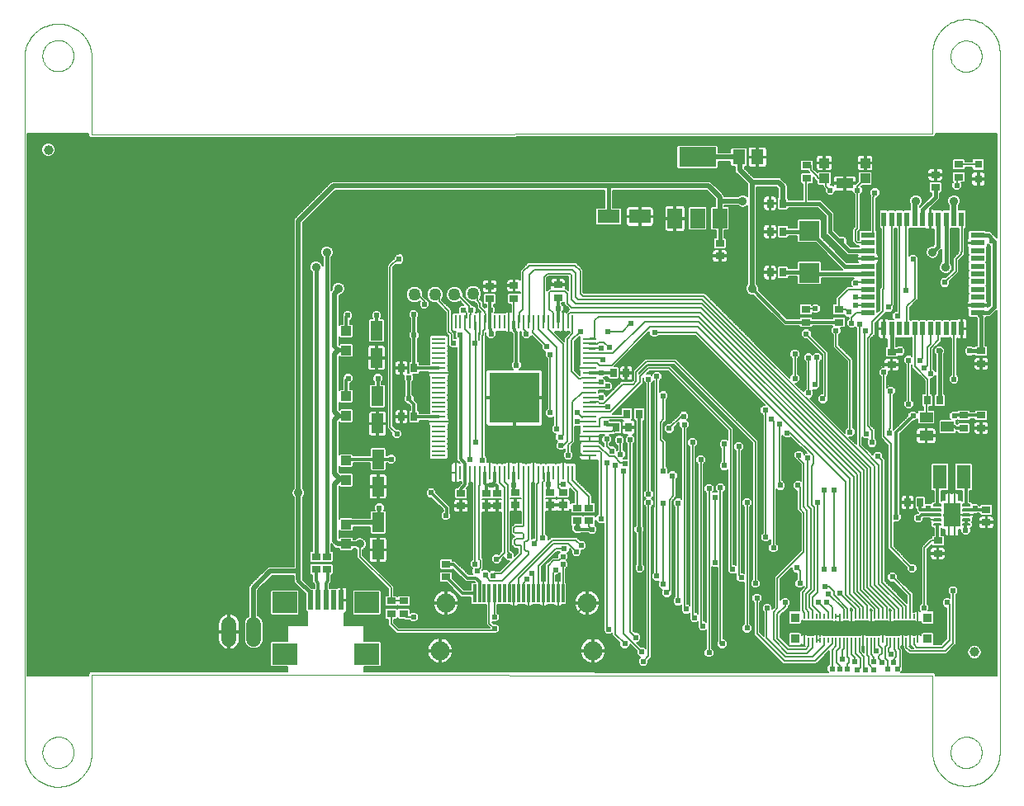
<source format=gtl>
G75*
G70*
%OFA0B0*%
%FSLAX24Y24*%
%IPPOS*%
%LPD*%
%AMOC8*
5,1,8,0,0,1.08239X$1,22.5*
%
%ADD10C,0.0000*%
%ADD11R,0.0110X0.1496*%
%ADD12R,0.0650X0.0945*%
%ADD13C,0.0055*%
%ADD14R,0.0551X0.0945*%
%ADD15R,0.0276X0.0354*%
%ADD16R,0.0354X0.0276*%
%ADD17R,0.0551X0.0394*%
%ADD18R,0.0580X0.0110*%
%ADD19R,0.0110X0.0580*%
%ADD20R,0.2050X0.2050*%
%ADD21R,0.0394X0.0394*%
%ADD22R,0.0472X0.0787*%
%ADD23R,0.0091X0.0197*%
%ADD24R,0.0354X0.0362*%
%ADD25R,0.0591X0.0787*%
%ADD26R,0.1496X0.0787*%
%ADD27R,0.0512X0.0591*%
%ADD28R,0.0118X0.0748*%
%ADD29C,0.0768*%
%ADD30C,0.0394*%
%ADD31R,0.0200X0.0580*%
%ADD32R,0.0580X0.0200*%
%ADD33R,0.0800X0.0800*%
%ADD34R,0.0315X0.0315*%
%ADD35C,0.0500*%
%ADD36R,0.0984X0.0866*%
%ADD37R,0.0197X0.0787*%
%ADD38R,0.0669X0.0394*%
%ADD39C,0.0600*%
%ADD40R,0.0866X0.0551*%
%ADD41C,0.0060*%
%ADD42C,0.0240*%
%ADD43C,0.0160*%
%ADD44C,0.0197*%
%ADD45C,0.0277*%
%ADD46C,0.0356*%
%ADD47C,0.0120*%
%ADD48C,0.0079*%
%ADD49C,0.0118*%
%ADD50C,0.0157*%
D10*
X000504Y001489D02*
X000504Y029619D01*
X001232Y029639D02*
X001234Y029689D01*
X001240Y029739D01*
X001250Y029788D01*
X001264Y029836D01*
X001281Y029883D01*
X001302Y029928D01*
X001327Y029972D01*
X001355Y030013D01*
X001387Y030052D01*
X001421Y030089D01*
X001458Y030123D01*
X001498Y030153D01*
X001540Y030180D01*
X001584Y030204D01*
X001630Y030225D01*
X001677Y030241D01*
X001725Y030254D01*
X001775Y030263D01*
X001824Y030268D01*
X001875Y030269D01*
X001925Y030266D01*
X001974Y030259D01*
X002023Y030248D01*
X002071Y030233D01*
X002117Y030215D01*
X002162Y030193D01*
X002205Y030167D01*
X002246Y030138D01*
X002285Y030106D01*
X002321Y030071D01*
X002353Y030033D01*
X002383Y029993D01*
X002410Y029950D01*
X002433Y029906D01*
X002452Y029860D01*
X002468Y029812D01*
X002480Y029763D01*
X002488Y029714D01*
X002492Y029664D01*
X002492Y029614D01*
X002488Y029564D01*
X002480Y029515D01*
X002468Y029466D01*
X002452Y029418D01*
X002433Y029372D01*
X002410Y029328D01*
X002383Y029285D01*
X002353Y029245D01*
X002321Y029207D01*
X002285Y029172D01*
X002246Y029140D01*
X002205Y029111D01*
X002162Y029085D01*
X002117Y029063D01*
X002071Y029045D01*
X002023Y029030D01*
X001974Y029019D01*
X001925Y029012D01*
X001875Y029009D01*
X001824Y029010D01*
X001775Y029015D01*
X001725Y029024D01*
X001677Y029037D01*
X001630Y029053D01*
X001584Y029074D01*
X001540Y029098D01*
X001498Y029125D01*
X001458Y029155D01*
X001421Y029189D01*
X001387Y029226D01*
X001355Y029265D01*
X001327Y029306D01*
X001302Y029350D01*
X001281Y029395D01*
X001264Y029442D01*
X001250Y029490D01*
X001240Y029539D01*
X001234Y029589D01*
X001232Y029639D01*
X000504Y029619D02*
X000508Y029691D01*
X000517Y029763D01*
X000529Y029835D01*
X000545Y029905D01*
X000565Y029975D01*
X000588Y030043D01*
X000615Y030110D01*
X000646Y030176D01*
X000680Y030240D01*
X000717Y030302D01*
X000757Y030362D01*
X000801Y030419D01*
X000848Y030475D01*
X000897Y030527D01*
X000950Y030577D01*
X001005Y030624D01*
X001062Y030669D01*
X001122Y030710D01*
X001183Y030747D01*
X001247Y030782D01*
X001312Y030813D01*
X001379Y030840D01*
X001448Y030864D01*
X001517Y030884D01*
X001587Y030901D01*
X001659Y030914D01*
X001731Y030923D01*
X001803Y030928D01*
X001875Y030929D01*
X001947Y030926D01*
X002019Y030920D01*
X002091Y030910D01*
X002162Y030895D01*
X002232Y030878D01*
X002301Y030856D01*
X002369Y030831D01*
X002435Y030802D01*
X002500Y030770D01*
X002563Y030734D01*
X002624Y030695D01*
X002683Y030653D01*
X002739Y030608D01*
X002793Y030560D01*
X002845Y030509D01*
X002893Y030455D01*
X002939Y030399D01*
X002982Y030340D01*
X003021Y030280D01*
X003057Y030217D01*
X003090Y030153D01*
X003119Y030086D01*
X003145Y030019D01*
X003167Y029950D01*
X003185Y029880D01*
X003200Y029809D01*
X003211Y029737D01*
X003218Y029665D01*
X003221Y029593D01*
X003220Y029521D01*
X003220Y026470D01*
X037157Y026489D01*
X037157Y029757D01*
X037158Y029757D02*
X037160Y029829D01*
X037166Y029901D01*
X037175Y029973D01*
X037189Y030044D01*
X037206Y030114D01*
X037227Y030184D01*
X037251Y030252D01*
X037279Y030318D01*
X037311Y030383D01*
X037346Y030446D01*
X037384Y030508D01*
X037426Y030567D01*
X037471Y030624D01*
X037518Y030678D01*
X037569Y030730D01*
X037622Y030779D01*
X037677Y030825D01*
X037735Y030868D01*
X037796Y030908D01*
X037858Y030945D01*
X037922Y030978D01*
X037988Y031008D01*
X038055Y031034D01*
X038124Y031057D01*
X038194Y031076D01*
X038264Y031091D01*
X038336Y031103D01*
X038408Y031111D01*
X038480Y031115D01*
X038552Y031115D01*
X038624Y031111D01*
X038696Y031103D01*
X038768Y031091D01*
X038838Y031076D01*
X038908Y031057D01*
X038977Y031034D01*
X039044Y031008D01*
X039110Y030978D01*
X039174Y030945D01*
X039236Y030908D01*
X039297Y030868D01*
X039355Y030825D01*
X039410Y030779D01*
X039463Y030730D01*
X039514Y030678D01*
X039561Y030624D01*
X039606Y030567D01*
X039648Y030508D01*
X039686Y030446D01*
X039721Y030383D01*
X039753Y030318D01*
X039781Y030252D01*
X039805Y030184D01*
X039826Y030114D01*
X039843Y030044D01*
X039857Y029973D01*
X039866Y029901D01*
X039872Y029829D01*
X039874Y029757D01*
X039874Y001489D01*
X039872Y001417D01*
X039866Y001345D01*
X039857Y001273D01*
X039843Y001202D01*
X039826Y001132D01*
X039805Y001062D01*
X039781Y000994D01*
X039753Y000928D01*
X039721Y000863D01*
X039686Y000800D01*
X039648Y000738D01*
X039606Y000679D01*
X039561Y000622D01*
X039514Y000568D01*
X039463Y000516D01*
X039410Y000467D01*
X039355Y000421D01*
X039297Y000378D01*
X039236Y000338D01*
X039174Y000301D01*
X039110Y000268D01*
X039044Y000238D01*
X038977Y000212D01*
X038908Y000189D01*
X038838Y000170D01*
X038768Y000155D01*
X038696Y000143D01*
X038624Y000135D01*
X038552Y000131D01*
X038480Y000131D01*
X038408Y000135D01*
X038336Y000143D01*
X038264Y000155D01*
X038194Y000170D01*
X038124Y000189D01*
X038055Y000212D01*
X037988Y000238D01*
X037922Y000268D01*
X037858Y000301D01*
X037796Y000338D01*
X037735Y000378D01*
X037677Y000421D01*
X037622Y000467D01*
X037569Y000516D01*
X037518Y000568D01*
X037471Y000622D01*
X037426Y000679D01*
X037384Y000738D01*
X037346Y000800D01*
X037311Y000863D01*
X037279Y000928D01*
X037251Y000994D01*
X037227Y001062D01*
X037206Y001132D01*
X037189Y001202D01*
X037175Y001273D01*
X037166Y001345D01*
X037160Y001417D01*
X037158Y001489D01*
X037157Y001489D02*
X037157Y004600D01*
X003220Y004619D01*
X003220Y001430D01*
X003221Y001430D02*
X003217Y001358D01*
X003210Y001286D01*
X003199Y001215D01*
X003184Y001144D01*
X003165Y001074D01*
X003143Y001005D01*
X003117Y000938D01*
X003087Y000872D01*
X003054Y000807D01*
X003018Y000745D01*
X002978Y000684D01*
X002935Y000626D01*
X002889Y000570D01*
X002840Y000517D01*
X002789Y000466D01*
X002734Y000418D01*
X002678Y000373D01*
X002619Y000331D01*
X002558Y000293D01*
X002495Y000257D01*
X002430Y000225D01*
X002363Y000197D01*
X002295Y000172D01*
X002226Y000151D01*
X002156Y000133D01*
X002085Y000119D01*
X002013Y000109D01*
X001941Y000103D01*
X001869Y000101D01*
X001796Y000103D01*
X001724Y000108D01*
X001652Y000117D01*
X001581Y000130D01*
X001511Y000147D01*
X001441Y000168D01*
X001373Y000192D01*
X001307Y000220D01*
X001241Y000251D01*
X001178Y000286D01*
X001116Y000324D01*
X001057Y000365D01*
X001000Y000410D01*
X000945Y000457D01*
X000893Y000507D01*
X000844Y000560D01*
X000797Y000616D01*
X000754Y000673D01*
X000713Y000734D01*
X000676Y000796D01*
X000643Y000860D01*
X000613Y000925D01*
X000586Y000993D01*
X000563Y001061D01*
X000543Y001131D01*
X000528Y001202D01*
X000516Y001273D01*
X000508Y001345D01*
X000504Y001417D01*
X000503Y001490D01*
X001232Y001489D02*
X001234Y001539D01*
X001240Y001589D01*
X001250Y001638D01*
X001264Y001686D01*
X001281Y001733D01*
X001302Y001778D01*
X001327Y001822D01*
X001355Y001863D01*
X001387Y001902D01*
X001421Y001939D01*
X001458Y001973D01*
X001498Y002003D01*
X001540Y002030D01*
X001584Y002054D01*
X001630Y002075D01*
X001677Y002091D01*
X001725Y002104D01*
X001775Y002113D01*
X001824Y002118D01*
X001875Y002119D01*
X001925Y002116D01*
X001974Y002109D01*
X002023Y002098D01*
X002071Y002083D01*
X002117Y002065D01*
X002162Y002043D01*
X002205Y002017D01*
X002246Y001988D01*
X002285Y001956D01*
X002321Y001921D01*
X002353Y001883D01*
X002383Y001843D01*
X002410Y001800D01*
X002433Y001756D01*
X002452Y001710D01*
X002468Y001662D01*
X002480Y001613D01*
X002488Y001564D01*
X002492Y001514D01*
X002492Y001464D01*
X002488Y001414D01*
X002480Y001365D01*
X002468Y001316D01*
X002452Y001268D01*
X002433Y001222D01*
X002410Y001178D01*
X002383Y001135D01*
X002353Y001095D01*
X002321Y001057D01*
X002285Y001022D01*
X002246Y000990D01*
X002205Y000961D01*
X002162Y000935D01*
X002117Y000913D01*
X002071Y000895D01*
X002023Y000880D01*
X001974Y000869D01*
X001925Y000862D01*
X001875Y000859D01*
X001824Y000860D01*
X001775Y000865D01*
X001725Y000874D01*
X001677Y000887D01*
X001630Y000903D01*
X001584Y000924D01*
X001540Y000948D01*
X001498Y000975D01*
X001458Y001005D01*
X001421Y001039D01*
X001387Y001076D01*
X001355Y001115D01*
X001327Y001156D01*
X001302Y001200D01*
X001281Y001245D01*
X001264Y001292D01*
X001250Y001340D01*
X001240Y001389D01*
X001234Y001439D01*
X001232Y001489D01*
X037886Y001489D02*
X037888Y001539D01*
X037894Y001589D01*
X037904Y001638D01*
X037918Y001686D01*
X037935Y001733D01*
X037956Y001778D01*
X037981Y001822D01*
X038009Y001863D01*
X038041Y001902D01*
X038075Y001939D01*
X038112Y001973D01*
X038152Y002003D01*
X038194Y002030D01*
X038238Y002054D01*
X038284Y002075D01*
X038331Y002091D01*
X038379Y002104D01*
X038429Y002113D01*
X038478Y002118D01*
X038529Y002119D01*
X038579Y002116D01*
X038628Y002109D01*
X038677Y002098D01*
X038725Y002083D01*
X038771Y002065D01*
X038816Y002043D01*
X038859Y002017D01*
X038900Y001988D01*
X038939Y001956D01*
X038975Y001921D01*
X039007Y001883D01*
X039037Y001843D01*
X039064Y001800D01*
X039087Y001756D01*
X039106Y001710D01*
X039122Y001662D01*
X039134Y001613D01*
X039142Y001564D01*
X039146Y001514D01*
X039146Y001464D01*
X039142Y001414D01*
X039134Y001365D01*
X039122Y001316D01*
X039106Y001268D01*
X039087Y001222D01*
X039064Y001178D01*
X039037Y001135D01*
X039007Y001095D01*
X038975Y001057D01*
X038939Y001022D01*
X038900Y000990D01*
X038859Y000961D01*
X038816Y000935D01*
X038771Y000913D01*
X038725Y000895D01*
X038677Y000880D01*
X038628Y000869D01*
X038579Y000862D01*
X038529Y000859D01*
X038478Y000860D01*
X038429Y000865D01*
X038379Y000874D01*
X038331Y000887D01*
X038284Y000903D01*
X038238Y000924D01*
X038194Y000948D01*
X038152Y000975D01*
X038112Y001005D01*
X038075Y001039D01*
X038041Y001076D01*
X038009Y001115D01*
X037981Y001156D01*
X037956Y001200D01*
X037935Y001245D01*
X037918Y001292D01*
X037904Y001340D01*
X037894Y001389D01*
X037888Y001439D01*
X037886Y001489D01*
X037886Y029619D02*
X037888Y029669D01*
X037894Y029719D01*
X037904Y029768D01*
X037918Y029816D01*
X037935Y029863D01*
X037956Y029908D01*
X037981Y029952D01*
X038009Y029993D01*
X038041Y030032D01*
X038075Y030069D01*
X038112Y030103D01*
X038152Y030133D01*
X038194Y030160D01*
X038238Y030184D01*
X038284Y030205D01*
X038331Y030221D01*
X038379Y030234D01*
X038429Y030243D01*
X038478Y030248D01*
X038529Y030249D01*
X038579Y030246D01*
X038628Y030239D01*
X038677Y030228D01*
X038725Y030213D01*
X038771Y030195D01*
X038816Y030173D01*
X038859Y030147D01*
X038900Y030118D01*
X038939Y030086D01*
X038975Y030051D01*
X039007Y030013D01*
X039037Y029973D01*
X039064Y029930D01*
X039087Y029886D01*
X039106Y029840D01*
X039122Y029792D01*
X039134Y029743D01*
X039142Y029694D01*
X039146Y029644D01*
X039146Y029594D01*
X039142Y029544D01*
X039134Y029495D01*
X039122Y029446D01*
X039106Y029398D01*
X039087Y029352D01*
X039064Y029308D01*
X039037Y029265D01*
X039007Y029225D01*
X038975Y029187D01*
X038939Y029152D01*
X038900Y029120D01*
X038859Y029091D01*
X038816Y029065D01*
X038771Y029043D01*
X038725Y029025D01*
X038677Y029010D01*
X038628Y028999D01*
X038579Y028992D01*
X038529Y028989D01*
X038478Y028990D01*
X038429Y028995D01*
X038379Y029004D01*
X038331Y029017D01*
X038284Y029033D01*
X038238Y029054D01*
X038194Y029078D01*
X038152Y029105D01*
X038112Y029135D01*
X038075Y029169D01*
X038041Y029206D01*
X038009Y029245D01*
X037981Y029286D01*
X037956Y029330D01*
X037935Y029375D01*
X037918Y029422D01*
X037904Y029470D01*
X037894Y029519D01*
X037888Y029569D01*
X037886Y029619D01*
D11*
X037827Y011098D03*
X038044Y011098D03*
D12*
X037936Y011098D03*
D13*
X038376Y011126D02*
X038656Y011126D01*
X038656Y011070D01*
X038376Y011070D01*
X038376Y011126D01*
X038376Y011124D02*
X038656Y011124D01*
X038656Y011323D02*
X038376Y011323D01*
X038656Y011323D02*
X038656Y011267D01*
X038376Y011267D01*
X038376Y011323D01*
X038376Y011321D02*
X038656Y011321D01*
X038656Y011520D02*
X038376Y011520D01*
X038656Y011520D02*
X038656Y011464D01*
X038376Y011464D01*
X038376Y011520D01*
X038376Y011518D02*
X038656Y011518D01*
X038656Y010930D02*
X038376Y010930D01*
X038656Y010930D02*
X038656Y010874D01*
X038376Y010874D01*
X038376Y010930D01*
X038376Y010928D02*
X038656Y010928D01*
X038656Y010733D02*
X038376Y010733D01*
X038656Y010733D02*
X038656Y010677D01*
X038376Y010677D01*
X038376Y010733D01*
X038376Y010731D02*
X038656Y010731D01*
X037495Y010677D02*
X037215Y010677D01*
X037215Y010733D01*
X037495Y010733D01*
X037495Y010677D01*
X037495Y010731D02*
X037215Y010731D01*
X037215Y010874D02*
X037495Y010874D01*
X037215Y010874D02*
X037215Y010930D01*
X037495Y010930D01*
X037495Y010874D01*
X037495Y010928D02*
X037215Y010928D01*
X037215Y011070D02*
X037495Y011070D01*
X037215Y011070D02*
X037215Y011126D01*
X037495Y011126D01*
X037495Y011070D01*
X037495Y011124D02*
X037215Y011124D01*
X037215Y011267D02*
X037495Y011267D01*
X037215Y011267D02*
X037215Y011323D01*
X037495Y011323D01*
X037495Y011267D01*
X037495Y011321D02*
X037215Y011321D01*
X037215Y011464D02*
X037495Y011464D01*
X037215Y011464D02*
X037215Y011520D01*
X037495Y011520D01*
X037495Y011464D01*
X037495Y011518D02*
X037215Y011518D01*
D14*
X037463Y012614D03*
X038408Y012614D03*
D15*
X036668Y011597D03*
X036156Y011597D03*
X036941Y015722D03*
X037453Y015722D03*
X031114Y020879D03*
X030602Y020879D03*
X030602Y022533D03*
X031114Y022533D03*
X031114Y023674D03*
X030602Y023674D03*
X024795Y016824D03*
X024283Y016824D03*
X024815Y015170D03*
X025327Y015170D03*
X024894Y014619D03*
X024382Y014619D03*
X016232Y015052D03*
X015720Y015052D03*
X015720Y017021D03*
X016232Y017021D03*
D16*
X019283Y019816D03*
X019283Y020328D03*
X020268Y020348D03*
X020268Y019836D03*
X022039Y019875D03*
X022039Y020387D03*
X028575Y021548D03*
X028575Y022060D03*
X032039Y019383D03*
X032039Y018871D03*
X033378Y018871D03*
X033378Y019383D03*
X035504Y017670D03*
X035504Y017159D03*
X038417Y015111D03*
X038417Y014600D03*
X039126Y014600D03*
X039126Y015111D03*
X039126Y017198D03*
X039126Y017710D03*
X039333Y011295D03*
X039333Y010783D03*
X037371Y010043D03*
X037371Y009531D03*
X023299Y010859D03*
X022807Y010859D03*
X022807Y011371D03*
X023299Y011371D03*
X022236Y011489D03*
X021724Y011489D03*
X021724Y012001D03*
X022236Y012001D03*
X020327Y012001D03*
X020327Y011489D03*
X019598Y011450D03*
X019146Y011450D03*
X019146Y011962D03*
X019598Y011962D03*
X018122Y011962D03*
X018122Y011450D03*
X017531Y009088D03*
X017531Y008576D03*
X015819Y007611D03*
X015307Y007611D03*
X015307Y007100D03*
X015819Y007100D03*
X012709Y008891D03*
X012276Y008891D03*
X012276Y009403D03*
X012709Y009403D03*
X032098Y024698D03*
X032098Y025210D03*
X037276Y024836D03*
X037276Y024324D03*
X038220Y024737D03*
X038220Y025249D03*
D17*
X036902Y015033D03*
X036902Y014285D03*
X037768Y014659D03*
D18*
X023308Y014660D03*
X023308Y014860D03*
X023308Y015050D03*
X023308Y015250D03*
X023308Y015450D03*
X023308Y015640D03*
X023308Y015840D03*
X023308Y016040D03*
X023308Y016230D03*
X023308Y016430D03*
X023308Y016630D03*
X023308Y016820D03*
X023308Y017020D03*
X023308Y017220D03*
X023308Y017410D03*
X023308Y017610D03*
X023308Y017810D03*
X023308Y018010D03*
X023308Y018200D03*
X023308Y014460D03*
X023308Y014270D03*
X023308Y014070D03*
X023308Y013870D03*
X023308Y013670D03*
X023308Y013480D03*
X017228Y013480D03*
X017228Y013670D03*
X017228Y013870D03*
X017228Y014070D03*
X017228Y014270D03*
X017228Y014460D03*
X017228Y014660D03*
X017228Y014860D03*
X017228Y015050D03*
X017228Y015250D03*
X017228Y015450D03*
X017228Y015640D03*
X017228Y015840D03*
X017228Y016040D03*
X017228Y016230D03*
X017228Y016430D03*
X017228Y016630D03*
X017228Y016820D03*
X017228Y017020D03*
X017228Y017220D03*
X017228Y017410D03*
X017228Y017610D03*
X017228Y017810D03*
X017228Y018010D03*
X017228Y018200D03*
D19*
X017908Y018880D03*
X018098Y018880D03*
X018298Y018880D03*
X018498Y018880D03*
X018698Y018880D03*
X018888Y018880D03*
X019088Y018880D03*
X019288Y018880D03*
X019478Y018880D03*
X019678Y018880D03*
X019878Y018880D03*
X020068Y018880D03*
X020268Y018880D03*
X020468Y018880D03*
X020658Y018880D03*
X020858Y018880D03*
X021058Y018880D03*
X021248Y018880D03*
X021448Y018880D03*
X021648Y018880D03*
X021838Y018880D03*
X022038Y018880D03*
X022238Y018880D03*
X022438Y018880D03*
X022628Y018880D03*
X022628Y012800D03*
X022438Y012800D03*
X022238Y012800D03*
X022038Y012800D03*
X021838Y012800D03*
X021648Y012800D03*
X021448Y012800D03*
X021248Y012800D03*
X021058Y012800D03*
X020858Y012800D03*
X020658Y012800D03*
X020468Y012800D03*
X020268Y012800D03*
X020068Y012800D03*
X019878Y012800D03*
X019678Y012800D03*
X019478Y012800D03*
X019288Y012800D03*
X019088Y012800D03*
X018888Y012800D03*
X018698Y012800D03*
X018498Y012800D03*
X018298Y012800D03*
X018098Y012800D03*
X017908Y012800D03*
D20*
X020278Y015820D03*
D21*
X013496Y015879D03*
X013496Y015092D03*
X013496Y013281D03*
X013496Y012493D03*
X013496Y010702D03*
X013496Y009914D03*
X013496Y017729D03*
X013496Y018517D03*
X032787Y024678D03*
X032787Y025308D03*
X034441Y025308D03*
X034441Y024678D03*
D22*
X014717Y018537D03*
X014717Y017434D03*
X014756Y015879D03*
X014756Y014777D03*
X014776Y013340D03*
X014776Y012237D03*
X014776Y010781D03*
X014776Y009678D03*
D23*
X032000Y006981D03*
X032157Y006981D03*
X032315Y006981D03*
X032472Y006981D03*
X032630Y006981D03*
X032787Y006981D03*
X032945Y006981D03*
X033102Y006981D03*
X033260Y006981D03*
X033417Y006981D03*
X033575Y006981D03*
X033732Y006981D03*
X033890Y006981D03*
X034047Y006981D03*
X034205Y006981D03*
X034362Y006981D03*
X034520Y006981D03*
X034677Y006981D03*
X034835Y006981D03*
X034992Y006981D03*
X035150Y006981D03*
X035307Y006981D03*
X035465Y006981D03*
X035622Y006981D03*
X035780Y006981D03*
X035937Y006981D03*
X036094Y006981D03*
X036252Y006981D03*
X036409Y006981D03*
X036567Y006981D03*
X036567Y006037D03*
X036409Y006037D03*
X036252Y006037D03*
X036094Y006037D03*
X035937Y006037D03*
X035780Y006037D03*
X035622Y006037D03*
X035465Y006037D03*
X035307Y006037D03*
X035150Y006037D03*
X034992Y006037D03*
X034835Y006037D03*
X034677Y006037D03*
X034520Y006037D03*
X034362Y006037D03*
X034205Y006037D03*
X034047Y006037D03*
X033890Y006037D03*
X033732Y006037D03*
X033575Y006037D03*
X033417Y006037D03*
X033260Y006037D03*
X033102Y006037D03*
X032945Y006037D03*
X032787Y006037D03*
X032630Y006037D03*
X032472Y006037D03*
X032315Y006037D03*
X032157Y006037D03*
X032000Y006037D03*
D24*
X031606Y006076D03*
X031606Y006942D03*
X036961Y006942D03*
X036961Y006076D03*
D25*
X028575Y023064D03*
X027669Y023064D03*
X026764Y023064D03*
D26*
X027669Y025544D03*
D27*
X029343Y025544D03*
X030091Y025544D03*
D28*
X022236Y007911D03*
X022039Y007911D03*
X021843Y007911D03*
X021646Y007911D03*
X021449Y007911D03*
X021252Y007911D03*
X021055Y007911D03*
X020858Y007911D03*
X020661Y007911D03*
X020465Y007911D03*
X020268Y007911D03*
X020071Y007911D03*
X019874Y007911D03*
X019677Y007911D03*
X019480Y007911D03*
X019264Y007911D03*
X019067Y007911D03*
X018870Y007911D03*
X018673Y007911D03*
D29*
X017512Y007533D03*
X017276Y005603D03*
X023457Y005603D03*
X023220Y007533D03*
D30*
X038850Y005544D03*
X001469Y025840D03*
D31*
X035194Y023030D03*
X035504Y023030D03*
X035824Y023030D03*
X036134Y023030D03*
X036454Y023030D03*
X036764Y023030D03*
X037074Y023030D03*
X037394Y023030D03*
X037704Y023030D03*
X038024Y023030D03*
X038334Y023030D03*
X038334Y018610D03*
X038024Y018610D03*
X037704Y018610D03*
X037394Y018610D03*
X037074Y018610D03*
X036764Y018610D03*
X036454Y018610D03*
X036134Y018610D03*
X035824Y018610D03*
X035504Y018610D03*
X035194Y018610D03*
D32*
X034554Y019250D03*
X034554Y019560D03*
X034554Y019880D03*
X034554Y020190D03*
X034554Y020510D03*
X034554Y020820D03*
X034554Y021130D03*
X034554Y021450D03*
X034554Y021760D03*
X034554Y022080D03*
X034554Y022390D03*
X038974Y022390D03*
X038974Y022080D03*
X038974Y021760D03*
X038974Y021450D03*
X038974Y021130D03*
X038974Y020820D03*
X038974Y020510D03*
X038974Y020190D03*
X038974Y019880D03*
X038974Y019560D03*
X038974Y019250D03*
D33*
X032187Y020872D03*
X032187Y022572D03*
D34*
X039008Y024659D03*
X039008Y025249D03*
D35*
X018614Y020033D03*
X017866Y019993D03*
X017079Y019993D03*
X016252Y019993D03*
D36*
X014323Y007552D03*
X014323Y005466D03*
X011016Y005466D03*
X011016Y007552D03*
D37*
X012039Y007651D03*
X012354Y007651D03*
X012669Y007651D03*
X012984Y007651D03*
X013299Y007651D03*
D38*
X033614Y024481D03*
D39*
X009764Y006671D02*
X009764Y006071D01*
X008764Y006071D02*
X008764Y006671D01*
D40*
X024087Y023143D03*
X025346Y023143D03*
D41*
X025316Y023139D02*
X024610Y023139D01*
X024610Y023197D02*
X024783Y023197D01*
X024783Y023173D02*
X025316Y023173D01*
X025316Y023113D01*
X024783Y023113D01*
X024783Y022850D01*
X024792Y022817D01*
X024809Y022787D01*
X024567Y022787D01*
X024557Y022777D02*
X024610Y022830D01*
X024610Y023456D01*
X024557Y023508D01*
X024255Y023508D01*
X024255Y024195D01*
X028044Y024195D01*
X028386Y023852D01*
X028386Y023851D01*
X028386Y023695D01*
X028386Y023548D01*
X028242Y023548D01*
X028190Y023495D01*
X028190Y022633D01*
X028242Y022580D01*
X028405Y022580D01*
X028405Y022288D01*
X028360Y022288D01*
X028308Y022235D01*
X028308Y021885D01*
X028360Y021832D01*
X028789Y021832D01*
X028842Y021885D01*
X028842Y022235D01*
X028789Y022288D01*
X028745Y022288D01*
X028745Y022580D01*
X028907Y022580D01*
X028960Y022633D01*
X028960Y023495D01*
X028907Y023548D01*
X028763Y023548D01*
X028763Y023584D01*
X029309Y023584D01*
X029348Y023545D01*
X029447Y023505D01*
X029553Y023505D01*
X029652Y023545D01*
X029686Y023579D01*
X029686Y020420D01*
X029647Y020381D01*
X029606Y020283D01*
X029606Y020176D01*
X029647Y020078D01*
X029722Y020002D01*
X029821Y019961D01*
X029927Y019961D01*
X029930Y019963D01*
X031171Y018722D01*
X031294Y018722D01*
X031772Y018722D01*
X031772Y018696D01*
X031825Y018643D01*
X032254Y018643D01*
X032306Y018696D01*
X032306Y018722D01*
X033111Y018722D01*
X033111Y018696D01*
X033117Y018690D01*
X033050Y018624D01*
X033050Y018450D01*
X033140Y018359D01*
X033140Y017857D01*
X033210Y017787D01*
X033711Y017286D01*
X033711Y014619D01*
X033621Y014529D01*
X033621Y014408D01*
X032222Y015807D01*
X032244Y015807D01*
X032367Y015930D01*
X032367Y016104D01*
X032330Y016141D01*
X032500Y016141D01*
X032623Y016264D01*
X032623Y016438D01*
X032612Y016450D01*
X032612Y016480D01*
X032612Y017277D01*
X032702Y017367D01*
X032702Y017541D01*
X032579Y017664D01*
X032405Y017664D01*
X032315Y017574D01*
X032244Y017644D01*
X032070Y017644D01*
X031947Y017521D01*
X031947Y017347D01*
X032037Y017257D01*
X032037Y016194D01*
X031947Y016104D01*
X031947Y016082D01*
X031632Y016397D01*
X031693Y016397D01*
X031816Y016520D01*
X031816Y016694D01*
X031726Y016784D01*
X031726Y017415D01*
X031816Y017505D01*
X031816Y017679D01*
X031693Y017802D01*
X031519Y017802D01*
X031396Y017679D01*
X031396Y017505D01*
X031486Y017415D01*
X031486Y016784D01*
X031396Y016694D01*
X031396Y016633D01*
X028045Y019984D01*
X027975Y020054D01*
X023093Y020054D01*
X023065Y020082D01*
X023065Y020908D01*
X023065Y021007D01*
X022848Y021224D01*
X022778Y021294D01*
X020928Y021294D01*
X020828Y021294D01*
X020572Y021038D01*
X020502Y020968D01*
X020502Y020602D01*
X020495Y020606D01*
X020462Y020615D01*
X020298Y020615D01*
X020298Y020378D01*
X020238Y020378D01*
X020238Y020615D01*
X020073Y020615D01*
X020040Y020606D01*
X020011Y020589D01*
X019987Y020565D01*
X019969Y020536D01*
X019961Y020502D01*
X019961Y020377D01*
X020238Y020377D01*
X020238Y020318D01*
X019961Y020318D01*
X019961Y020193D01*
X019969Y020160D01*
X019987Y020130D01*
X020011Y020106D01*
X020040Y020089D01*
X020073Y020080D01*
X020238Y020080D01*
X020238Y020317D01*
X020298Y020317D01*
X020298Y020080D01*
X020462Y020080D01*
X020495Y020089D01*
X020502Y020093D01*
X020502Y020044D01*
X020482Y020064D01*
X020053Y020064D01*
X020001Y020011D01*
X020001Y019661D01*
X020053Y019608D01*
X020148Y019608D01*
X020148Y019298D01*
X020140Y019300D01*
X020068Y019300D01*
X020068Y018880D01*
X020067Y018880D01*
X020067Y019300D01*
X019996Y019300D01*
X019963Y019291D01*
X019933Y019274D01*
X019919Y019260D01*
X019785Y019260D01*
X019778Y019252D01*
X019770Y019260D01*
X019585Y019260D01*
X019578Y019252D01*
X019570Y019260D01*
X019496Y019260D01*
X019513Y019276D01*
X019513Y019450D01*
X020148Y019450D01*
X020148Y019392D02*
X019513Y019392D01*
X019513Y019450D02*
X019437Y019527D01*
X019437Y019588D01*
X019498Y019588D01*
X019551Y019641D01*
X019551Y019991D01*
X019498Y020044D01*
X019069Y020044D01*
X019016Y019991D01*
X019016Y019641D01*
X019069Y019588D01*
X019139Y019588D01*
X019139Y019496D01*
X019093Y019450D01*
X019093Y019448D01*
X019010Y019531D01*
X019010Y019689D01*
X018939Y019759D01*
X018892Y019807D01*
X018892Y019829D01*
X018902Y019840D01*
X018954Y019965D01*
X018954Y020100D01*
X018902Y020225D01*
X018807Y020321D01*
X018682Y020373D01*
X018546Y020373D01*
X018422Y020321D01*
X018326Y020225D01*
X018274Y020100D01*
X018274Y019965D01*
X018326Y019840D01*
X018422Y019744D01*
X018546Y019693D01*
X018666Y019693D01*
X018770Y019589D01*
X018770Y019531D01*
X018770Y019432D01*
X018902Y019300D01*
X018888Y019300D01*
X018888Y018880D01*
X018887Y018880D01*
X018887Y019300D01*
X018816Y019300D01*
X018783Y019291D01*
X018753Y019274D01*
X018739Y019260D01*
X018729Y019260D01*
X018745Y019276D01*
X018745Y019450D01*
X018770Y019450D01*
X018745Y019450D02*
X018622Y019573D01*
X018574Y019573D01*
X018506Y019641D01*
X018206Y019941D01*
X018206Y020061D01*
X018154Y020186D01*
X018059Y020281D01*
X017934Y020333D01*
X017798Y020333D01*
X017674Y020281D01*
X017578Y020186D01*
X017526Y020061D01*
X017526Y019926D01*
X017578Y019801D01*
X017674Y019705D01*
X017798Y019653D01*
X017934Y019653D01*
X018059Y019705D01*
X018081Y019727D01*
X018234Y019573D01*
X018133Y019573D01*
X018010Y019450D01*
X018010Y019276D01*
X018027Y019260D01*
X018005Y019260D01*
X018003Y019257D01*
X018000Y019260D01*
X017815Y019260D01*
X017763Y019207D01*
X017763Y018552D01*
X017815Y018500D01*
X017926Y018500D01*
X017873Y018446D01*
X017873Y018272D01*
X017910Y018235D01*
X017868Y018235D01*
X017868Y018429D01*
X017798Y018499D01*
X017750Y018547D01*
X017750Y019374D01*
X017680Y019444D01*
X017356Y019767D01*
X017356Y019790D01*
X017367Y019801D01*
X017419Y019926D01*
X017419Y020061D01*
X017367Y020186D01*
X017271Y020281D01*
X017146Y020333D01*
X017011Y020333D01*
X016886Y020281D01*
X016791Y020186D01*
X016739Y020061D01*
X016739Y019926D01*
X016791Y019801D01*
X016886Y019705D01*
X017011Y019653D01*
X017131Y019653D01*
X017510Y019274D01*
X017510Y018547D01*
X017510Y018447D01*
X017628Y018329D01*
X017628Y018123D01*
X017617Y018112D01*
X017617Y017938D01*
X017740Y017815D01*
X017914Y017815D01*
X017953Y017854D01*
X017953Y013421D01*
X017953Y013298D01*
X018071Y013180D01*
X018057Y013180D01*
X018043Y013194D01*
X018013Y013211D01*
X017980Y013220D01*
X017908Y013220D01*
X017908Y012800D01*
X017907Y012800D01*
X017907Y012799D01*
X017908Y012799D01*
X017908Y012380D01*
X017980Y012380D01*
X018013Y012389D01*
X018043Y012406D01*
X018056Y012420D01*
X018150Y012420D01*
X018150Y012378D01*
X017973Y012201D01*
X017973Y012189D01*
X017908Y012189D01*
X017855Y012137D01*
X017855Y011787D01*
X017908Y011734D01*
X018336Y011734D01*
X018389Y011787D01*
X018389Y012137D01*
X018360Y012166D01*
X018361Y012167D01*
X018448Y012254D01*
X018448Y012380D01*
X018497Y012380D01*
X018497Y012799D01*
X018498Y012799D01*
X018498Y012380D01*
X018570Y012380D01*
X018573Y012381D01*
X018573Y009284D01*
X018483Y009194D01*
X018483Y009020D01*
X018583Y008920D01*
X018562Y008899D01*
X018562Y008725D01*
X018600Y008686D01*
X018440Y008686D01*
X017889Y009238D01*
X017799Y009238D01*
X017799Y009263D01*
X017746Y009315D01*
X017317Y009315D01*
X017264Y009263D01*
X017264Y008913D01*
X017317Y008860D01*
X017746Y008860D01*
X017794Y008908D01*
X018316Y008387D01*
X018440Y008387D01*
X018670Y008387D01*
X018682Y008375D01*
X018577Y008375D01*
X018524Y008322D01*
X018524Y008061D01*
X018259Y008061D01*
X017799Y008521D01*
X017799Y008751D01*
X017746Y008804D01*
X017317Y008804D01*
X017264Y008751D01*
X017264Y008401D01*
X017317Y008348D01*
X017547Y008348D01*
X018135Y007761D01*
X018259Y007761D01*
X018524Y007761D01*
X018524Y007499D01*
X018577Y007447D01*
X018770Y007447D01*
X018772Y007449D01*
X018774Y007447D01*
X018966Y007447D01*
X018969Y007449D01*
X018971Y007447D01*
X019144Y007447D01*
X019144Y006756D01*
X019144Y006656D01*
X019269Y006531D01*
X015632Y006531D01*
X015427Y006736D01*
X015427Y006872D01*
X015521Y006872D01*
X015563Y006913D01*
X015604Y006872D01*
X015834Y006872D01*
X015849Y006852D01*
X015860Y006850D01*
X015868Y006842D01*
X015907Y006842D01*
X015947Y006835D01*
X015956Y006842D01*
X016036Y006842D01*
X016126Y006752D01*
X016300Y006752D01*
X016423Y006875D01*
X016423Y007049D01*
X016300Y007172D01*
X016126Y007172D01*
X016086Y007132D01*
X016086Y007275D01*
X016033Y007327D01*
X015604Y007327D01*
X015563Y007286D01*
X015521Y007327D01*
X015093Y007327D01*
X015040Y007275D01*
X015040Y006924D01*
X015093Y006872D01*
X015187Y006872D01*
X015187Y006736D01*
X015187Y006636D01*
X015463Y006361D01*
X015533Y006291D01*
X019352Y006291D01*
X019382Y006291D01*
X019393Y006279D01*
X019567Y006279D01*
X019690Y006402D01*
X019690Y006576D01*
X019567Y006699D01*
X019440Y006699D01*
X019384Y006756D01*
X019384Y006761D01*
X019393Y006752D01*
X019567Y006752D01*
X019690Y006875D01*
X019690Y007049D01*
X019600Y007139D01*
X019600Y007447D01*
X019773Y007447D01*
X019776Y007449D01*
X019778Y007447D01*
X019970Y007447D01*
X019972Y007449D01*
X019975Y007447D01*
X020115Y007447D01*
X020129Y007433D01*
X020158Y007415D01*
X020191Y007407D01*
X020267Y007407D01*
X020267Y007910D01*
X020268Y007910D01*
X020268Y007407D01*
X020344Y007407D01*
X020377Y007415D01*
X020407Y007433D01*
X020421Y007447D01*
X020561Y007447D01*
X020563Y007449D01*
X020565Y007447D01*
X020705Y007447D01*
X020719Y007433D01*
X020749Y007415D01*
X020782Y007407D01*
X020858Y007407D01*
X020858Y007910D01*
X020858Y007910D01*
X020858Y007407D01*
X020934Y007407D01*
X020967Y007415D01*
X020997Y007433D01*
X021011Y007447D01*
X021151Y007447D01*
X021154Y007449D01*
X021156Y007447D01*
X021296Y007447D01*
X021310Y007433D01*
X021340Y007415D01*
X021373Y007407D01*
X021449Y007407D01*
X021525Y007407D01*
X021558Y007415D01*
X021588Y007433D01*
X021602Y007447D01*
X021742Y007447D01*
X021744Y007449D01*
X021746Y007447D01*
X021886Y007447D01*
X021900Y007433D01*
X021930Y007415D01*
X021963Y007407D01*
X022039Y007407D01*
X022039Y007910D01*
X022040Y007910D01*
X022040Y007407D01*
X022116Y007407D01*
X022149Y007415D01*
X022178Y007433D01*
X022192Y007447D01*
X022333Y007447D01*
X022385Y007499D01*
X022385Y008322D01*
X022356Y008351D01*
X022356Y008911D01*
X022446Y009001D01*
X022446Y009175D01*
X022376Y009245D01*
X022446Y009316D01*
X022446Y009490D01*
X022405Y009531D01*
X022505Y009631D01*
X022505Y009712D01*
X022577Y009640D01*
X022577Y009513D01*
X022700Y009389D01*
X022874Y009389D01*
X022997Y009513D01*
X022997Y009645D01*
X023071Y009645D01*
X023194Y009768D01*
X023194Y009942D01*
X023071Y010065D01*
X022944Y010065D01*
X022817Y010192D01*
X022718Y010192D01*
X021753Y010192D01*
X021683Y010122D01*
X021639Y010078D01*
X021639Y010238D01*
X021549Y010328D01*
X021549Y011221D01*
X021694Y011221D01*
X021694Y011459D01*
X021754Y011459D01*
X021754Y011221D01*
X021919Y011221D01*
X021952Y011230D01*
X021980Y011247D01*
X022009Y011230D01*
X022042Y011221D01*
X022206Y011221D01*
X022206Y011459D01*
X022266Y011459D01*
X022266Y011221D01*
X022431Y011221D01*
X022464Y011230D01*
X022493Y011247D01*
X022517Y011272D01*
X022534Y011301D01*
X022540Y011322D01*
X022540Y011196D01*
X022593Y011143D01*
X023021Y011143D01*
X023053Y011175D01*
X023085Y011143D01*
X023514Y011143D01*
X023566Y011196D01*
X023652Y011196D01*
X023652Y011254D02*
X023566Y011254D01*
X023566Y011196D02*
X023566Y011546D01*
X023514Y011599D01*
X023419Y011599D01*
X023419Y011874D01*
X023349Y011944D01*
X022773Y012520D01*
X022773Y013127D01*
X022720Y013180D01*
X022535Y013180D01*
X022533Y013177D01*
X022530Y013180D01*
X022387Y013180D01*
X022373Y013194D01*
X022343Y013211D01*
X022310Y013220D01*
X022238Y013220D01*
X022238Y012800D01*
X022237Y012800D01*
X022237Y013220D01*
X022166Y013220D01*
X022133Y013211D01*
X022103Y013194D01*
X022089Y013180D01*
X021945Y013180D01*
X021938Y013172D01*
X021930Y013180D01*
X021745Y013180D01*
X021743Y013177D01*
X021740Y013180D01*
X021555Y013180D01*
X021548Y013172D01*
X021540Y013180D01*
X021355Y013180D01*
X021348Y013172D01*
X021340Y013180D01*
X021207Y013180D01*
X021193Y013194D01*
X021163Y013211D01*
X021130Y013220D01*
X021058Y013220D01*
X021058Y012800D01*
X021057Y012800D01*
X021057Y013220D01*
X020986Y013220D01*
X020953Y013211D01*
X020923Y013194D01*
X020909Y013180D01*
X020765Y013180D01*
X020758Y013172D01*
X020750Y013180D01*
X020617Y013180D01*
X020603Y013194D01*
X020573Y013211D01*
X020540Y013220D01*
X020468Y013220D01*
X020468Y012800D01*
X020467Y012800D01*
X020467Y013220D01*
X020396Y013220D01*
X020363Y013211D01*
X020333Y013194D01*
X020319Y013180D01*
X020217Y013180D01*
X020203Y013194D01*
X020173Y013211D01*
X020140Y013220D01*
X020068Y013220D01*
X020068Y012800D01*
X020067Y012800D01*
X020067Y013220D01*
X019996Y013220D01*
X019963Y013211D01*
X019933Y013194D01*
X019919Y013180D01*
X019785Y013180D01*
X019778Y013172D01*
X019770Y013180D01*
X019585Y013180D01*
X019578Y013172D01*
X019570Y013180D01*
X019437Y013180D01*
X019423Y013194D01*
X019393Y013211D01*
X019360Y013220D01*
X019288Y013220D01*
X019288Y012800D01*
X019287Y012800D01*
X019287Y013220D01*
X019216Y013220D01*
X019198Y013215D01*
X019198Y013387D01*
X019108Y013477D01*
X019108Y018290D01*
X019128Y018310D01*
X019128Y018409D01*
X019128Y018467D01*
X019132Y018472D01*
X019132Y018312D01*
X019256Y018189D01*
X019429Y018189D01*
X019553Y018312D01*
X019553Y018486D01*
X019539Y018500D01*
X019570Y018500D01*
X019578Y018507D01*
X019585Y018500D01*
X019770Y018500D01*
X019778Y018507D01*
X019785Y018500D01*
X019919Y018500D01*
X019933Y018486D01*
X019963Y018469D01*
X019996Y018460D01*
X020067Y018460D01*
X020067Y018879D01*
X020068Y018879D01*
X020068Y018460D01*
X020140Y018460D01*
X020151Y018463D01*
X020217Y018396D01*
X020217Y017287D01*
X020156Y017226D01*
X020156Y017052D01*
X020233Y016975D01*
X019236Y016975D01*
X019203Y016966D01*
X019173Y016949D01*
X019149Y016924D01*
X019132Y016895D01*
X019123Y016862D01*
X019123Y015850D01*
X020248Y015850D01*
X020248Y015790D01*
X020308Y015790D01*
X020308Y015850D01*
X021433Y015850D01*
X021433Y016862D01*
X021424Y016895D01*
X021407Y016924D01*
X021383Y016949D01*
X021353Y016966D01*
X021320Y016975D01*
X020499Y016975D01*
X020576Y017052D01*
X020576Y017226D01*
X020515Y017287D01*
X020515Y018500D01*
X020560Y018500D01*
X020563Y018502D01*
X020565Y018501D01*
X020550Y018486D01*
X020550Y018312D01*
X020673Y018189D01*
X020847Y018189D01*
X020970Y018312D01*
X020970Y018334D01*
X021377Y017927D01*
X021377Y017800D01*
X021500Y017677D01*
X021532Y017677D01*
X021514Y017659D01*
X021514Y017485D01*
X021604Y017395D01*
X021604Y015387D01*
X021514Y015297D01*
X021514Y015123D01*
X021637Y015000D01*
X021811Y015000D01*
X021860Y015049D01*
X021860Y014737D01*
X021770Y014647D01*
X021770Y014473D01*
X021893Y014350D01*
X021965Y014350D01*
X021928Y014312D01*
X021928Y014139D01*
X022018Y014048D01*
X021947Y013978D01*
X021947Y013804D01*
X022070Y013681D01*
X022244Y013681D01*
X022333Y013769D01*
X022333Y013674D01*
X022243Y013584D01*
X022243Y013410D01*
X022366Y013287D01*
X022540Y013287D01*
X022663Y013410D01*
X022663Y013584D01*
X022573Y013674D01*
X022573Y013861D01*
X022660Y013948D01*
X022730Y014018D01*
X022730Y014675D01*
X022740Y014665D01*
X022914Y014665D01*
X022928Y014679D01*
X022928Y014567D01*
X022935Y014560D01*
X022928Y014552D01*
X022928Y014419D01*
X022914Y014404D01*
X022897Y014375D01*
X022888Y014342D01*
X022888Y014270D01*
X023307Y014270D01*
X023307Y014269D01*
X023308Y014269D01*
X023308Y014085D01*
X023308Y014070D01*
X023307Y014070D01*
X023307Y014069D01*
X022888Y014069D01*
X022888Y013998D01*
X022897Y013964D01*
X022914Y013935D01*
X022928Y013921D01*
X022928Y013777D01*
X022935Y013770D01*
X022928Y013762D01*
X022928Y013629D01*
X022914Y013614D01*
X022897Y013585D01*
X022888Y013552D01*
X022888Y013480D01*
X023307Y013480D01*
X023307Y013479D01*
X023308Y013479D01*
X023308Y013295D01*
X023615Y013295D01*
X023648Y013304D01*
X023652Y013306D01*
X023652Y011115D01*
X023566Y011030D01*
X023566Y011034D01*
X023514Y011087D01*
X023085Y011087D01*
X023053Y011055D01*
X023021Y011087D01*
X022593Y011087D01*
X022540Y011034D01*
X022540Y010684D01*
X022582Y010642D01*
X022578Y010639D01*
X022578Y010450D01*
X022712Y010316D01*
X022902Y010316D01*
X022941Y010355D01*
X023270Y010355D01*
X023330Y010295D01*
X023504Y010295D01*
X023627Y010418D01*
X023627Y010592D01*
X023551Y010669D01*
X023888Y010669D01*
X023888Y010727D02*
X023566Y010727D01*
X023566Y010684D02*
X023566Y010846D01*
X023685Y010728D01*
X023859Y010728D01*
X023888Y010757D01*
X023888Y006598D01*
X023888Y006568D01*
X023877Y006557D01*
X023877Y006383D01*
X024000Y006260D01*
X024174Y006260D01*
X024223Y006309D01*
X024223Y006223D01*
X024526Y005919D01*
X024526Y005792D01*
X024649Y005669D01*
X024823Y005669D01*
X024946Y005792D01*
X024946Y005854D01*
X025215Y005585D01*
X025215Y005457D01*
X025338Y005334D01*
X025351Y005334D01*
X025274Y005257D01*
X025274Y005083D01*
X025397Y004960D01*
X025571Y004960D01*
X025694Y005083D01*
X025694Y005211D01*
X025750Y005267D01*
X025821Y005337D01*
X025821Y011411D01*
X025911Y011501D01*
X025911Y011675D01*
X025830Y011755D01*
X025911Y011835D01*
X025911Y012009D01*
X025821Y012099D01*
X025821Y016391D01*
X025911Y016481D01*
X025911Y016514D01*
X025915Y016509D01*
X025915Y011441D01*
X025896Y011421D01*
X025896Y008773D01*
X025825Y008702D01*
X025825Y008528D01*
X025948Y008405D01*
X026119Y008405D01*
X026081Y008368D01*
X026081Y008194D01*
X026204Y008071D01*
X026257Y008071D01*
X026219Y008033D01*
X026219Y007859D01*
X026342Y007736D01*
X026516Y007736D01*
X026639Y007859D01*
X026639Y007986D01*
X026667Y008014D01*
X026667Y008114D01*
X026667Y011656D01*
X026805Y011794D01*
X026805Y011893D01*
X026805Y012513D01*
X026875Y012583D01*
X026875Y012757D01*
X026752Y012880D01*
X026578Y012880D01*
X026501Y012803D01*
X026501Y012954D01*
X026411Y013044D01*
X026411Y014059D01*
X026341Y014129D01*
X026293Y014177D01*
X026293Y014786D01*
X026411Y014904D01*
X026411Y015004D01*
X026411Y015722D01*
X026501Y015812D01*
X026501Y015986D01*
X026378Y016109D01*
X026204Y016109D01*
X026155Y016060D01*
X026155Y016509D01*
X026245Y016599D01*
X026245Y016773D01*
X026122Y016896D01*
X025948Y016896D01*
X025825Y016773D01*
X025825Y016740D01*
X025788Y016778D01*
X025628Y016778D01*
X025750Y016901D01*
X026478Y016901D01*
X028888Y014491D01*
X028888Y014111D01*
X028839Y014160D01*
X028665Y014160D01*
X028542Y014037D01*
X028542Y013863D01*
X028632Y013773D01*
X028632Y013261D01*
X028542Y013171D01*
X028542Y012997D01*
X028665Y012874D01*
X028839Y012874D01*
X028888Y012923D01*
X028888Y008989D01*
X028877Y008978D01*
X028877Y008804D01*
X029000Y008681D01*
X029174Y008681D01*
X029223Y008730D01*
X029223Y008605D01*
X029231Y008597D01*
X029231Y008469D01*
X029354Y008346D01*
X029528Y008346D01*
X029557Y008375D01*
X029557Y006686D01*
X029467Y006596D01*
X029467Y006422D01*
X029590Y006299D01*
X029764Y006299D01*
X029887Y006422D01*
X029887Y006596D01*
X029797Y006686D01*
X029797Y011411D01*
X029887Y011501D01*
X029887Y011675D01*
X029764Y011798D01*
X029590Y011798D01*
X029467Y011675D01*
X029467Y011501D01*
X029557Y011411D01*
X029557Y008737D01*
X029528Y008766D01*
X029462Y008766D01*
X029462Y013674D01*
X029553Y013764D01*
X029553Y013938D01*
X029429Y014061D01*
X029256Y014061D01*
X029132Y013938D01*
X029132Y013764D01*
X029223Y013674D01*
X029223Y009052D01*
X029174Y009101D01*
X029128Y009101D01*
X029128Y014491D01*
X029128Y014590D01*
X026577Y017141D01*
X026478Y017141D01*
X025651Y017141D01*
X025581Y017070D01*
X025309Y016799D01*
X025309Y016814D01*
X025652Y017157D01*
X026714Y017157D01*
X029892Y013979D01*
X029892Y008497D01*
X029802Y008407D01*
X029802Y008233D01*
X029925Y008110D01*
X030099Y008110D01*
X030222Y008233D01*
X030222Y008407D01*
X030132Y008497D01*
X030132Y013979D01*
X030132Y014078D01*
X026884Y017326D01*
X026813Y017397D01*
X025553Y017397D01*
X025482Y017326D01*
X025069Y016913D01*
X025069Y016814D01*
X025069Y016539D01*
X025021Y016491D01*
X024588Y016491D01*
X024518Y016421D01*
X024001Y015904D01*
X024001Y015927D01*
X023878Y016050D01*
X023704Y016050D01*
X023688Y016033D01*
X023688Y016110D01*
X023933Y016110D01*
X023960Y016082D01*
X024134Y016082D01*
X024257Y016205D01*
X024257Y016379D01*
X024134Y016502D01*
X024001Y016502D01*
X024001Y016537D01*
X023901Y016637D01*
X023935Y016671D01*
X024056Y016671D01*
X024056Y016609D01*
X024108Y016557D01*
X024459Y016557D01*
X024511Y016609D01*
X024511Y017038D01*
X024459Y017091D01*
X024327Y017091D01*
X025727Y018491D01*
X025727Y018371D01*
X025850Y018248D01*
X026024Y018248D01*
X026114Y018338D01*
X027580Y018338D01*
X030380Y015538D01*
X030319Y015538D01*
X030195Y015415D01*
X030195Y015241D01*
X030305Y015131D01*
X030305Y010367D01*
X030215Y010277D01*
X030215Y010103D01*
X030338Y009980D01*
X030512Y009980D01*
X030620Y010088D01*
X030620Y009934D01*
X030530Y009844D01*
X030530Y009670D01*
X030653Y009547D01*
X030827Y009547D01*
X030950Y009670D01*
X030950Y009844D01*
X030860Y009934D01*
X030860Y012135D01*
X030929Y012067D01*
X031103Y012067D01*
X031226Y012190D01*
X031226Y012364D01*
X031103Y012487D01*
X031096Y012487D01*
X031096Y014301D01*
X031204Y014193D01*
X031378Y014193D01*
X031424Y014238D01*
X032073Y013589D01*
X032031Y013589D01*
X031974Y013532D01*
X031974Y013584D01*
X031851Y013707D01*
X031677Y013707D01*
X031554Y013584D01*
X031554Y013410D01*
X031644Y013320D01*
X031644Y013310D01*
X031841Y013113D01*
X031841Y012457D01*
X031811Y012487D01*
X031637Y012487D01*
X031514Y012364D01*
X031514Y012190D01*
X031637Y012067D01*
X031683Y012067D01*
X031683Y011282D01*
X031753Y011212D01*
X031841Y011125D01*
X031841Y009649D01*
X030778Y008586D01*
X030778Y008487D01*
X030778Y007366D01*
X030694Y007282D01*
X030694Y007403D01*
X030571Y007526D01*
X030397Y007526D01*
X030274Y007403D01*
X030274Y007229D01*
X030345Y007159D01*
X030345Y006202D01*
X030200Y006346D01*
X030200Y007562D01*
X030281Y007642D01*
X030281Y007816D01*
X030158Y007939D01*
X029984Y007939D01*
X029861Y007816D01*
X029861Y007642D01*
X029941Y007562D01*
X029941Y006239D01*
X030017Y006163D01*
X031120Y005061D01*
X031227Y005061D01*
X032467Y005061D01*
X032543Y005136D01*
X032982Y005576D01*
X032982Y005052D01*
X032892Y004962D01*
X032892Y004788D01*
X032949Y004732D01*
X014215Y004743D01*
X014215Y004943D01*
X014852Y004943D01*
X014905Y004995D01*
X014905Y005936D01*
X014852Y005989D01*
X014215Y005989D01*
X014215Y006600D01*
X014197Y006618D01*
X013428Y006618D01*
X013428Y007130D01*
X013448Y007136D01*
X013477Y007153D01*
X013502Y007177D01*
X013519Y007207D01*
X013528Y007240D01*
X013528Y007631D01*
X013319Y007631D01*
X013319Y007670D01*
X013528Y007670D01*
X013528Y008062D01*
X013519Y008095D01*
X013502Y008124D01*
X013477Y008148D01*
X013448Y008166D01*
X013415Y008174D01*
X013318Y008174D01*
X013318Y007670D01*
X013280Y007670D01*
X013280Y008174D01*
X013184Y008174D01*
X013151Y008166D01*
X013121Y008148D01*
X013107Y008134D01*
X012849Y008134D01*
X012827Y008113D01*
X012819Y008120D01*
X012819Y008278D01*
X012898Y008356D01*
X012898Y008663D01*
X012923Y008663D01*
X012976Y008716D01*
X012976Y009066D01*
X012923Y009119D01*
X012494Y009119D01*
X012492Y009116D01*
X012490Y009119D01*
X012061Y009119D01*
X012008Y009066D01*
X012008Y008716D01*
X012061Y008663D01*
X012126Y008663D01*
X012126Y008356D01*
X012204Y008278D01*
X012204Y008120D01*
X012197Y008113D01*
X012175Y008134D01*
X012091Y008134D01*
X011755Y008470D01*
X011755Y008734D01*
X011755Y008890D01*
X011755Y011791D01*
X011794Y011830D01*
X011835Y011928D01*
X011835Y012035D01*
X011794Y012133D01*
X011755Y012172D01*
X011755Y022888D01*
X013062Y024195D01*
X023918Y024195D01*
X023918Y023508D01*
X023616Y023508D01*
X023564Y023456D01*
X023564Y022830D01*
X023616Y022777D01*
X024557Y022777D01*
X024610Y022846D02*
X024784Y022846D01*
X024783Y022904D02*
X024610Y022904D01*
X024610Y022963D02*
X024783Y022963D01*
X024783Y023021D02*
X024610Y023021D01*
X024610Y023080D02*
X024783Y023080D01*
X024783Y023173D02*
X024783Y023436D01*
X024792Y023469D01*
X024809Y023498D01*
X024834Y023522D01*
X024863Y023540D01*
X024896Y023548D01*
X024255Y023548D01*
X024255Y023607D02*
X028386Y023607D01*
X028386Y023665D02*
X024255Y023665D01*
X024255Y023724D02*
X028386Y023724D01*
X028386Y023783D02*
X024255Y023783D01*
X024255Y023841D02*
X028386Y023841D01*
X028339Y023900D02*
X024255Y023900D01*
X024255Y023958D02*
X028280Y023958D01*
X028222Y024017D02*
X024255Y024017D01*
X024255Y024075D02*
X028163Y024075D01*
X028105Y024134D02*
X024255Y024134D01*
X024255Y024192D02*
X028046Y024192D01*
X028286Y024485D02*
X029643Y024485D01*
X029686Y024443D02*
X029686Y024443D01*
X029304Y024824D01*
X029193Y024935D01*
X029193Y025159D01*
X029049Y025159D01*
X028997Y025212D01*
X028997Y025356D01*
X028507Y025356D01*
X028507Y025113D01*
X028455Y025061D01*
X026884Y025061D01*
X026831Y025113D01*
X026831Y025975D01*
X026884Y026028D01*
X028455Y026028D01*
X028507Y025975D01*
X028507Y025733D01*
X028997Y025733D01*
X028997Y025877D01*
X029049Y025930D01*
X029636Y025930D01*
X029688Y025877D01*
X029688Y025212D01*
X029636Y025159D01*
X029570Y025159D01*
X029570Y025091D01*
X029952Y024709D01*
X031015Y024709D01*
X031125Y024599D01*
X031303Y024422D01*
X031303Y024266D01*
X031303Y023928D01*
X031342Y023889D01*
X031342Y023825D01*
X031919Y023825D01*
X031919Y024470D01*
X031884Y024470D01*
X031831Y024523D01*
X031831Y024873D01*
X031884Y024926D01*
X032173Y024926D01*
X032117Y024982D01*
X031884Y024982D01*
X031831Y025035D01*
X031831Y025385D01*
X031884Y025438D01*
X032313Y025438D01*
X032366Y025385D01*
X032366Y025073D01*
X032513Y024925D01*
X032553Y024965D01*
X033021Y024965D01*
X033074Y024912D01*
X033074Y024444D01*
X033046Y024416D01*
X033111Y024416D01*
X033150Y024377D01*
X033150Y024451D01*
X033584Y024451D01*
X033644Y024451D01*
X033644Y024155D01*
X033916Y024155D01*
X033916Y024119D01*
X034006Y024029D01*
X034006Y022720D01*
X033998Y022712D01*
X033927Y022641D01*
X033927Y022208D01*
X033927Y022109D01*
X034006Y022030D01*
X034076Y021960D01*
X034174Y021960D01*
X034174Y021943D01*
X034187Y021930D01*
X033847Y021930D01*
X033706Y022071D01*
X033706Y022072D01*
X033706Y022246D01*
X033583Y022369D01*
X033409Y022369D01*
X033409Y022368D01*
X033194Y022583D01*
X033194Y023151D01*
X033194Y023292D01*
X032761Y023725D01*
X032661Y023825D01*
X032159Y023825D01*
X032159Y024470D01*
X032313Y024470D01*
X032366Y024523D01*
X032366Y024734D01*
X032392Y024707D01*
X032392Y024668D01*
X032431Y024629D01*
X032501Y024559D01*
X032501Y024444D01*
X032553Y024391D01*
X032746Y024391D01*
X032746Y024314D01*
X032814Y024246D01*
X032814Y024119D01*
X032937Y023996D01*
X033111Y023996D01*
X033234Y024119D01*
X033234Y024162D01*
X033262Y024155D01*
X033584Y024155D01*
X033584Y024451D01*
X033584Y024511D01*
X033150Y024511D01*
X033150Y024695D01*
X033158Y024728D01*
X033176Y024758D01*
X033200Y024782D01*
X033229Y024799D01*
X033262Y024808D01*
X033584Y024808D01*
X033584Y024512D01*
X033644Y024512D01*
X033644Y024808D01*
X033966Y024808D01*
X033999Y024799D01*
X034029Y024782D01*
X034053Y024758D01*
X034070Y024728D01*
X034079Y024695D01*
X034079Y024511D01*
X033644Y024511D01*
X033644Y024451D01*
X034044Y024451D01*
X034076Y024483D01*
X034154Y024561D01*
X034154Y024912D01*
X034207Y024965D01*
X034675Y024965D01*
X034728Y024912D01*
X034728Y024444D01*
X034675Y024391D01*
X034324Y024391D01*
X034281Y024348D01*
X034336Y024293D01*
X034336Y024119D01*
X034246Y024029D01*
X034246Y022720D01*
X034246Y022621D01*
X034167Y022542D01*
X034167Y022208D01*
X034174Y022202D01*
X034174Y022202D01*
X034174Y022217D01*
X034192Y022235D01*
X034174Y022253D01*
X034174Y022527D01*
X034226Y022580D01*
X034636Y022580D01*
X034636Y023881D01*
X034636Y023980D01*
X034651Y023994D01*
X034625Y024020D01*
X034625Y024194D01*
X034748Y024317D01*
X034922Y024317D01*
X035045Y024194D01*
X035045Y024020D01*
X034922Y023897D01*
X034893Y023897D01*
X034884Y023889D01*
X034876Y023881D01*
X034876Y022580D01*
X034881Y022580D01*
X034934Y022527D01*
X034934Y022253D01*
X034916Y022235D01*
X034934Y022217D01*
X034934Y021943D01*
X034911Y021920D01*
X034934Y021897D01*
X034934Y021644D01*
X034948Y021630D01*
X034965Y021600D01*
X034974Y021567D01*
X034974Y021470D01*
X034574Y021470D01*
X034574Y021430D01*
X034974Y021430D01*
X034974Y021333D01*
X034965Y021300D01*
X034948Y021270D01*
X034934Y021256D01*
X034934Y020993D01*
X034916Y020975D01*
X034934Y020957D01*
X034934Y020683D01*
X034916Y020665D01*
X034934Y020647D01*
X034934Y020373D01*
X034911Y020350D01*
X034934Y020327D01*
X034934Y020053D01*
X034916Y020035D01*
X034934Y020017D01*
X034934Y019743D01*
X035030Y019743D01*
X035030Y019684D02*
X034934Y019684D01*
X034934Y019697D02*
X034911Y019720D01*
X034934Y019743D01*
X034934Y019697D02*
X034934Y019423D01*
X034916Y019405D01*
X034934Y019387D01*
X034934Y019278D01*
X035030Y019374D01*
X035030Y020240D01*
X035069Y020279D01*
X035069Y020397D01*
X035074Y020402D01*
X035074Y022650D01*
X035056Y022650D01*
X035004Y022703D01*
X035004Y023357D01*
X035056Y023410D01*
X035331Y023410D01*
X035349Y023392D01*
X035366Y023410D01*
X035641Y023410D01*
X035664Y023387D01*
X035686Y023410D01*
X035961Y023410D01*
X035979Y023392D01*
X035996Y023410D01*
X036265Y023410D01*
X036265Y023616D01*
X036261Y023621D01*
X036220Y023719D01*
X036220Y023826D01*
X036261Y023925D01*
X036336Y024000D01*
X036435Y024041D01*
X036541Y024041D01*
X036640Y024000D01*
X036715Y023925D01*
X036756Y023826D01*
X036756Y023719D01*
X036715Y023621D01*
X036642Y023548D01*
X036642Y023537D01*
X037106Y024001D01*
X037106Y024096D01*
X037061Y024096D01*
X037008Y024149D01*
X037008Y024499D01*
X037061Y024552D01*
X037490Y024552D01*
X037543Y024499D01*
X037543Y024149D01*
X037490Y024096D01*
X037446Y024096D01*
X037446Y023860D01*
X037346Y023760D01*
X037036Y023450D01*
X037054Y023450D01*
X037054Y023050D01*
X037094Y023050D01*
X037094Y023450D01*
X037191Y023450D01*
X037224Y023441D01*
X037254Y023424D01*
X037268Y023410D01*
X037531Y023410D01*
X037549Y023392D01*
X037566Y023410D01*
X037835Y023410D01*
X037835Y023582D01*
X037796Y023621D01*
X037756Y023719D01*
X037756Y023826D01*
X037796Y023925D01*
X037872Y024000D01*
X037970Y024041D01*
X038077Y024041D01*
X038175Y024000D01*
X038251Y023925D01*
X038292Y023826D01*
X038292Y023719D01*
X038251Y023621D01*
X038212Y023582D01*
X038212Y023410D01*
X038471Y023410D01*
X038524Y023357D01*
X038524Y022703D01*
X038471Y022650D01*
X038459Y022650D01*
X038459Y021676D01*
X038439Y021656D01*
X038439Y021577D01*
X038222Y021361D01*
X038222Y020988D01*
X038222Y020888D01*
X037860Y020526D01*
X037860Y020398D01*
X037737Y020275D01*
X037563Y020275D01*
X037440Y020398D01*
X037440Y020572D01*
X037563Y020695D01*
X037690Y020695D01*
X037982Y020988D01*
X037982Y021361D01*
X037982Y021460D01*
X038199Y021677D01*
X038199Y021756D01*
X038219Y021775D01*
X038219Y022650D01*
X038196Y022650D01*
X038179Y022668D01*
X038161Y022650D01*
X037886Y022650D01*
X037874Y022663D01*
X037874Y021290D01*
X037916Y021247D01*
X037957Y021149D01*
X037957Y021042D01*
X037916Y020944D01*
X037841Y020868D01*
X037742Y020827D01*
X037636Y020827D01*
X037537Y020868D01*
X037462Y020944D01*
X037421Y021042D01*
X037421Y021149D01*
X037462Y021247D01*
X037534Y021320D01*
X037534Y021842D01*
X037464Y021772D01*
X037464Y021772D01*
X037426Y021734D01*
X037426Y021652D01*
X037385Y021554D01*
X037309Y021479D01*
X037211Y021438D01*
X037104Y021438D01*
X037006Y021479D01*
X036930Y021554D01*
X036889Y021652D01*
X036889Y021759D01*
X036930Y021858D01*
X037006Y021933D01*
X037104Y021974D01*
X037185Y021974D01*
X037224Y022012D01*
X037224Y022619D01*
X037191Y022610D01*
X037094Y022610D01*
X037094Y023010D01*
X037054Y023010D01*
X037054Y022610D01*
X036957Y022610D01*
X036924Y022619D01*
X036894Y022636D01*
X036880Y022650D01*
X036626Y022650D01*
X036609Y022668D01*
X036591Y022650D01*
X036316Y022650D01*
X036294Y022673D01*
X036271Y022650D01*
X036214Y022650D01*
X036214Y021552D01*
X036283Y021621D01*
X036457Y021621D01*
X036580Y021498D01*
X036580Y021324D01*
X037534Y021324D01*
X037534Y021382D02*
X036580Y021382D01*
X036580Y021324D02*
X036569Y021312D01*
X036569Y021282D01*
X036569Y019786D01*
X036499Y019716D01*
X036498Y019716D01*
X036254Y019471D01*
X036254Y018990D01*
X036271Y018990D01*
X036294Y018967D01*
X036316Y018990D01*
X036591Y018990D01*
X036609Y018972D01*
X036626Y018990D01*
X036901Y018990D01*
X036919Y018972D01*
X036936Y018990D01*
X037211Y018990D01*
X037234Y018967D01*
X037256Y018990D01*
X037531Y018990D01*
X037549Y018972D01*
X037566Y018990D01*
X037841Y018990D01*
X037864Y018967D01*
X037886Y018990D01*
X038140Y018990D01*
X038154Y019004D01*
X038184Y019021D01*
X038217Y019030D01*
X038314Y019030D01*
X038314Y018630D01*
X038354Y018630D01*
X038564Y018630D01*
X038564Y018917D01*
X038555Y018950D01*
X038538Y018980D01*
X038514Y019004D01*
X038484Y019021D01*
X038451Y019030D01*
X038354Y019030D01*
X038354Y018630D01*
X038354Y018590D01*
X038564Y018590D01*
X038564Y018303D01*
X038555Y018270D01*
X038538Y018240D01*
X038514Y018216D01*
X038484Y018199D01*
X038451Y018190D01*
X038354Y018190D01*
X038354Y018590D01*
X038314Y018590D01*
X038314Y018190D01*
X038217Y018190D01*
X038184Y018199D01*
X038154Y018216D01*
X038144Y018226D01*
X038144Y016745D01*
X038234Y016655D01*
X038234Y016481D01*
X038111Y016358D01*
X037937Y016358D01*
X037814Y016481D01*
X037814Y016655D01*
X037904Y016745D01*
X037904Y018230D01*
X037886Y018230D01*
X037864Y018253D01*
X037841Y018230D01*
X037566Y018230D01*
X037549Y018248D01*
X037531Y018230D01*
X037514Y018230D01*
X037514Y018193D01*
X037514Y018093D01*
X037199Y017778D01*
X037199Y016981D01*
X037283Y016897D01*
X037283Y017563D01*
X037223Y017623D01*
X037223Y017797D01*
X037346Y017920D01*
X037520Y017920D01*
X037643Y017797D01*
X037643Y017623D01*
X037623Y017602D01*
X037623Y015989D01*
X037628Y015989D01*
X037681Y015936D01*
X037681Y015507D01*
X037628Y015454D01*
X037278Y015454D01*
X037225Y015507D01*
X037225Y015936D01*
X037278Y015989D01*
X037283Y015989D01*
X037283Y016711D01*
X037166Y016594D01*
X037081Y016594D01*
X037081Y015989D01*
X037116Y015989D01*
X037169Y015936D01*
X037169Y015507D01*
X037116Y015454D01*
X037022Y015454D01*
X037022Y015319D01*
X037214Y015319D01*
X037267Y015267D01*
X037267Y014798D01*
X037214Y014746D01*
X036589Y014746D01*
X036536Y014798D01*
X036536Y014961D01*
X036457Y014882D01*
X036371Y014882D01*
X035850Y014361D01*
X035850Y011145D01*
X035911Y011084D01*
X035911Y010910D01*
X035788Y010787D01*
X035614Y010787D01*
X035604Y010797D01*
X035604Y009826D01*
X036290Y009140D01*
X036418Y009140D01*
X036541Y009017D01*
X036541Y008843D01*
X036418Y008720D01*
X036244Y008720D01*
X036121Y008843D01*
X036121Y008971D01*
X035435Y009657D01*
X035364Y009727D01*
X035364Y013900D01*
X035069Y014195D01*
X035069Y014295D01*
X035069Y016667D01*
X034979Y016757D01*
X034659Y016757D01*
X034659Y016699D02*
X035037Y016699D01*
X035069Y016640D02*
X034659Y016640D01*
X034659Y016582D02*
X035069Y016582D01*
X035069Y016523D02*
X034659Y016523D01*
X034659Y016465D02*
X035069Y016465D01*
X035069Y016406D02*
X034659Y016406D01*
X034659Y016348D02*
X035069Y016348D01*
X035069Y016289D02*
X034659Y016289D01*
X034659Y016230D02*
X035069Y016230D01*
X035069Y016172D02*
X034659Y016172D01*
X034659Y016113D02*
X035069Y016113D01*
X035069Y016055D02*
X034659Y016055D01*
X034659Y015996D02*
X035069Y015996D01*
X035069Y015938D02*
X034659Y015938D01*
X034659Y015879D02*
X035069Y015879D01*
X035069Y015821D02*
X034659Y015821D01*
X034659Y015762D02*
X035069Y015762D01*
X035069Y015704D02*
X034659Y015704D01*
X034659Y015645D02*
X035069Y015645D01*
X035069Y015586D02*
X034659Y015586D01*
X034659Y015528D02*
X035069Y015528D01*
X035069Y015469D02*
X034659Y015469D01*
X034659Y015411D02*
X035069Y015411D01*
X035069Y015352D02*
X034659Y015352D01*
X034659Y015294D02*
X035069Y015294D01*
X035069Y015235D02*
X034659Y015235D01*
X034659Y015177D02*
X035069Y015177D01*
X035069Y015118D02*
X034659Y015118D01*
X034659Y015060D02*
X035069Y015060D01*
X035069Y015001D02*
X034659Y015001D01*
X034659Y014942D02*
X035069Y014942D01*
X035069Y014884D02*
X034659Y014884D01*
X034659Y014825D02*
X035069Y014825D01*
X035069Y014767D02*
X034659Y014767D01*
X034659Y014728D02*
X034659Y018192D01*
X034766Y018298D01*
X034836Y018369D01*
X034836Y018841D01*
X035270Y019274D01*
X035270Y019301D01*
X035299Y019271D01*
X035473Y019271D01*
X035596Y019394D01*
X035596Y019522D01*
X035624Y019550D01*
X035624Y019649D01*
X035624Y019964D01*
X035624Y019964D01*
X035624Y022650D01*
X035641Y022650D01*
X035664Y022673D01*
X035686Y022650D01*
X035704Y022650D01*
X035704Y019337D01*
X035653Y019337D01*
X035530Y019214D01*
X035530Y019040D01*
X035580Y018990D01*
X035388Y018990D01*
X035374Y019004D01*
X035344Y019021D01*
X035311Y019030D01*
X035214Y019030D01*
X035214Y018630D01*
X035174Y018630D01*
X035174Y019030D01*
X035077Y019030D01*
X035044Y019021D01*
X035014Y019004D01*
X034990Y018980D01*
X034973Y018950D01*
X034964Y018917D01*
X034964Y018630D01*
X035174Y018630D01*
X035174Y018590D01*
X035214Y018590D01*
X035214Y018190D01*
X035311Y018190D01*
X035334Y018196D01*
X035334Y017898D01*
X035289Y017898D01*
X035237Y017845D01*
X035237Y017495D01*
X035289Y017443D01*
X035718Y017443D01*
X035771Y017495D01*
X035771Y017500D01*
X035771Y017500D01*
X035945Y017500D01*
X036068Y017623D01*
X036068Y017797D01*
X035945Y017920D01*
X035771Y017920D01*
X035734Y017882D01*
X035718Y017898D01*
X035674Y017898D01*
X035674Y018243D01*
X035686Y018230D01*
X035961Y018230D01*
X035979Y018248D01*
X035996Y018230D01*
X036271Y018230D01*
X036294Y018253D01*
X036316Y018230D01*
X036329Y018230D01*
X036329Y017497D01*
X036280Y017546D01*
X036106Y017546D01*
X035983Y017423D01*
X035983Y017249D01*
X036073Y017159D01*
X036073Y015741D01*
X035983Y015651D01*
X035983Y015477D01*
X036106Y015354D01*
X036280Y015354D01*
X036403Y015477D01*
X036403Y015651D01*
X036313Y015741D01*
X036313Y017159D01*
X036329Y017175D01*
X036329Y017130D01*
X036329Y017030D01*
X036841Y016518D01*
X036841Y015989D01*
X036766Y015989D01*
X036713Y015936D01*
X036713Y015507D01*
X036766Y015454D01*
X036782Y015454D01*
X036782Y015319D01*
X036589Y015319D01*
X036536Y015267D01*
X036536Y015223D01*
X036457Y015302D01*
X036283Y015302D01*
X036160Y015179D01*
X036160Y015092D01*
X035596Y014529D01*
X035580Y014545D01*
X035585Y014550D01*
X035585Y014649D01*
X035585Y015919D01*
X035675Y016009D01*
X035675Y016183D01*
X035552Y016306D01*
X035378Y016306D01*
X035309Y016237D01*
X035309Y016667D01*
X035399Y016757D01*
X036073Y016757D01*
X036073Y016699D02*
X035341Y016699D01*
X035309Y016640D02*
X036073Y016640D01*
X036073Y016582D02*
X035309Y016582D01*
X035309Y016523D02*
X036073Y016523D01*
X036073Y016465D02*
X035309Y016465D01*
X035309Y016406D02*
X036073Y016406D01*
X036073Y016348D02*
X035309Y016348D01*
X035309Y016289D02*
X035361Y016289D01*
X035568Y016289D02*
X036073Y016289D01*
X036073Y016230D02*
X035627Y016230D01*
X035675Y016172D02*
X036073Y016172D01*
X036073Y016113D02*
X035675Y016113D01*
X035675Y016055D02*
X036073Y016055D01*
X036073Y015996D02*
X035662Y015996D01*
X035604Y015938D02*
X036073Y015938D01*
X036073Y015879D02*
X035585Y015879D01*
X035585Y015821D02*
X036073Y015821D01*
X036073Y015762D02*
X035585Y015762D01*
X035585Y015704D02*
X036035Y015704D01*
X035983Y015645D02*
X035585Y015645D01*
X035585Y015586D02*
X035983Y015586D01*
X035983Y015528D02*
X035585Y015528D01*
X035585Y015469D02*
X035991Y015469D01*
X036049Y015411D02*
X035585Y015411D01*
X035585Y015352D02*
X036782Y015352D01*
X036782Y015411D02*
X036337Y015411D01*
X036395Y015469D02*
X036751Y015469D01*
X036713Y015528D02*
X036403Y015528D01*
X036403Y015586D02*
X036713Y015586D01*
X036713Y015645D02*
X036403Y015645D01*
X036350Y015704D02*
X036713Y015704D01*
X036713Y015762D02*
X036313Y015762D01*
X036313Y015821D02*
X036713Y015821D01*
X036713Y015879D02*
X036313Y015879D01*
X036313Y015938D02*
X036715Y015938D01*
X036841Y015996D02*
X036313Y015996D01*
X036313Y016055D02*
X036841Y016055D01*
X036841Y016113D02*
X036313Y016113D01*
X036313Y016172D02*
X036841Y016172D01*
X036841Y016230D02*
X036313Y016230D01*
X036313Y016289D02*
X036841Y016289D01*
X036841Y016348D02*
X036313Y016348D01*
X036313Y016406D02*
X036841Y016406D01*
X036841Y016465D02*
X036313Y016465D01*
X036313Y016523D02*
X036836Y016523D01*
X036777Y016582D02*
X036313Y016582D01*
X036313Y016640D02*
X036719Y016640D01*
X036660Y016699D02*
X036313Y016699D01*
X036313Y016757D02*
X036602Y016757D01*
X036543Y016816D02*
X036313Y016816D01*
X036313Y016874D02*
X036485Y016874D01*
X036426Y016933D02*
X036313Y016933D01*
X036313Y016991D02*
X036367Y016991D01*
X036329Y017050D02*
X036313Y017050D01*
X036313Y017109D02*
X036329Y017109D01*
X036321Y017167D02*
X036329Y017167D01*
X036449Y017080D02*
X036961Y016568D01*
X036961Y015741D01*
X036941Y015722D01*
X036902Y015682D01*
X036902Y015033D01*
X037022Y015352D02*
X039744Y015352D01*
X039744Y015294D02*
X039386Y015294D01*
X039393Y015286D02*
X039340Y015339D01*
X038912Y015339D01*
X038859Y015286D01*
X038859Y015260D01*
X038684Y015260D01*
X038684Y015286D01*
X038632Y015339D01*
X038203Y015339D01*
X038150Y015286D01*
X038150Y015282D01*
X038130Y015302D01*
X037956Y015302D01*
X037833Y015179D01*
X037833Y015005D01*
X037893Y014945D01*
X037455Y014945D01*
X037402Y014893D01*
X037402Y014424D01*
X037455Y014372D01*
X038081Y014372D01*
X038133Y014424D01*
X038133Y014450D01*
X038150Y014450D01*
X038150Y014424D01*
X038203Y014372D01*
X038632Y014372D01*
X038684Y014424D01*
X038684Y014775D01*
X038632Y014827D01*
X038203Y014827D01*
X038150Y014775D01*
X038150Y014762D01*
X038133Y014779D01*
X038133Y014885D01*
X038168Y014919D01*
X038203Y014884D01*
X038632Y014884D01*
X038911Y014884D01*
X038912Y014884D02*
X039340Y014884D01*
X039393Y014936D01*
X039393Y015286D01*
X039393Y015235D02*
X039744Y015235D01*
X039744Y015177D02*
X039393Y015177D01*
X039393Y015118D02*
X039744Y015118D01*
X039744Y015060D02*
X039393Y015060D01*
X039393Y015001D02*
X039744Y015001D01*
X039744Y014942D02*
X039393Y014942D01*
X039341Y014884D02*
X039744Y014884D01*
X039744Y014825D02*
X039399Y014825D01*
X039407Y014817D02*
X039383Y014841D01*
X039353Y014858D01*
X039320Y014867D01*
X039156Y014867D01*
X039156Y014630D01*
X039096Y014630D01*
X039096Y014867D01*
X038932Y014867D01*
X038899Y014858D01*
X038869Y014841D01*
X038845Y014817D01*
X038828Y014787D01*
X038819Y014754D01*
X038819Y014629D01*
X039096Y014629D01*
X039096Y014570D01*
X038819Y014570D01*
X038819Y014445D01*
X038828Y014412D01*
X038845Y014382D01*
X038869Y014358D01*
X038899Y014341D01*
X038932Y014332D01*
X039096Y014332D01*
X039096Y014569D01*
X039156Y014569D01*
X039156Y014332D01*
X039320Y014332D01*
X039353Y014341D01*
X039383Y014358D01*
X039407Y014382D01*
X039424Y014412D01*
X039433Y014445D01*
X039433Y014570D01*
X039156Y014570D01*
X039156Y014629D01*
X039433Y014629D01*
X039433Y014754D01*
X039424Y014787D01*
X039407Y014817D01*
X039430Y014767D02*
X039744Y014767D01*
X039744Y014708D02*
X039433Y014708D01*
X039433Y014650D02*
X039744Y014650D01*
X039744Y014591D02*
X039156Y014591D01*
X039156Y014533D02*
X039096Y014533D01*
X039096Y014591D02*
X038684Y014591D01*
X038684Y014533D02*
X038819Y014533D01*
X038819Y014474D02*
X038684Y014474D01*
X038676Y014416D02*
X038827Y014416D01*
X038870Y014357D02*
X037307Y014357D01*
X037307Y014314D02*
X037307Y014499D01*
X037298Y014532D01*
X037281Y014561D01*
X037257Y014585D01*
X037227Y014603D01*
X037194Y014611D01*
X036931Y014611D01*
X036931Y014315D01*
X036872Y014315D01*
X036872Y014611D01*
X036609Y014611D01*
X036576Y014603D01*
X036546Y014585D01*
X036522Y014561D01*
X036505Y014532D01*
X036496Y014499D01*
X036496Y014314D01*
X036871Y014314D01*
X036871Y014255D01*
X036496Y014255D01*
X036496Y014071D01*
X036505Y014038D01*
X036522Y014008D01*
X036546Y013984D01*
X036576Y013967D01*
X036609Y013958D01*
X036872Y013958D01*
X036872Y014254D01*
X036931Y014254D01*
X036931Y013958D01*
X037194Y013958D01*
X037227Y013967D01*
X037257Y013984D01*
X037281Y014008D01*
X037298Y014038D01*
X037307Y014071D01*
X037307Y014255D01*
X036932Y014255D01*
X036932Y014314D01*
X037307Y014314D01*
X037307Y014240D02*
X039744Y014240D01*
X039744Y014299D02*
X036932Y014299D01*
X036931Y014357D02*
X036872Y014357D01*
X036871Y014299D02*
X035850Y014299D01*
X035850Y014357D02*
X036496Y014357D01*
X036496Y014416D02*
X035905Y014416D01*
X035963Y014474D02*
X036496Y014474D01*
X036506Y014533D02*
X036022Y014533D01*
X036080Y014591D02*
X036556Y014591D01*
X036568Y014767D02*
X036256Y014767D01*
X036315Y014825D02*
X036536Y014825D01*
X036536Y014884D02*
X036459Y014884D01*
X036518Y014942D02*
X036536Y014942D01*
X036524Y015235D02*
X036536Y015235D01*
X036563Y015294D02*
X036465Y015294D01*
X036275Y015294D02*
X035585Y015294D01*
X035585Y015235D02*
X036217Y015235D01*
X036160Y015177D02*
X035585Y015177D01*
X035585Y015118D02*
X036160Y015118D01*
X036127Y015060D02*
X035585Y015060D01*
X035585Y015001D02*
X036069Y015001D01*
X036010Y014942D02*
X035585Y014942D01*
X035585Y014884D02*
X035952Y014884D01*
X035893Y014825D02*
X035585Y014825D01*
X035585Y014767D02*
X035835Y014767D01*
X035776Y014708D02*
X035585Y014708D01*
X035585Y014650D02*
X035717Y014650D01*
X035659Y014591D02*
X035585Y014591D01*
X035592Y014533D02*
X035600Y014533D01*
X035465Y014600D02*
X035425Y014560D01*
X035425Y014403D01*
X035465Y014600D02*
X035465Y016096D01*
X035399Y016757D02*
X035399Y016891D01*
X035474Y016891D01*
X035474Y017128D01*
X035534Y017128D01*
X035534Y016891D01*
X035698Y016891D01*
X035731Y016900D01*
X035761Y016917D01*
X035785Y016941D01*
X035802Y016971D01*
X035811Y017004D01*
X035811Y017129D01*
X035534Y017129D01*
X035534Y017188D01*
X035811Y017188D01*
X035811Y017314D01*
X035802Y017347D01*
X035785Y017376D01*
X035761Y017400D01*
X035731Y017417D01*
X035698Y017426D01*
X035534Y017426D01*
X035534Y017189D01*
X035474Y017189D01*
X035474Y017426D01*
X035310Y017426D01*
X035277Y017417D01*
X035247Y017400D01*
X035223Y017376D01*
X035206Y017347D01*
X035197Y017314D01*
X035197Y017188D01*
X035474Y017188D01*
X035474Y017129D01*
X035197Y017129D01*
X035197Y017054D01*
X035102Y017054D01*
X034979Y016931D01*
X034979Y016757D01*
X034979Y016816D02*
X034659Y016816D01*
X034659Y016874D02*
X034979Y016874D01*
X034981Y016933D02*
X034659Y016933D01*
X034659Y016991D02*
X035040Y016991D01*
X035098Y017050D02*
X034659Y017050D01*
X034659Y017109D02*
X035197Y017109D01*
X035197Y017226D02*
X034659Y017226D01*
X034659Y017284D02*
X035197Y017284D01*
X035205Y017343D02*
X034659Y017343D01*
X034659Y017401D02*
X035249Y017401D01*
X035272Y017460D02*
X034659Y017460D01*
X034659Y017518D02*
X035237Y017518D01*
X035237Y017577D02*
X034659Y017577D01*
X034659Y017635D02*
X035237Y017635D01*
X035237Y017694D02*
X034659Y017694D01*
X034659Y017753D02*
X035237Y017753D01*
X035237Y017811D02*
X034659Y017811D01*
X034659Y017870D02*
X035261Y017870D01*
X035334Y017928D02*
X034659Y017928D01*
X034659Y017987D02*
X035334Y017987D01*
X035334Y018045D02*
X034659Y018045D01*
X034659Y018104D02*
X035334Y018104D01*
X035334Y018162D02*
X034659Y018162D01*
X034689Y018221D02*
X035009Y018221D01*
X035014Y018216D02*
X035044Y018199D01*
X035077Y018190D01*
X035174Y018190D01*
X035174Y018590D01*
X034964Y018590D01*
X034964Y018303D01*
X034973Y018270D01*
X034990Y018240D01*
X035014Y018216D01*
X034970Y018279D02*
X034747Y018279D01*
X034806Y018338D02*
X034964Y018338D01*
X034964Y018397D02*
X034836Y018397D01*
X034836Y018455D02*
X034964Y018455D01*
X034964Y018514D02*
X034836Y018514D01*
X034836Y018572D02*
X034964Y018572D01*
X034964Y018631D02*
X034836Y018631D01*
X034836Y018689D02*
X034964Y018689D01*
X034964Y018748D02*
X034836Y018748D01*
X034836Y018806D02*
X034964Y018806D01*
X034964Y018865D02*
X034860Y018865D01*
X034919Y018923D02*
X034965Y018923D01*
X034977Y018982D02*
X034992Y018982D01*
X035036Y019041D02*
X035530Y019041D01*
X035530Y019099D02*
X035094Y019099D01*
X035153Y019158D02*
X035530Y019158D01*
X035532Y019216D02*
X035211Y019216D01*
X035270Y019275D02*
X035296Y019275D01*
X035150Y019324D02*
X034717Y018891D01*
X034717Y018418D01*
X034539Y018241D01*
X034539Y014678D01*
X034717Y014501D01*
X034717Y014009D01*
X034927Y014006D02*
X035259Y014006D01*
X035317Y013947D02*
X034927Y013947D01*
X034927Y013922D02*
X034927Y014096D01*
X034836Y014186D01*
X034836Y014451D01*
X034836Y014551D01*
X034659Y014728D01*
X034679Y014708D02*
X035069Y014708D01*
X035069Y014650D02*
X034738Y014650D01*
X034796Y014591D02*
X035069Y014591D01*
X035069Y014533D02*
X034836Y014533D01*
X034836Y014474D02*
X035069Y014474D01*
X035069Y014416D02*
X034836Y014416D01*
X034836Y014357D02*
X035069Y014357D01*
X035069Y014299D02*
X034836Y014299D01*
X034836Y014240D02*
X035069Y014240D01*
X035083Y014181D02*
X034841Y014181D01*
X034900Y014123D02*
X035142Y014123D01*
X035200Y014064D02*
X034927Y014064D01*
X034927Y013922D02*
X034804Y013799D01*
X034630Y013799D01*
X034506Y013922D01*
X034506Y014096D01*
X034564Y014153D01*
X034393Y014153D01*
X034325Y014222D01*
X034325Y013941D01*
X034743Y013522D01*
X034743Y013545D01*
X034866Y013668D01*
X035040Y013668D01*
X035163Y013545D01*
X035163Y013417D01*
X035250Y013330D01*
X035250Y013231D01*
X035250Y008409D01*
X036132Y007527D01*
X036132Y007818D01*
X035584Y008366D01*
X035456Y008366D01*
X035333Y008489D01*
X035333Y008663D01*
X035456Y008786D01*
X035630Y008786D01*
X035753Y008663D01*
X035753Y008536D01*
X036372Y007917D01*
X036372Y007818D01*
X036372Y007170D01*
X036428Y007170D01*
X036442Y007184D01*
X036471Y007201D01*
X036504Y007210D01*
X036567Y007210D01*
X036567Y006982D01*
X036567Y006982D01*
X036567Y007210D01*
X036629Y007210D01*
X036660Y007202D01*
X036613Y007249D01*
X036613Y007423D01*
X036703Y007513D01*
X036703Y009807D01*
X036773Y009877D01*
X037068Y010172D01*
X037104Y010172D01*
X037104Y010218D01*
X037157Y010271D01*
X037205Y010271D01*
X037205Y010560D01*
X037166Y010560D01*
X037098Y010628D01*
X037098Y010769D01*
X037089Y010777D01*
X037068Y010813D01*
X037058Y010853D01*
X037058Y010901D01*
X037354Y010901D01*
X037354Y010902D01*
X037058Y010902D01*
X037058Y010947D01*
X036797Y010947D01*
X036797Y010871D01*
X036674Y010748D01*
X036500Y010748D01*
X036377Y010871D01*
X036377Y011045D01*
X036500Y011168D01*
X036579Y011168D01*
X036560Y011187D01*
X036516Y011231D01*
X036516Y011231D01*
X036516Y011232D01*
X036516Y011291D01*
X036516Y011330D01*
X036493Y011330D01*
X036440Y011383D01*
X036440Y011811D01*
X036493Y011864D01*
X036843Y011864D01*
X036896Y011811D01*
X036896Y011544D01*
X036913Y011561D01*
X037087Y011561D01*
X037098Y011551D01*
X037098Y011568D01*
X037166Y011637D01*
X037206Y011637D01*
X037206Y012052D01*
X037150Y012052D01*
X037098Y012104D01*
X037098Y013124D01*
X037150Y013177D01*
X037776Y013177D01*
X037829Y013124D01*
X037829Y012104D01*
X037776Y012052D01*
X037504Y012052D01*
X037504Y011646D01*
X037507Y011651D01*
X037531Y011675D01*
X037561Y011692D01*
X037594Y011701D01*
X037642Y011701D01*
X037642Y011864D01*
X037651Y011897D01*
X037668Y011926D01*
X037692Y011950D01*
X037722Y011968D01*
X037755Y011976D01*
X037827Y011976D01*
X037827Y011701D01*
X037827Y011701D01*
X037827Y011976D01*
X037900Y011976D01*
X037933Y011968D01*
X037936Y011966D01*
X037939Y011968D01*
X037972Y011976D01*
X038044Y011976D01*
X038044Y011701D01*
X038044Y011701D01*
X038044Y011976D01*
X038116Y011976D01*
X038149Y011968D01*
X038179Y011950D01*
X038203Y011926D01*
X038220Y011897D01*
X038229Y011864D01*
X038229Y011701D01*
X038278Y011701D01*
X038311Y011692D01*
X038340Y011675D01*
X038364Y011651D01*
X038367Y011646D01*
X038367Y012052D01*
X038095Y012052D01*
X038042Y012104D01*
X038042Y013124D01*
X038095Y013177D01*
X038721Y013177D01*
X038774Y013124D01*
X038774Y012104D01*
X038721Y012052D01*
X038665Y012052D01*
X038665Y011637D01*
X038705Y011637D01*
X038774Y011568D01*
X038774Y011552D01*
X038783Y011561D01*
X038957Y011561D01*
X039066Y011452D01*
X039066Y011470D01*
X039119Y011523D01*
X039548Y011523D01*
X039600Y011470D01*
X039600Y011120D01*
X039548Y011067D01*
X039119Y011067D01*
X039066Y011120D01*
X039066Y011146D01*
X038962Y011146D01*
X038957Y011141D01*
X038814Y011141D01*
X038814Y011099D01*
X038517Y011099D01*
X038517Y011098D01*
X038814Y011098D01*
X038814Y011050D01*
X038803Y011010D01*
X038782Y010974D01*
X038774Y010966D01*
X038774Y010825D01*
X038751Y010803D01*
X038774Y010781D01*
X038774Y010628D01*
X038705Y010560D01*
X038699Y010560D01*
X038706Y010553D01*
X038706Y010379D01*
X038583Y010256D01*
X038409Y010256D01*
X038286Y010379D01*
X038286Y010498D01*
X038278Y010496D01*
X038229Y010496D01*
X038229Y010333D01*
X038220Y010300D01*
X038203Y010271D01*
X038179Y010246D01*
X038149Y010229D01*
X038116Y010220D01*
X038044Y010220D01*
X038044Y010496D01*
X038044Y010496D01*
X038044Y010220D01*
X037972Y010220D01*
X037939Y010229D01*
X037936Y010231D01*
X037933Y010229D01*
X037900Y010220D01*
X037827Y010220D01*
X037827Y010496D01*
X037827Y010496D01*
X037827Y010220D01*
X037755Y010220D01*
X037722Y010229D01*
X037692Y010246D01*
X037668Y010271D01*
X037651Y010300D01*
X037642Y010333D01*
X037642Y010496D01*
X037594Y010496D01*
X037561Y010505D01*
X037531Y010522D01*
X037507Y010546D01*
X037503Y010552D01*
X037503Y010271D01*
X037586Y010271D01*
X037638Y010218D01*
X037638Y009868D01*
X037586Y009815D01*
X037157Y009815D01*
X037104Y009868D01*
X037104Y009869D01*
X036943Y009707D01*
X036943Y007513D01*
X037033Y007423D01*
X037033Y007249D01*
X036997Y007213D01*
X037175Y007213D01*
X037228Y007160D01*
X037228Y006724D01*
X037175Y006671D01*
X036746Y006671D01*
X036693Y006724D01*
X036693Y006780D01*
X036692Y006779D01*
X036662Y006762D01*
X036629Y006753D01*
X036567Y006753D01*
X036567Y006981D01*
X036567Y006981D01*
X036567Y006753D01*
X036504Y006753D01*
X036471Y006762D01*
X036442Y006779D01*
X036428Y006793D01*
X036327Y006793D01*
X036169Y006793D01*
X036020Y006793D01*
X035854Y006793D01*
X035697Y006793D01*
X035604Y006793D01*
X035590Y006779D01*
X035560Y006762D01*
X035527Y006753D01*
X035465Y006753D01*
X035465Y006981D01*
X035464Y006981D01*
X035464Y006753D01*
X035402Y006753D01*
X035369Y006762D01*
X035339Y006779D01*
X035325Y006793D01*
X035225Y006793D01*
X035067Y006793D01*
X034910Y006793D01*
X034816Y006793D01*
X034802Y006779D01*
X034773Y006762D01*
X034740Y006753D01*
X034677Y006753D01*
X034677Y006981D01*
X034677Y006981D01*
X034677Y006753D01*
X034615Y006753D01*
X034582Y006762D01*
X034552Y006779D01*
X034538Y006793D01*
X034445Y006793D01*
X034280Y006793D01*
X034122Y006793D01*
X034029Y006793D01*
X034015Y006779D01*
X033985Y006762D01*
X033952Y006753D01*
X033890Y006753D01*
X033890Y006981D01*
X033890Y006981D01*
X033890Y006981D01*
X033890Y006765D01*
X033870Y006745D01*
X033457Y006745D01*
X033417Y006785D01*
X033417Y006981D01*
X033260Y006981D01*
X033260Y006982D01*
X033417Y006982D01*
X033417Y006981D01*
X033575Y006981D02*
X033575Y007277D01*
X032945Y007907D01*
X033181Y007848D02*
X033181Y007985D01*
X032984Y008182D01*
X032807Y008182D01*
X032512Y007966D02*
X032512Y011588D01*
X032374Y011391D02*
X032276Y011489D01*
X032276Y013064D01*
X032354Y013143D01*
X032354Y013477D01*
X031429Y014403D01*
X031291Y014403D01*
X031157Y014240D02*
X031096Y014240D01*
X031096Y014299D02*
X031098Y014299D01*
X031096Y014181D02*
X031481Y014181D01*
X031539Y014123D02*
X031096Y014123D01*
X031096Y014064D02*
X031598Y014064D01*
X031656Y014006D02*
X031096Y014006D01*
X031096Y013947D02*
X031715Y013947D01*
X031773Y013889D02*
X031096Y013889D01*
X031096Y013830D02*
X031832Y013830D01*
X031891Y013772D02*
X031096Y013772D01*
X031096Y013713D02*
X031949Y013713D01*
X031903Y013655D02*
X032008Y013655D01*
X031962Y013596D02*
X032066Y013596D01*
X031980Y013537D02*
X031974Y013537D01*
X032118Y013379D02*
X032118Y011450D01*
X032236Y011332D01*
X032236Y008103D01*
X032039Y007907D01*
X032039Y007277D01*
X032157Y007159D01*
X032157Y006981D01*
X032000Y006981D02*
X032000Y007119D01*
X031902Y007218D01*
X031902Y007946D01*
X032098Y008143D01*
X032098Y011273D01*
X031961Y011411D01*
X031961Y013163D01*
X031764Y013359D01*
X031764Y013497D01*
X031624Y013655D02*
X031096Y013655D01*
X031096Y013596D02*
X031566Y013596D01*
X031554Y013537D02*
X031096Y013537D01*
X031096Y013479D02*
X031554Y013479D01*
X031554Y013420D02*
X031096Y013420D01*
X031096Y013362D02*
X031602Y013362D01*
X031650Y013303D02*
X031096Y013303D01*
X031096Y013245D02*
X031709Y013245D01*
X031767Y013186D02*
X031096Y013186D01*
X031096Y013128D02*
X031826Y013128D01*
X031841Y013069D02*
X031096Y013069D01*
X031096Y013011D02*
X031841Y013011D01*
X031841Y012952D02*
X031096Y012952D01*
X031096Y012893D02*
X031841Y012893D01*
X031841Y012835D02*
X031096Y012835D01*
X031096Y012776D02*
X031841Y012776D01*
X031841Y012718D02*
X031096Y012718D01*
X031096Y012659D02*
X031841Y012659D01*
X031841Y012601D02*
X031096Y012601D01*
X031096Y012542D02*
X031841Y012542D01*
X031841Y012484D02*
X031814Y012484D01*
X031634Y012484D02*
X031106Y012484D01*
X031164Y012425D02*
X031576Y012425D01*
X031517Y012367D02*
X031223Y012367D01*
X031226Y012308D02*
X031514Y012308D01*
X031514Y012249D02*
X031226Y012249D01*
X031226Y012191D02*
X031514Y012191D01*
X031572Y012132D02*
X031168Y012132D01*
X031110Y012074D02*
X031630Y012074D01*
X031683Y012015D02*
X030860Y012015D01*
X030860Y011957D02*
X031683Y011957D01*
X031683Y011898D02*
X030860Y011898D01*
X030860Y011840D02*
X031683Y011840D01*
X031683Y011781D02*
X030860Y011781D01*
X030860Y011723D02*
X031683Y011723D01*
X031683Y011664D02*
X030860Y011664D01*
X030860Y011606D02*
X031683Y011606D01*
X031683Y011547D02*
X030860Y011547D01*
X030860Y011488D02*
X031683Y011488D01*
X031683Y011430D02*
X030860Y011430D01*
X030860Y011371D02*
X031683Y011371D01*
X031683Y011313D02*
X030860Y011313D01*
X030860Y011254D02*
X031711Y011254D01*
X031770Y011196D02*
X030860Y011196D01*
X030860Y011137D02*
X031828Y011137D01*
X031841Y011079D02*
X030860Y011079D01*
X030860Y011020D02*
X031841Y011020D01*
X031841Y010962D02*
X030860Y010962D01*
X030860Y010903D02*
X031841Y010903D01*
X031841Y010844D02*
X030860Y010844D01*
X030860Y010786D02*
X031841Y010786D01*
X031841Y010727D02*
X030860Y010727D01*
X030860Y010669D02*
X031841Y010669D01*
X031841Y010610D02*
X030860Y010610D01*
X030860Y010552D02*
X031841Y010552D01*
X031841Y010493D02*
X030860Y010493D01*
X030860Y010435D02*
X031841Y010435D01*
X031841Y010376D02*
X030860Y010376D01*
X030860Y010318D02*
X031841Y010318D01*
X031841Y010259D02*
X030860Y010259D01*
X030860Y010200D02*
X031841Y010200D01*
X031841Y010142D02*
X030860Y010142D01*
X030860Y010083D02*
X031841Y010083D01*
X031841Y010025D02*
X030860Y010025D01*
X030860Y009966D02*
X031841Y009966D01*
X031841Y009908D02*
X030886Y009908D01*
X030945Y009849D02*
X031841Y009849D01*
X031841Y009791D02*
X030950Y009791D01*
X030950Y009732D02*
X031841Y009732D01*
X031841Y009674D02*
X030950Y009674D01*
X030895Y009615D02*
X031806Y009615D01*
X031748Y009556D02*
X030837Y009556D01*
X030644Y009556D02*
X030132Y009556D01*
X030132Y009498D02*
X031689Y009498D01*
X031631Y009439D02*
X030132Y009439D01*
X030132Y009381D02*
X031572Y009381D01*
X031514Y009322D02*
X030132Y009322D01*
X030132Y009264D02*
X031455Y009264D01*
X031397Y009205D02*
X030132Y009205D01*
X030132Y009147D02*
X031338Y009147D01*
X031280Y009088D02*
X030132Y009088D01*
X030132Y009030D02*
X031221Y009030D01*
X031162Y008971D02*
X030132Y008971D01*
X030132Y008913D02*
X031104Y008913D01*
X031045Y008854D02*
X030132Y008854D01*
X030132Y008795D02*
X030987Y008795D01*
X030928Y008737D02*
X030132Y008737D01*
X030132Y008678D02*
X030870Y008678D01*
X030811Y008620D02*
X030132Y008620D01*
X030132Y008561D02*
X030778Y008561D01*
X030778Y008503D02*
X030132Y008503D01*
X030185Y008444D02*
X030778Y008444D01*
X030778Y008386D02*
X030222Y008386D01*
X030222Y008327D02*
X030778Y008327D01*
X030778Y008269D02*
X030222Y008269D01*
X030199Y008210D02*
X030778Y008210D01*
X030778Y008151D02*
X030140Y008151D01*
X030012Y008320D02*
X030012Y014029D01*
X026764Y017277D01*
X025602Y017277D01*
X025189Y016863D01*
X025189Y016489D01*
X025071Y016371D01*
X024638Y016371D01*
X023870Y015603D01*
X023713Y015603D01*
X023673Y015643D01*
X023319Y015643D01*
X023308Y015640D01*
X023308Y015450D02*
X023339Y015446D01*
X023732Y015446D01*
X023772Y015466D01*
X024067Y015466D01*
X024165Y015249D02*
X025366Y016450D01*
X025366Y016686D01*
X025701Y017021D01*
X026528Y017021D01*
X029008Y014540D01*
X029008Y008970D01*
X029087Y008891D01*
X028944Y008737D02*
X028714Y008737D01*
X028714Y008795D02*
X028885Y008795D01*
X028877Y008854D02*
X028714Y008854D01*
X028714Y008913D02*
X028877Y008913D01*
X028877Y008971D02*
X028714Y008971D01*
X028714Y009030D02*
X028888Y009030D01*
X028888Y009088D02*
X028714Y009088D01*
X028714Y009147D02*
X028888Y009147D01*
X028888Y009205D02*
X028714Y009205D01*
X028714Y009264D02*
X028888Y009264D01*
X028888Y009322D02*
X028714Y009322D01*
X028714Y009381D02*
X028888Y009381D01*
X028888Y009439D02*
X028714Y009439D01*
X028714Y009498D02*
X028888Y009498D01*
X028888Y009556D02*
X028714Y009556D01*
X028714Y009615D02*
X028888Y009615D01*
X028888Y009674D02*
X028714Y009674D01*
X028714Y009732D02*
X028888Y009732D01*
X028888Y009791D02*
X028714Y009791D01*
X028714Y009849D02*
X028888Y009849D01*
X028888Y009908D02*
X028714Y009908D01*
X028714Y009966D02*
X028888Y009966D01*
X028888Y010025D02*
X028714Y010025D01*
X028714Y010083D02*
X028888Y010083D01*
X028888Y010142D02*
X028714Y010142D01*
X028714Y010200D02*
X028888Y010200D01*
X028888Y010259D02*
X028714Y010259D01*
X028714Y010318D02*
X028888Y010318D01*
X028888Y010376D02*
X028714Y010376D01*
X028714Y010435D02*
X028888Y010435D01*
X028888Y010493D02*
X028714Y010493D01*
X028714Y010552D02*
X028888Y010552D01*
X028888Y010610D02*
X028714Y010610D01*
X028714Y010669D02*
X028888Y010669D01*
X028888Y010727D02*
X028714Y010727D01*
X028714Y010786D02*
X028888Y010786D01*
X028888Y010844D02*
X028714Y010844D01*
X028714Y010903D02*
X028888Y010903D01*
X028888Y010962D02*
X028714Y010962D01*
X028714Y011020D02*
X028888Y011020D01*
X028888Y011079D02*
X028714Y011079D01*
X028714Y011137D02*
X028888Y011137D01*
X028888Y011196D02*
X028714Y011196D01*
X028714Y011254D02*
X028888Y011254D01*
X028888Y011313D02*
X028714Y011313D01*
X028714Y011371D02*
X028888Y011371D01*
X028888Y011430D02*
X028714Y011430D01*
X028714Y011488D02*
X028888Y011488D01*
X028888Y011547D02*
X028714Y011547D01*
X028714Y011606D02*
X028888Y011606D01*
X028888Y011664D02*
X028714Y011664D01*
X028714Y011723D02*
X028888Y011723D01*
X028888Y011781D02*
X028714Y011781D01*
X028714Y011840D02*
X028888Y011840D01*
X028888Y011898D02*
X028714Y011898D01*
X028714Y011957D02*
X028888Y011957D01*
X028888Y012015D02*
X028729Y012015D01*
X028714Y012001D02*
X028804Y012091D01*
X028804Y012265D01*
X028681Y012388D01*
X028507Y012388D01*
X028384Y012265D01*
X028384Y012091D01*
X028461Y012014D01*
X028294Y012014D01*
X028352Y012072D01*
X028352Y012246D01*
X028229Y012369D01*
X028055Y012369D01*
X027932Y012246D01*
X027932Y012072D01*
X028022Y011982D01*
X028022Y006768D01*
X027973Y006817D01*
X027927Y006817D01*
X027927Y013143D01*
X028017Y013233D01*
X028017Y013407D01*
X027894Y013530D01*
X027720Y013530D01*
X027597Y013407D01*
X027597Y013233D01*
X027687Y013143D01*
X027687Y007103D01*
X027638Y007152D01*
X027592Y007152D01*
X027592Y013832D01*
X027682Y013922D01*
X027682Y014096D01*
X027559Y014219D01*
X027385Y014219D01*
X027262Y014096D01*
X027262Y013922D01*
X027352Y013832D01*
X027352Y007438D01*
X027304Y007487D01*
X027258Y007487D01*
X027258Y014560D01*
X027348Y014650D01*
X027348Y014824D01*
X027258Y014914D01*
X027328Y014985D01*
X027328Y015159D01*
X027205Y015282D01*
X027031Y015282D01*
X026908Y015159D01*
X026908Y015130D01*
X026568Y014790D01*
X026441Y014790D01*
X026318Y014667D01*
X026318Y014493D01*
X026441Y014370D01*
X026615Y014370D01*
X026738Y014493D01*
X026738Y014620D01*
X026928Y014810D01*
X026928Y014650D01*
X026767Y014650D01*
X026738Y014591D02*
X026987Y014591D01*
X027018Y014560D02*
X027018Y011729D01*
X026969Y011778D01*
X026795Y011778D01*
X026672Y011655D01*
X026672Y011481D01*
X026762Y011391D01*
X026762Y007788D01*
X026672Y007698D01*
X026672Y007524D01*
X026795Y007401D01*
X026969Y007401D01*
X027018Y007450D01*
X027018Y007405D01*
X027018Y007375D01*
X027006Y007364D01*
X027006Y007190D01*
X027130Y007067D01*
X027304Y007067D01*
X027352Y007116D01*
X027352Y007070D01*
X027352Y007040D01*
X027341Y007029D01*
X027341Y006855D01*
X027464Y006732D01*
X027638Y006732D01*
X027687Y006781D01*
X027687Y006736D01*
X027687Y006706D01*
X027676Y006694D01*
X027676Y006520D01*
X027799Y006397D01*
X027973Y006397D01*
X028022Y006446D01*
X028022Y005702D01*
X027932Y005612D01*
X027932Y005438D01*
X028055Y005315D01*
X028229Y005315D01*
X028352Y005438D01*
X028352Y005612D01*
X028262Y005702D01*
X028262Y008986D01*
X028291Y008956D01*
X028465Y008956D01*
X028474Y008966D01*
X028474Y005977D01*
X028463Y005966D01*
X028463Y005792D01*
X028586Y005669D01*
X028760Y005669D01*
X028883Y005792D01*
X028883Y005966D01*
X028760Y006089D01*
X028714Y006089D01*
X028714Y012001D01*
X028787Y012074D02*
X028888Y012074D01*
X028888Y012132D02*
X028804Y012132D01*
X028804Y012191D02*
X028888Y012191D01*
X028888Y012249D02*
X028804Y012249D01*
X028762Y012308D02*
X028888Y012308D01*
X028888Y012367D02*
X028703Y012367D01*
X028888Y012425D02*
X027927Y012425D01*
X027927Y012367D02*
X028053Y012367D01*
X027994Y012308D02*
X027927Y012308D01*
X027927Y012249D02*
X027936Y012249D01*
X027927Y012191D02*
X027932Y012191D01*
X027927Y012132D02*
X027932Y012132D01*
X027927Y012074D02*
X027932Y012074D01*
X027927Y012015D02*
X027988Y012015D01*
X028022Y011957D02*
X027927Y011957D01*
X027927Y011898D02*
X028022Y011898D01*
X028022Y011840D02*
X027927Y011840D01*
X027927Y011781D02*
X028022Y011781D01*
X028022Y011723D02*
X027927Y011723D01*
X027927Y011664D02*
X028022Y011664D01*
X028022Y011606D02*
X027927Y011606D01*
X027927Y011547D02*
X028022Y011547D01*
X028022Y011488D02*
X027927Y011488D01*
X027927Y011430D02*
X028022Y011430D01*
X028022Y011371D02*
X027927Y011371D01*
X027927Y011313D02*
X028022Y011313D01*
X028022Y011254D02*
X027927Y011254D01*
X027927Y011196D02*
X028022Y011196D01*
X028022Y011137D02*
X027927Y011137D01*
X027927Y011079D02*
X028022Y011079D01*
X028022Y011020D02*
X027927Y011020D01*
X027927Y010962D02*
X028022Y010962D01*
X028022Y010903D02*
X027927Y010903D01*
X027927Y010844D02*
X028022Y010844D01*
X028022Y010786D02*
X027927Y010786D01*
X027927Y010727D02*
X028022Y010727D01*
X028022Y010669D02*
X027927Y010669D01*
X027927Y010610D02*
X028022Y010610D01*
X028022Y010552D02*
X027927Y010552D01*
X027927Y010493D02*
X028022Y010493D01*
X028022Y010435D02*
X027927Y010435D01*
X027927Y010376D02*
X028022Y010376D01*
X028022Y010318D02*
X027927Y010318D01*
X027927Y010259D02*
X028022Y010259D01*
X028022Y010200D02*
X027927Y010200D01*
X027927Y010142D02*
X028022Y010142D01*
X028022Y010083D02*
X027927Y010083D01*
X027927Y010025D02*
X028022Y010025D01*
X028022Y009966D02*
X027927Y009966D01*
X027927Y009908D02*
X028022Y009908D01*
X028022Y009849D02*
X027927Y009849D01*
X027927Y009791D02*
X028022Y009791D01*
X028022Y009732D02*
X027927Y009732D01*
X027927Y009674D02*
X028022Y009674D01*
X028022Y009615D02*
X027927Y009615D01*
X027927Y009556D02*
X028022Y009556D01*
X028022Y009498D02*
X027927Y009498D01*
X027927Y009439D02*
X028022Y009439D01*
X028022Y009381D02*
X027927Y009381D01*
X027927Y009322D02*
X028022Y009322D01*
X028022Y009264D02*
X027927Y009264D01*
X027927Y009205D02*
X028022Y009205D01*
X028022Y009147D02*
X027927Y009147D01*
X027927Y009088D02*
X028022Y009088D01*
X028022Y009030D02*
X027927Y009030D01*
X027927Y008971D02*
X028022Y008971D01*
X028022Y008913D02*
X027927Y008913D01*
X027927Y008854D02*
X028022Y008854D01*
X028022Y008795D02*
X027927Y008795D01*
X027927Y008737D02*
X028022Y008737D01*
X028022Y008678D02*
X027927Y008678D01*
X027927Y008620D02*
X028022Y008620D01*
X028022Y008561D02*
X027927Y008561D01*
X027927Y008503D02*
X028022Y008503D01*
X028022Y008444D02*
X027927Y008444D01*
X027927Y008386D02*
X028022Y008386D01*
X028022Y008327D02*
X027927Y008327D01*
X027927Y008269D02*
X028022Y008269D01*
X028022Y008210D02*
X027927Y008210D01*
X027927Y008151D02*
X028022Y008151D01*
X028022Y008093D02*
X027927Y008093D01*
X027927Y008034D02*
X028022Y008034D01*
X028022Y007976D02*
X027927Y007976D01*
X027927Y007917D02*
X028022Y007917D01*
X028022Y007859D02*
X027927Y007859D01*
X027927Y007800D02*
X028022Y007800D01*
X028022Y007742D02*
X027927Y007742D01*
X027927Y007683D02*
X028022Y007683D01*
X028022Y007625D02*
X027927Y007625D01*
X027927Y007566D02*
X028022Y007566D01*
X028022Y007507D02*
X027927Y007507D01*
X027927Y007449D02*
X028022Y007449D01*
X028022Y007390D02*
X027927Y007390D01*
X027927Y007332D02*
X028022Y007332D01*
X028022Y007273D02*
X027927Y007273D01*
X027927Y007215D02*
X028022Y007215D01*
X028022Y007156D02*
X027927Y007156D01*
X027927Y007098D02*
X028022Y007098D01*
X028022Y007039D02*
X027927Y007039D01*
X027927Y006981D02*
X028022Y006981D01*
X028022Y006922D02*
X027927Y006922D01*
X027927Y006864D02*
X028022Y006864D01*
X028022Y006805D02*
X027985Y006805D01*
X027807Y006686D02*
X027886Y006607D01*
X027807Y006686D02*
X027807Y013320D01*
X027669Y013479D02*
X027592Y013479D01*
X027592Y013537D02*
X028632Y013537D01*
X028632Y013479D02*
X027945Y013479D01*
X028004Y013420D02*
X028632Y013420D01*
X028632Y013362D02*
X028017Y013362D01*
X028017Y013303D02*
X028632Y013303D01*
X028616Y013245D02*
X028017Y013245D01*
X027970Y013186D02*
X028557Y013186D01*
X028542Y013128D02*
X027927Y013128D01*
X027927Y013069D02*
X028542Y013069D01*
X028542Y013011D02*
X027927Y013011D01*
X027927Y012952D02*
X028587Y012952D01*
X028645Y012893D02*
X027927Y012893D01*
X027927Y012835D02*
X028888Y012835D01*
X028888Y012893D02*
X028859Y012893D01*
X028888Y012776D02*
X027927Y012776D01*
X027927Y012718D02*
X028888Y012718D01*
X028888Y012659D02*
X027927Y012659D01*
X027927Y012601D02*
X028888Y012601D01*
X028888Y012542D02*
X027927Y012542D01*
X027927Y012484D02*
X028888Y012484D01*
X029128Y012484D02*
X029223Y012484D01*
X029223Y012542D02*
X029128Y012542D01*
X029128Y012601D02*
X029223Y012601D01*
X029223Y012659D02*
X029128Y012659D01*
X029128Y012718D02*
X029223Y012718D01*
X029223Y012776D02*
X029128Y012776D01*
X029128Y012835D02*
X029223Y012835D01*
X029223Y012893D02*
X029128Y012893D01*
X029128Y012952D02*
X029223Y012952D01*
X029223Y013011D02*
X029128Y013011D01*
X029128Y013069D02*
X029223Y013069D01*
X029223Y013128D02*
X029128Y013128D01*
X029128Y013186D02*
X029223Y013186D01*
X029223Y013245D02*
X029128Y013245D01*
X029128Y013303D02*
X029223Y013303D01*
X029223Y013362D02*
X029128Y013362D01*
X029128Y013420D02*
X029223Y013420D01*
X029223Y013479D02*
X029128Y013479D01*
X029128Y013537D02*
X029223Y013537D01*
X029223Y013596D02*
X029128Y013596D01*
X029128Y013655D02*
X029223Y013655D01*
X029184Y013713D02*
X029128Y013713D01*
X029128Y013772D02*
X029132Y013772D01*
X029128Y013830D02*
X029132Y013830D01*
X029128Y013889D02*
X029132Y013889D01*
X029128Y013947D02*
X029141Y013947D01*
X029128Y014006D02*
X029200Y014006D01*
X029128Y014064D02*
X029806Y014064D01*
X029748Y014123D02*
X029128Y014123D01*
X029128Y014181D02*
X029689Y014181D01*
X029631Y014240D02*
X029128Y014240D01*
X029128Y014299D02*
X029572Y014299D01*
X029514Y014357D02*
X029128Y014357D01*
X029128Y014416D02*
X029455Y014416D01*
X029397Y014474D02*
X029128Y014474D01*
X029128Y014533D02*
X029338Y014533D01*
X029280Y014591D02*
X029127Y014591D01*
X029068Y014650D02*
X029221Y014650D01*
X029162Y014708D02*
X029010Y014708D01*
X028951Y014767D02*
X029104Y014767D01*
X029045Y014825D02*
X028893Y014825D01*
X028834Y014884D02*
X028987Y014884D01*
X028928Y014942D02*
X028776Y014942D01*
X028717Y015001D02*
X028870Y015001D01*
X028811Y015060D02*
X028658Y015060D01*
X028600Y015118D02*
X028753Y015118D01*
X028694Y015177D02*
X028541Y015177D01*
X028483Y015235D02*
X028636Y015235D01*
X028577Y015294D02*
X028424Y015294D01*
X028366Y015352D02*
X028518Y015352D01*
X028460Y015411D02*
X028307Y015411D01*
X028249Y015469D02*
X028401Y015469D01*
X028343Y015528D02*
X028190Y015528D01*
X028132Y015586D02*
X028284Y015586D01*
X028226Y015645D02*
X028073Y015645D01*
X028014Y015704D02*
X028167Y015704D01*
X028109Y015762D02*
X027956Y015762D01*
X027897Y015821D02*
X028050Y015821D01*
X027992Y015879D02*
X027839Y015879D01*
X027780Y015938D02*
X027933Y015938D01*
X027874Y015996D02*
X027722Y015996D01*
X027663Y016055D02*
X027816Y016055D01*
X027757Y016113D02*
X027605Y016113D01*
X027546Y016172D02*
X027699Y016172D01*
X027640Y016230D02*
X027488Y016230D01*
X027429Y016289D02*
X027582Y016289D01*
X027523Y016348D02*
X027370Y016348D01*
X027312Y016406D02*
X027465Y016406D01*
X027406Y016465D02*
X027253Y016465D01*
X027195Y016523D02*
X027348Y016523D01*
X027289Y016582D02*
X027136Y016582D01*
X027078Y016640D02*
X027231Y016640D01*
X027172Y016699D02*
X027019Y016699D01*
X026961Y016757D02*
X027113Y016757D01*
X027055Y016816D02*
X026902Y016816D01*
X026844Y016874D02*
X026996Y016874D01*
X026938Y016933D02*
X026785Y016933D01*
X026726Y016991D02*
X026879Y016991D01*
X026821Y017050D02*
X026668Y017050D01*
X026609Y017109D02*
X026762Y017109D01*
X026926Y017284D02*
X028634Y017284D01*
X028692Y017226D02*
X026984Y017226D01*
X027043Y017167D02*
X028751Y017167D01*
X028809Y017109D02*
X027102Y017109D01*
X027160Y017050D02*
X028868Y017050D01*
X028926Y016991D02*
X027219Y016991D01*
X027277Y016933D02*
X028985Y016933D01*
X029044Y016874D02*
X027336Y016874D01*
X027394Y016816D02*
X029102Y016816D01*
X029161Y016757D02*
X027453Y016757D01*
X027511Y016699D02*
X029219Y016699D01*
X029278Y016640D02*
X027570Y016640D01*
X027628Y016582D02*
X029336Y016582D01*
X029395Y016523D02*
X027687Y016523D01*
X027746Y016465D02*
X029453Y016465D01*
X029512Y016406D02*
X027804Y016406D01*
X027863Y016348D02*
X029570Y016348D01*
X029629Y016289D02*
X027921Y016289D01*
X027980Y016230D02*
X029688Y016230D01*
X029746Y016172D02*
X028038Y016172D01*
X028097Y016113D02*
X029805Y016113D01*
X029863Y016055D02*
X028155Y016055D01*
X028214Y015996D02*
X029922Y015996D01*
X029980Y015938D02*
X028272Y015938D01*
X028331Y015879D02*
X030039Y015879D01*
X030097Y015821D02*
X028389Y015821D01*
X028448Y015762D02*
X030156Y015762D01*
X030214Y015704D02*
X028507Y015704D01*
X028565Y015645D02*
X030273Y015645D01*
X030332Y015586D02*
X028624Y015586D01*
X028682Y015528D02*
X030309Y015528D01*
X030250Y015469D02*
X028741Y015469D01*
X028799Y015411D02*
X030195Y015411D01*
X030195Y015352D02*
X028858Y015352D01*
X028916Y015294D02*
X030195Y015294D01*
X030201Y015235D02*
X028975Y015235D01*
X029033Y015177D02*
X030260Y015177D01*
X030305Y015118D02*
X029092Y015118D01*
X029151Y015060D02*
X030305Y015060D01*
X030305Y015001D02*
X029209Y015001D01*
X029268Y014942D02*
X030305Y014942D01*
X030305Y014884D02*
X029326Y014884D01*
X029385Y014825D02*
X030305Y014825D01*
X030305Y014767D02*
X029443Y014767D01*
X029502Y014708D02*
X030305Y014708D01*
X030305Y014650D02*
X029560Y014650D01*
X029619Y014591D02*
X030305Y014591D01*
X030305Y014533D02*
X029677Y014533D01*
X029736Y014474D02*
X030305Y014474D01*
X030305Y014416D02*
X029795Y014416D01*
X029853Y014357D02*
X030305Y014357D01*
X030305Y014299D02*
X029912Y014299D01*
X029970Y014240D02*
X030305Y014240D01*
X030305Y014181D02*
X030029Y014181D01*
X030087Y014123D02*
X030305Y014123D01*
X030305Y014064D02*
X030132Y014064D01*
X030132Y014006D02*
X030305Y014006D01*
X030305Y013947D02*
X030132Y013947D01*
X030132Y013889D02*
X030305Y013889D01*
X030305Y013830D02*
X030132Y013830D01*
X030132Y013772D02*
X030305Y013772D01*
X030305Y013713D02*
X030132Y013713D01*
X030132Y013655D02*
X030305Y013655D01*
X030305Y013596D02*
X030132Y013596D01*
X030132Y013537D02*
X030305Y013537D01*
X030305Y013479D02*
X030132Y013479D01*
X030132Y013420D02*
X030305Y013420D01*
X030305Y013362D02*
X030132Y013362D01*
X030132Y013303D02*
X030305Y013303D01*
X030305Y013245D02*
X030132Y013245D01*
X030132Y013186D02*
X030305Y013186D01*
X030305Y013128D02*
X030132Y013128D01*
X030132Y013069D02*
X030305Y013069D01*
X030305Y013011D02*
X030132Y013011D01*
X030132Y012952D02*
X030305Y012952D01*
X030305Y012893D02*
X030132Y012893D01*
X030132Y012835D02*
X030305Y012835D01*
X030305Y012776D02*
X030132Y012776D01*
X030132Y012718D02*
X030305Y012718D01*
X030305Y012659D02*
X030132Y012659D01*
X030132Y012601D02*
X030305Y012601D01*
X030305Y012542D02*
X030132Y012542D01*
X030132Y012484D02*
X030305Y012484D01*
X030305Y012425D02*
X030132Y012425D01*
X030132Y012367D02*
X030305Y012367D01*
X030305Y012308D02*
X030132Y012308D01*
X030132Y012249D02*
X030305Y012249D01*
X030305Y012191D02*
X030132Y012191D01*
X030132Y012132D02*
X030305Y012132D01*
X030305Y012074D02*
X030132Y012074D01*
X030132Y012015D02*
X030305Y012015D01*
X030305Y011957D02*
X030132Y011957D01*
X030132Y011898D02*
X030305Y011898D01*
X030305Y011840D02*
X030132Y011840D01*
X030132Y011781D02*
X030305Y011781D01*
X030305Y011723D02*
X030132Y011723D01*
X030132Y011664D02*
X030305Y011664D01*
X030305Y011606D02*
X030132Y011606D01*
X030132Y011547D02*
X030305Y011547D01*
X030305Y011488D02*
X030132Y011488D01*
X030132Y011430D02*
X030305Y011430D01*
X030305Y011371D02*
X030132Y011371D01*
X030132Y011313D02*
X030305Y011313D01*
X030305Y011254D02*
X030132Y011254D01*
X030132Y011196D02*
X030305Y011196D01*
X030305Y011137D02*
X030132Y011137D01*
X030132Y011079D02*
X030305Y011079D01*
X030305Y011020D02*
X030132Y011020D01*
X030132Y010962D02*
X030305Y010962D01*
X030305Y010903D02*
X030132Y010903D01*
X030132Y010844D02*
X030305Y010844D01*
X030305Y010786D02*
X030132Y010786D01*
X030132Y010727D02*
X030305Y010727D01*
X030305Y010669D02*
X030132Y010669D01*
X030132Y010610D02*
X030305Y010610D01*
X030305Y010552D02*
X030132Y010552D01*
X030132Y010493D02*
X030305Y010493D01*
X030305Y010435D02*
X030132Y010435D01*
X030132Y010376D02*
X030305Y010376D01*
X030256Y010318D02*
X030132Y010318D01*
X030132Y010259D02*
X030215Y010259D01*
X030215Y010200D02*
X030132Y010200D01*
X030132Y010142D02*
X030215Y010142D01*
X030235Y010083D02*
X030132Y010083D01*
X030132Y010025D02*
X030293Y010025D01*
X030132Y009966D02*
X030620Y009966D01*
X030620Y010025D02*
X030557Y010025D01*
X030615Y010083D02*
X030620Y010083D01*
X030594Y009908D02*
X030132Y009908D01*
X030132Y009849D02*
X030535Y009849D01*
X030530Y009791D02*
X030132Y009791D01*
X030132Y009732D02*
X030530Y009732D01*
X030530Y009674D02*
X030132Y009674D01*
X030132Y009615D02*
X030585Y009615D01*
X030740Y009757D02*
X030740Y014875D01*
X030642Y014974D01*
X030976Y014757D02*
X030976Y012434D01*
X031016Y012395D01*
X031016Y012277D01*
X030863Y012132D02*
X030860Y012132D01*
X030860Y012074D02*
X030922Y012074D01*
X031724Y012277D02*
X031803Y012198D01*
X031803Y011332D01*
X031961Y011174D01*
X031961Y009600D01*
X030898Y008537D01*
X030898Y007316D01*
X030740Y007159D01*
X030740Y006056D01*
X031291Y005505D01*
X032079Y005505D01*
X032315Y005741D01*
X032315Y006037D01*
X032472Y006037D02*
X032472Y006332D01*
X032000Y006332D01*
X032000Y006037D01*
X032000Y006037D01*
X032000Y006265D01*
X032062Y006265D01*
X032095Y006256D01*
X032125Y006239D01*
X032139Y006225D01*
X032232Y006225D01*
X032333Y006225D01*
X032347Y006239D01*
X032377Y006256D01*
X032410Y006265D01*
X032472Y006265D01*
X032472Y006200D01*
X032473Y006201D01*
X032473Y006265D01*
X032535Y006265D01*
X032551Y006261D01*
X032567Y006265D01*
X032630Y006265D01*
X032630Y006200D01*
X032630Y006201D01*
X032630Y006265D01*
X032692Y006265D01*
X032725Y006256D01*
X032755Y006239D01*
X032769Y006225D01*
X032862Y006225D01*
X033020Y006225D01*
X033177Y006225D01*
X033335Y006225D01*
X033492Y006225D01*
X033650Y006225D01*
X033807Y006225D01*
X033965Y006225D01*
X034122Y006225D01*
X034223Y006225D01*
X034237Y006239D01*
X034267Y006256D01*
X034300Y006265D01*
X034362Y006265D01*
X034362Y006037D01*
X034362Y006037D01*
X034362Y006265D01*
X034425Y006265D01*
X034458Y006256D01*
X034487Y006239D01*
X034501Y006225D01*
X034595Y006225D01*
X034752Y006225D01*
X034910Y006225D01*
X035010Y006225D01*
X035024Y006239D01*
X035054Y006256D01*
X035087Y006265D01*
X035149Y006265D01*
X035149Y006037D01*
X035150Y006037D01*
X035150Y006265D01*
X035212Y006265D01*
X035245Y006256D01*
X035275Y006239D01*
X035289Y006225D01*
X035382Y006225D01*
X035539Y006225D01*
X035697Y006225D01*
X035798Y006225D01*
X035812Y006239D01*
X035842Y006256D01*
X035875Y006265D01*
X035937Y006265D01*
X035937Y006037D01*
X035937Y006037D01*
X035937Y006265D01*
X035999Y006265D01*
X036032Y006256D01*
X036062Y006239D01*
X036076Y006225D01*
X036113Y006225D01*
X036127Y006239D01*
X036156Y006256D01*
X036190Y006265D01*
X036252Y006265D01*
X036252Y006037D01*
X036252Y006037D01*
X036252Y006265D01*
X036314Y006265D01*
X036347Y006256D01*
X036377Y006239D01*
X036391Y006225D01*
X036428Y006225D01*
X036442Y006239D01*
X036471Y006256D01*
X036504Y006265D01*
X036567Y006265D01*
X036567Y006037D01*
X036567Y006037D01*
X036567Y006265D01*
X036629Y006265D01*
X036662Y006256D01*
X036692Y006239D01*
X036693Y006237D01*
X036693Y006294D01*
X036746Y006347D01*
X037175Y006347D01*
X037228Y006294D01*
X037228Y005861D01*
X037501Y005861D01*
X037726Y006086D01*
X037726Y007342D01*
X037661Y007342D01*
X037538Y007465D01*
X037538Y007639D01*
X037661Y007762D01*
X037835Y007762D01*
X037864Y007733D01*
X037864Y007848D01*
X037774Y007938D01*
X037774Y008112D01*
X037897Y008235D01*
X038071Y008235D01*
X038194Y008112D01*
X038194Y007938D01*
X038104Y007848D01*
X038104Y005849D01*
X038034Y005779D01*
X037719Y005464D01*
X037620Y005464D01*
X036202Y005464D01*
X036132Y005534D01*
X035974Y005692D01*
X035974Y005791D01*
X035974Y005808D01*
X035937Y005808D01*
X035937Y006036D01*
X035937Y006036D01*
X035937Y005808D01*
X035899Y005808D01*
X035899Y005732D01*
X035959Y005673D01*
X035959Y004924D01*
X035950Y004915D01*
X035950Y004788D01*
X035892Y004730D01*
X037149Y004729D01*
X037211Y004729D01*
X037211Y004729D01*
X037211Y004729D01*
X037254Y004687D01*
X037287Y004653D01*
X037287Y004653D01*
X037287Y004653D01*
X037287Y004600D01*
X039744Y004600D01*
X039744Y019347D01*
X039591Y019194D01*
X039492Y019095D01*
X039336Y019095D01*
X039301Y019060D01*
X039296Y019060D01*
X039296Y019027D01*
X039296Y017938D01*
X039340Y017938D01*
X039393Y017885D01*
X039393Y017535D01*
X039340Y017482D01*
X038912Y017482D01*
X038859Y017535D01*
X038859Y017540D01*
X038781Y017540D01*
X038741Y017500D01*
X038567Y017500D01*
X038444Y017623D01*
X038444Y017797D01*
X038567Y017920D01*
X038741Y017920D01*
X038781Y017880D01*
X038859Y017880D01*
X038859Y017885D01*
X038912Y017938D01*
X038956Y017938D01*
X038956Y019027D01*
X038923Y019060D01*
X038646Y019060D01*
X038594Y019113D01*
X038594Y019366D01*
X038580Y019380D01*
X038563Y019410D01*
X038554Y019443D01*
X038554Y019540D01*
X038954Y019540D01*
X038954Y019580D01*
X038554Y019580D01*
X038554Y019677D01*
X038563Y019710D01*
X038580Y019740D01*
X038594Y019754D01*
X038594Y020017D01*
X038612Y020035D01*
X038594Y020053D01*
X038594Y020327D01*
X038617Y020350D01*
X038594Y020373D01*
X038594Y020647D01*
X038612Y020665D01*
X038594Y020683D01*
X038594Y020957D01*
X038612Y020975D01*
X038594Y020993D01*
X038594Y021267D01*
X038617Y021290D01*
X038594Y021313D01*
X038594Y021587D01*
X038612Y021605D01*
X038594Y021623D01*
X038594Y021886D01*
X038580Y021900D01*
X038563Y021930D01*
X038554Y021963D01*
X038554Y022060D01*
X038954Y022060D01*
X038954Y022100D01*
X038554Y022100D01*
X038554Y022197D01*
X038563Y022230D01*
X038580Y022260D01*
X038594Y022274D01*
X038594Y022527D01*
X038646Y022580D01*
X039301Y022580D01*
X039321Y022560D01*
X039336Y022560D01*
X039477Y022560D01*
X039669Y022368D01*
X039669Y022368D01*
X039744Y022293D01*
X039744Y026489D01*
X037287Y026489D01*
X037287Y026436D01*
X037287Y026435D01*
X037287Y026435D01*
X037254Y026402D01*
X037211Y026359D01*
X037211Y026359D01*
X037149Y026359D01*
X003274Y026340D01*
X003274Y026340D01*
X003239Y026340D01*
X003167Y026340D01*
X003167Y026340D01*
X003167Y026340D01*
X003132Y026374D01*
X003091Y026416D01*
X003091Y026416D01*
X003090Y026416D01*
X003090Y026466D01*
X003090Y026489D01*
X000634Y026489D01*
X000634Y004600D01*
X003090Y004600D01*
X003090Y004624D01*
X003090Y004673D01*
X003091Y004673D01*
X003091Y004673D01*
X003134Y004716D01*
X003167Y004749D01*
X003167Y004749D01*
X003167Y004749D01*
X003241Y004749D01*
X003274Y004749D01*
X003274Y004749D01*
X011124Y004745D01*
X011124Y004943D01*
X010486Y004943D01*
X010434Y004995D01*
X010434Y005936D01*
X010486Y005989D01*
X011124Y005989D01*
X011124Y006600D01*
X011141Y006618D01*
X011911Y006618D01*
X011911Y007167D01*
X011904Y007167D01*
X011851Y007220D01*
X011851Y007894D01*
X011397Y008348D01*
X011397Y008381D01*
X011379Y008399D01*
X011379Y008624D01*
X010503Y008624D01*
X009925Y008045D01*
X009925Y007027D01*
X009985Y007002D01*
X010094Y006892D01*
X010154Y006749D01*
X010154Y005994D01*
X010094Y005850D01*
X009985Y005741D01*
X009841Y005681D01*
X009686Y005681D01*
X009543Y005741D01*
X009433Y005850D01*
X009374Y005994D01*
X009374Y006749D01*
X009433Y006892D01*
X009543Y007002D01*
X009548Y007004D01*
X009548Y008201D01*
X009658Y008312D01*
X010347Y009001D01*
X010503Y009001D01*
X011379Y009001D01*
X011379Y011791D01*
X011340Y011830D01*
X011299Y011928D01*
X011299Y012035D01*
X011340Y012133D01*
X011379Y012172D01*
X011379Y022888D01*
X011379Y023044D01*
X012796Y024461D01*
X012906Y024571D01*
X023989Y024571D01*
X028044Y024571D01*
X028200Y024571D01*
X028653Y024119D01*
X028763Y024008D01*
X028763Y023961D01*
X029309Y023961D01*
X029348Y024000D01*
X029447Y024041D01*
X029553Y024041D01*
X029652Y024000D01*
X029686Y023966D01*
X029686Y024443D01*
X029686Y024426D02*
X028345Y024426D01*
X028404Y024368D02*
X029686Y024368D01*
X029686Y024309D02*
X028462Y024309D01*
X028521Y024251D02*
X029686Y024251D01*
X029686Y024192D02*
X028579Y024192D01*
X028638Y024134D02*
X029686Y024134D01*
X029686Y024075D02*
X028696Y024075D01*
X028755Y024017D02*
X029388Y024017D01*
X029612Y024017D02*
X029686Y024017D01*
X030062Y024017D02*
X030926Y024017D01*
X030926Y024075D02*
X030062Y024075D01*
X030062Y024134D02*
X030926Y024134D01*
X030926Y024192D02*
X030062Y024192D01*
X030062Y024251D02*
X030926Y024251D01*
X030926Y024266D02*
X030926Y023928D01*
X030886Y023889D01*
X030886Y023460D01*
X030939Y023407D01*
X031289Y023407D01*
X031342Y023460D01*
X031342Y023485D01*
X031969Y023485D01*
X032520Y023485D01*
X032854Y023151D01*
X032854Y022442D01*
X032953Y022343D01*
X033287Y022009D01*
X033706Y021590D01*
X033847Y021590D01*
X034140Y021590D01*
X034134Y021567D01*
X034134Y021470D01*
X034534Y021470D01*
X034534Y021430D01*
X034134Y021430D01*
X034134Y021333D01*
X034143Y021300D01*
X033699Y021300D01*
X032677Y022322D01*
X032677Y023009D01*
X032624Y023062D01*
X031749Y023062D01*
X031697Y023009D01*
X031697Y022703D01*
X031342Y022703D01*
X031342Y022747D01*
X031289Y022800D01*
X030939Y022800D01*
X030886Y022747D01*
X030886Y022318D01*
X030939Y022265D01*
X031289Y022265D01*
X031342Y022318D01*
X031342Y022363D01*
X031697Y022363D01*
X031697Y022134D01*
X031749Y022082D01*
X032436Y022082D01*
X033528Y020990D01*
X032677Y020990D01*
X032677Y021309D01*
X032624Y021362D01*
X031749Y021362D01*
X031697Y021309D01*
X031697Y021049D01*
X031342Y021049D01*
X031342Y021093D01*
X031289Y021146D01*
X030939Y021146D01*
X030886Y021093D01*
X030886Y020665D01*
X030939Y020612D01*
X031289Y020612D01*
X031342Y020665D01*
X031342Y020709D01*
X031697Y020709D01*
X031697Y020434D01*
X031749Y020382D01*
X032624Y020382D01*
X032677Y020434D01*
X032677Y020650D01*
X033974Y020650D01*
X033857Y020533D01*
X033857Y020359D01*
X033906Y020310D01*
X033702Y020310D01*
X033632Y020240D01*
X033328Y019936D01*
X033258Y019866D01*
X033258Y019611D01*
X033164Y019611D01*
X033111Y019558D01*
X033111Y019208D01*
X033164Y019155D01*
X033592Y019155D01*
X033598Y019161D01*
X033685Y019075D01*
X033770Y019075D01*
X033770Y019009D01*
X033680Y018919D01*
X033680Y018745D01*
X033803Y018622D01*
X033977Y018622D01*
X034037Y018682D01*
X034085Y018635D01*
X034085Y013944D01*
X033797Y014232D01*
X033918Y014232D01*
X034041Y014355D01*
X034041Y014529D01*
X033951Y014619D01*
X033951Y017286D01*
X033951Y017385D01*
X033380Y017956D01*
X033380Y018359D01*
X033470Y018450D01*
X033470Y018624D01*
X033450Y018643D01*
X033592Y018643D01*
X033645Y018696D01*
X033645Y019046D01*
X033592Y019099D01*
X033164Y019099D01*
X033111Y019046D01*
X033111Y019020D01*
X032306Y019020D01*
X032306Y019046D01*
X032254Y019099D01*
X031825Y019099D01*
X031772Y019046D01*
X031772Y019020D01*
X031294Y019020D01*
X030141Y020173D01*
X030142Y020176D01*
X030142Y020283D01*
X030101Y020381D01*
X030062Y020420D01*
X030062Y024332D01*
X030859Y024332D01*
X030926Y024266D01*
X030882Y024309D02*
X030062Y024309D01*
X030062Y023958D02*
X030389Y023958D01*
X030385Y023955D02*
X030361Y023931D01*
X030343Y023902D01*
X030335Y023869D01*
X030335Y023704D01*
X030572Y023704D01*
X030572Y023644D01*
X030335Y023644D01*
X030335Y023480D01*
X030343Y023447D01*
X030361Y023417D01*
X030385Y023393D01*
X030414Y023376D01*
X030447Y023367D01*
X030572Y023367D01*
X030572Y023644D01*
X030632Y023644D01*
X030632Y023367D01*
X030757Y023367D01*
X030790Y023376D01*
X030820Y023393D01*
X030844Y023417D01*
X030861Y023447D01*
X030870Y023480D01*
X030870Y023644D01*
X030632Y023644D01*
X030632Y023704D01*
X030572Y023704D01*
X030572Y023981D01*
X030447Y023981D01*
X030414Y023973D01*
X030385Y023955D01*
X030343Y023900D02*
X030062Y023900D01*
X030062Y023841D02*
X030335Y023841D01*
X030335Y023783D02*
X030062Y023783D01*
X030062Y023724D02*
X030335Y023724D01*
X030335Y023607D02*
X030062Y023607D01*
X030062Y023665D02*
X030572Y023665D01*
X030572Y023607D02*
X030632Y023607D01*
X030632Y023665D02*
X030886Y023665D01*
X030870Y023704D02*
X030870Y023869D01*
X030861Y023902D01*
X030844Y023931D01*
X030820Y023955D01*
X030790Y023973D01*
X030757Y023981D01*
X030632Y023981D01*
X030632Y023704D01*
X030870Y023704D01*
X030870Y023724D02*
X030886Y023724D01*
X030886Y023783D02*
X030870Y023783D01*
X030870Y023841D02*
X030886Y023841D01*
X030897Y023900D02*
X030862Y023900D01*
X030815Y023958D02*
X030926Y023958D01*
X030632Y023958D02*
X030572Y023958D01*
X030572Y023900D02*
X030632Y023900D01*
X030632Y023841D02*
X030572Y023841D01*
X030572Y023783D02*
X030632Y023783D01*
X030632Y023724D02*
X030572Y023724D01*
X030572Y023548D02*
X030632Y023548D01*
X030632Y023490D02*
X030572Y023490D01*
X030572Y023431D02*
X030632Y023431D01*
X030632Y023373D02*
X030572Y023373D01*
X030427Y023373D02*
X030062Y023373D01*
X030062Y023431D02*
X030352Y023431D01*
X030335Y023490D02*
X030062Y023490D01*
X030062Y023548D02*
X030335Y023548D01*
X030062Y023314D02*
X032691Y023314D01*
X032749Y023256D02*
X030062Y023256D01*
X030062Y023197D02*
X032808Y023197D01*
X032854Y023139D02*
X030062Y023139D01*
X030062Y023080D02*
X032854Y023080D01*
X032854Y023021D02*
X032664Y023021D01*
X032677Y022963D02*
X032854Y022963D01*
X032854Y022904D02*
X032677Y022904D01*
X032677Y022846D02*
X032854Y022846D01*
X032854Y022787D02*
X032677Y022787D01*
X032677Y022729D02*
X032854Y022729D01*
X032854Y022670D02*
X032677Y022670D01*
X032677Y022612D02*
X032854Y022612D01*
X032854Y022553D02*
X032677Y022553D01*
X032677Y022495D02*
X032854Y022495D01*
X032860Y022436D02*
X032677Y022436D01*
X032677Y022377D02*
X032919Y022377D01*
X032977Y022319D02*
X032680Y022319D01*
X032738Y022260D02*
X033036Y022260D01*
X033094Y022202D02*
X032797Y022202D01*
X032855Y022143D02*
X033153Y022143D01*
X033211Y022085D02*
X032914Y022085D01*
X032972Y022026D02*
X033270Y022026D01*
X033328Y021968D02*
X033031Y021968D01*
X033089Y021909D02*
X033387Y021909D01*
X033446Y021851D02*
X033148Y021851D01*
X033206Y021792D02*
X033504Y021792D01*
X033563Y021734D02*
X033265Y021734D01*
X033324Y021675D02*
X033621Y021675D01*
X033680Y021616D02*
X033382Y021616D01*
X033441Y021558D02*
X034134Y021558D01*
X034134Y021499D02*
X033499Y021499D01*
X033558Y021441D02*
X034534Y021441D01*
X034574Y021441D02*
X035074Y021441D01*
X035074Y021499D02*
X034974Y021499D01*
X034974Y021558D02*
X035074Y021558D01*
X035074Y021616D02*
X034956Y021616D01*
X034934Y021675D02*
X035074Y021675D01*
X035074Y021734D02*
X034934Y021734D01*
X034934Y021792D02*
X035074Y021792D01*
X035074Y021851D02*
X034934Y021851D01*
X034922Y021909D02*
X035074Y021909D01*
X035074Y021968D02*
X034934Y021968D01*
X034934Y022026D02*
X035074Y022026D01*
X035074Y022085D02*
X034934Y022085D01*
X034934Y022143D02*
X035074Y022143D01*
X035074Y022202D02*
X034934Y022202D01*
X034934Y022260D02*
X035074Y022260D01*
X035074Y022319D02*
X034934Y022319D01*
X034934Y022377D02*
X035074Y022377D01*
X035074Y022436D02*
X034934Y022436D01*
X034934Y022495D02*
X035074Y022495D01*
X035074Y022553D02*
X034908Y022553D01*
X034876Y022612D02*
X035074Y022612D01*
X035036Y022670D02*
X034876Y022670D01*
X034876Y022729D02*
X035004Y022729D01*
X035004Y022787D02*
X034876Y022787D01*
X034876Y022846D02*
X035004Y022846D01*
X035004Y022904D02*
X034876Y022904D01*
X034876Y022963D02*
X035004Y022963D01*
X035004Y023021D02*
X034876Y023021D01*
X034876Y023080D02*
X035004Y023080D01*
X035004Y023139D02*
X034876Y023139D01*
X034876Y023197D02*
X035004Y023197D01*
X035004Y023256D02*
X034876Y023256D01*
X034876Y023314D02*
X035004Y023314D01*
X035019Y023373D02*
X034876Y023373D01*
X034876Y023431D02*
X036265Y023431D01*
X036265Y023490D02*
X034876Y023490D01*
X034876Y023548D02*
X036265Y023548D01*
X036265Y023607D02*
X034876Y023607D01*
X034876Y023665D02*
X036242Y023665D01*
X036220Y023724D02*
X034876Y023724D01*
X034876Y023783D02*
X036220Y023783D01*
X036226Y023841D02*
X034876Y023841D01*
X034924Y023900D02*
X036251Y023900D01*
X036294Y023958D02*
X034982Y023958D01*
X035041Y024017D02*
X036377Y024017D01*
X036600Y024017D02*
X037106Y024017D01*
X037106Y024075D02*
X035045Y024075D01*
X035045Y024134D02*
X037024Y024134D01*
X037008Y024192D02*
X035045Y024192D01*
X034988Y024251D02*
X037008Y024251D01*
X037008Y024309D02*
X034930Y024309D01*
X034740Y024309D02*
X034319Y024309D01*
X034336Y024251D02*
X034681Y024251D01*
X034625Y024192D02*
X034336Y024192D01*
X034336Y024134D02*
X034625Y024134D01*
X034625Y024075D02*
X034292Y024075D01*
X034246Y024017D02*
X034628Y024017D01*
X034636Y023958D02*
X034246Y023958D01*
X034246Y023900D02*
X034636Y023900D01*
X034636Y023841D02*
X034246Y023841D01*
X034246Y023783D02*
X034636Y023783D01*
X034636Y023724D02*
X034246Y023724D01*
X034246Y023665D02*
X034636Y023665D01*
X034636Y023607D02*
X034246Y023607D01*
X034246Y023548D02*
X034636Y023548D01*
X034636Y023490D02*
X034246Y023490D01*
X034246Y023431D02*
X034636Y023431D01*
X034636Y023373D02*
X034246Y023373D01*
X034246Y023314D02*
X034636Y023314D01*
X034636Y023256D02*
X034246Y023256D01*
X034246Y023197D02*
X034636Y023197D01*
X034636Y023139D02*
X034246Y023139D01*
X034246Y023080D02*
X034636Y023080D01*
X034636Y023021D02*
X034246Y023021D01*
X034246Y022963D02*
X034636Y022963D01*
X034636Y022904D02*
X034246Y022904D01*
X034246Y022846D02*
X034636Y022846D01*
X034636Y022787D02*
X034246Y022787D01*
X034246Y022729D02*
X034636Y022729D01*
X034636Y022670D02*
X034246Y022670D01*
X034237Y022612D02*
X034636Y022612D01*
X034559Y022395D02*
X034554Y022390D01*
X034559Y022395D02*
X034756Y022395D01*
X034756Y023930D01*
X034835Y024009D01*
X034835Y024107D01*
X034710Y024426D02*
X037008Y024426D01*
X037008Y024368D02*
X034300Y024368D01*
X034283Y024521D02*
X034126Y024363D01*
X034126Y024206D01*
X034126Y022670D01*
X034047Y022592D01*
X034047Y022159D01*
X034126Y022080D01*
X034520Y022080D01*
X034554Y022080D01*
X034174Y022260D02*
X034167Y022260D01*
X034167Y022319D02*
X034174Y022319D01*
X034167Y022377D02*
X034174Y022377D01*
X034167Y022436D02*
X034174Y022436D01*
X034167Y022495D02*
X034174Y022495D01*
X034178Y022553D02*
X034200Y022553D01*
X034006Y022729D02*
X033194Y022729D01*
X033194Y022787D02*
X034006Y022787D01*
X034006Y022846D02*
X033194Y022846D01*
X033194Y022904D02*
X034006Y022904D01*
X034006Y022963D02*
X033194Y022963D01*
X033194Y023021D02*
X034006Y023021D01*
X034006Y023080D02*
X033194Y023080D01*
X033194Y023139D02*
X034006Y023139D01*
X034006Y023197D02*
X033194Y023197D01*
X033194Y023256D02*
X034006Y023256D01*
X034006Y023314D02*
X033171Y023314D01*
X033113Y023373D02*
X034006Y023373D01*
X034006Y023431D02*
X033054Y023431D01*
X032996Y023490D02*
X034006Y023490D01*
X034006Y023548D02*
X032937Y023548D01*
X032879Y023607D02*
X034006Y023607D01*
X034006Y023665D02*
X032820Y023665D01*
X032762Y023724D02*
X034006Y023724D01*
X034006Y023783D02*
X032703Y023783D01*
X032916Y024017D02*
X032159Y024017D01*
X032159Y024075D02*
X032857Y024075D01*
X032814Y024134D02*
X032159Y024134D01*
X032159Y024192D02*
X032814Y024192D01*
X032809Y024251D02*
X032159Y024251D01*
X032159Y024309D02*
X032750Y024309D01*
X032746Y024368D02*
X032159Y024368D01*
X032159Y024426D02*
X032518Y024426D01*
X032501Y024485D02*
X032328Y024485D01*
X032366Y024544D02*
X032501Y024544D01*
X032458Y024602D02*
X032366Y024602D01*
X032366Y024661D02*
X032399Y024661D01*
X032380Y024719D02*
X032366Y024719D01*
X032512Y024718D02*
X032551Y024678D01*
X032787Y024678D01*
X032866Y024678D01*
X032866Y024363D01*
X033024Y024206D01*
X033190Y024075D02*
X033960Y024075D01*
X033916Y024134D02*
X033234Y024134D01*
X033131Y024017D02*
X034006Y024017D01*
X034006Y023958D02*
X032159Y023958D01*
X032159Y023900D02*
X034006Y023900D01*
X034006Y023841D02*
X032159Y023841D01*
X032039Y023655D02*
X032039Y024718D01*
X032079Y024718D01*
X032098Y024698D01*
X032146Y024953D02*
X029708Y024953D01*
X029766Y024895D02*
X031853Y024895D01*
X031831Y024836D02*
X029825Y024836D01*
X029883Y024778D02*
X031831Y024778D01*
X031831Y024719D02*
X029942Y024719D01*
X029585Y024544D02*
X028228Y024544D01*
X028464Y025070D02*
X029193Y025070D01*
X029193Y025012D02*
X000634Y025012D01*
X000634Y025070D02*
X026874Y025070D01*
X026831Y025129D02*
X000634Y025129D01*
X000634Y025188D02*
X026831Y025188D01*
X026831Y025246D02*
X000634Y025246D01*
X000634Y025305D02*
X026831Y025305D01*
X026831Y025363D02*
X000634Y025363D01*
X000634Y025422D02*
X026831Y025422D01*
X026831Y025480D02*
X000634Y025480D01*
X000634Y025539D02*
X026831Y025539D01*
X026831Y025597D02*
X001632Y025597D01*
X001631Y025596D02*
X001712Y025677D01*
X001755Y025783D01*
X001755Y025897D01*
X001712Y026002D01*
X001631Y026083D01*
X001526Y026126D01*
X001411Y026126D01*
X001306Y026083D01*
X001225Y026002D01*
X001182Y025897D01*
X001182Y025783D01*
X001225Y025677D01*
X001306Y025596D01*
X001411Y025553D01*
X001526Y025553D01*
X001631Y025596D01*
X001690Y025656D02*
X026831Y025656D01*
X026831Y025714D02*
X001727Y025714D01*
X001751Y025773D02*
X026831Y025773D01*
X026831Y025832D02*
X001755Y025832D01*
X001755Y025890D02*
X026831Y025890D01*
X026831Y025949D02*
X001734Y025949D01*
X001707Y026007D02*
X026863Y026007D01*
X028475Y026007D02*
X039744Y026007D01*
X039744Y025949D02*
X030418Y025949D01*
X030426Y025944D02*
X030397Y025961D01*
X030364Y025970D01*
X030120Y025970D01*
X030120Y025575D01*
X030061Y025575D01*
X030061Y025970D01*
X029817Y025970D01*
X029784Y025961D01*
X029755Y025944D01*
X029731Y025919D01*
X029714Y025890D01*
X029675Y025890D01*
X029714Y025890D02*
X029705Y025857D01*
X029705Y025574D01*
X030060Y025574D01*
X030060Y025514D01*
X029705Y025514D01*
X029705Y025232D01*
X029714Y025199D01*
X029731Y025169D01*
X029755Y025145D01*
X029784Y025128D01*
X029817Y025119D01*
X030061Y025119D01*
X030061Y025514D01*
X030120Y025514D01*
X030120Y025119D01*
X030364Y025119D01*
X030397Y025128D01*
X030426Y025145D01*
X030450Y025169D01*
X030468Y025199D01*
X030476Y025232D01*
X030476Y025514D01*
X030121Y025514D01*
X030121Y025574D01*
X030476Y025574D01*
X030476Y025857D01*
X030468Y025890D01*
X030450Y025919D01*
X030426Y025944D01*
X030467Y025890D02*
X039744Y025890D01*
X039744Y025832D02*
X030476Y025832D01*
X030476Y025773D02*
X039744Y025773D01*
X039744Y025714D02*
X030476Y025714D01*
X030476Y025656D02*
X039744Y025656D01*
X039744Y025597D02*
X034729Y025597D01*
X034718Y025609D02*
X034742Y025585D01*
X034759Y025555D01*
X034768Y025522D01*
X034768Y025338D01*
X034471Y025338D01*
X034471Y025278D01*
X034471Y024981D01*
X034655Y024981D01*
X034688Y024990D01*
X034718Y025007D01*
X034742Y025031D01*
X034759Y025061D01*
X034768Y025094D01*
X034768Y025278D01*
X034471Y025278D01*
X034411Y025278D01*
X034411Y024981D01*
X034227Y024981D01*
X034194Y024990D01*
X034164Y025007D01*
X034140Y025031D01*
X034123Y025061D01*
X034114Y025094D01*
X034114Y025278D01*
X034411Y025278D01*
X034411Y025338D01*
X034114Y025338D01*
X034114Y025522D01*
X034123Y025555D01*
X034140Y025585D01*
X034164Y025609D01*
X034194Y025626D01*
X034227Y025635D01*
X034411Y025635D01*
X034411Y025338D01*
X034471Y025338D01*
X034471Y025635D01*
X034655Y025635D01*
X034688Y025626D01*
X034718Y025609D01*
X034763Y025539D02*
X039744Y025539D01*
X039744Y025480D02*
X039219Y025480D01*
X039203Y025497D02*
X038813Y025497D01*
X038760Y025444D01*
X038760Y025369D01*
X038488Y025369D01*
X038488Y025424D01*
X038435Y025477D01*
X038006Y025477D01*
X037953Y025424D01*
X037953Y025074D01*
X038006Y025021D01*
X038435Y025021D01*
X038488Y025074D01*
X038488Y025129D01*
X038760Y025129D01*
X038760Y025054D01*
X038813Y025002D01*
X039203Y025002D01*
X039255Y025054D01*
X039255Y025444D01*
X039203Y025497D01*
X039255Y025422D02*
X039744Y025422D01*
X039744Y025363D02*
X039255Y025363D01*
X039255Y025305D02*
X039744Y025305D01*
X039744Y025246D02*
X039255Y025246D01*
X039255Y025188D02*
X039744Y025188D01*
X039744Y025129D02*
X039255Y025129D01*
X039255Y025070D02*
X039744Y025070D01*
X039744Y025012D02*
X039213Y025012D01*
X039182Y024946D02*
X039038Y024946D01*
X039038Y024689D01*
X038978Y024689D01*
X038978Y024946D01*
X038833Y024946D01*
X038800Y024937D01*
X038771Y024920D01*
X038746Y024896D01*
X038729Y024866D01*
X038720Y024833D01*
X038720Y024688D01*
X038978Y024688D01*
X038978Y024629D01*
X038720Y024629D01*
X038720Y024484D01*
X038729Y024451D01*
X038746Y024421D01*
X038771Y024397D01*
X038800Y024380D01*
X038833Y024371D01*
X038978Y024371D01*
X038978Y024628D01*
X039038Y024628D01*
X039038Y024371D01*
X039182Y024371D01*
X039216Y024380D01*
X039245Y024397D01*
X039269Y024421D01*
X039286Y024451D01*
X039295Y024484D01*
X039295Y024629D01*
X039038Y024629D01*
X039038Y024688D01*
X039295Y024688D01*
X039295Y024833D01*
X039286Y024866D01*
X039269Y024896D01*
X039245Y024920D01*
X039216Y024937D01*
X039182Y024946D01*
X039270Y024895D02*
X039744Y024895D01*
X039744Y024953D02*
X038447Y024953D01*
X038435Y024965D02*
X038006Y024965D01*
X037953Y024912D01*
X037953Y024562D01*
X037979Y024537D01*
X037932Y024490D01*
X037932Y024316D01*
X038055Y024193D01*
X038229Y024193D01*
X038352Y024316D01*
X038352Y024490D01*
X038332Y024510D01*
X038435Y024510D01*
X038488Y024562D01*
X038488Y024912D01*
X038435Y024965D01*
X038488Y024895D02*
X038746Y024895D01*
X038721Y024836D02*
X038488Y024836D01*
X038488Y024778D02*
X038720Y024778D01*
X038720Y024719D02*
X038488Y024719D01*
X038488Y024661D02*
X038978Y024661D01*
X038978Y024719D02*
X039038Y024719D01*
X039038Y024661D02*
X039744Y024661D01*
X039744Y024719D02*
X039295Y024719D01*
X039295Y024778D02*
X039744Y024778D01*
X039744Y024836D02*
X039294Y024836D01*
X039295Y024602D02*
X039744Y024602D01*
X039744Y024544D02*
X039295Y024544D01*
X039295Y024485D02*
X039744Y024485D01*
X039744Y024426D02*
X039272Y024426D01*
X039038Y024426D02*
X038978Y024426D01*
X038978Y024485D02*
X039038Y024485D01*
X039038Y024544D02*
X038978Y024544D01*
X038978Y024602D02*
X039038Y024602D01*
X039038Y024778D02*
X038978Y024778D01*
X038978Y024836D02*
X039038Y024836D01*
X039038Y024895D02*
X038978Y024895D01*
X038803Y025012D02*
X037577Y025012D01*
X037574Y025024D02*
X037557Y025053D01*
X037533Y025078D01*
X037503Y025095D01*
X037470Y025104D01*
X037305Y025104D01*
X037305Y024866D01*
X037246Y024866D01*
X037246Y025104D01*
X037081Y025104D01*
X037048Y025095D01*
X037019Y025078D01*
X036994Y025053D01*
X036977Y025024D01*
X036968Y024991D01*
X036968Y024866D01*
X037245Y024866D01*
X037245Y024806D01*
X036968Y024806D01*
X036968Y024681D01*
X036977Y024648D01*
X036994Y024618D01*
X037019Y024594D01*
X037048Y024577D01*
X037081Y024568D01*
X037246Y024568D01*
X037246Y024806D01*
X037305Y024806D01*
X037305Y024568D01*
X037470Y024568D01*
X037503Y024577D01*
X037533Y024594D01*
X037557Y024618D01*
X037574Y024648D01*
X037583Y024681D01*
X037583Y024806D01*
X037306Y024806D01*
X037306Y024866D01*
X037583Y024866D01*
X037583Y024991D01*
X037574Y025024D01*
X037540Y025070D02*
X037957Y025070D01*
X037953Y025129D02*
X034768Y025129D01*
X034768Y025188D02*
X037953Y025188D01*
X037953Y025246D02*
X034768Y025246D01*
X034768Y025363D02*
X037953Y025363D01*
X037953Y025305D02*
X034471Y025305D01*
X034471Y025363D02*
X034411Y025363D01*
X034411Y025305D02*
X032818Y025305D01*
X032818Y025278D02*
X032818Y025338D01*
X033114Y025338D01*
X033114Y025522D01*
X033105Y025555D01*
X033088Y025585D01*
X033064Y025609D01*
X033034Y025626D01*
X033001Y025635D01*
X032817Y025635D01*
X032817Y025338D01*
X032757Y025338D01*
X032757Y025278D01*
X032461Y025278D01*
X032461Y025094D01*
X032469Y025061D01*
X032487Y025031D01*
X032511Y025007D01*
X032540Y024990D01*
X032573Y024981D01*
X032757Y024981D01*
X032757Y025278D01*
X032817Y025278D01*
X032817Y024981D01*
X033001Y024981D01*
X033034Y024990D01*
X033064Y025007D01*
X033088Y025031D01*
X033105Y025061D01*
X033114Y025094D01*
X033114Y025278D01*
X032818Y025278D01*
X032817Y025246D02*
X032757Y025246D01*
X032757Y025188D02*
X032817Y025188D01*
X032817Y025129D02*
X032757Y025129D01*
X032757Y025070D02*
X032817Y025070D01*
X032817Y025012D02*
X032757Y025012D01*
X032542Y024953D02*
X032485Y024953D01*
X032506Y025012D02*
X032427Y025012D01*
X032467Y025070D02*
X032368Y025070D01*
X032366Y025129D02*
X032461Y025129D01*
X032461Y025188D02*
X032366Y025188D01*
X032366Y025246D02*
X032461Y025246D01*
X032461Y025338D02*
X032757Y025338D01*
X032757Y025635D01*
X032573Y025635D01*
X032540Y025626D01*
X032511Y025609D01*
X032487Y025585D01*
X032469Y025555D01*
X032461Y025522D01*
X032461Y025338D01*
X032461Y025363D02*
X032366Y025363D01*
X032366Y025305D02*
X032757Y025305D01*
X032757Y025363D02*
X032817Y025363D01*
X032817Y025422D02*
X032757Y025422D01*
X032757Y025480D02*
X032817Y025480D01*
X032817Y025539D02*
X032757Y025539D01*
X032757Y025597D02*
X032817Y025597D01*
X033076Y025597D02*
X034153Y025597D01*
X034119Y025539D02*
X033110Y025539D01*
X033114Y025480D02*
X034114Y025480D01*
X034114Y025422D02*
X033114Y025422D01*
X033114Y025363D02*
X034114Y025363D01*
X034114Y025246D02*
X033114Y025246D01*
X033114Y025188D02*
X034114Y025188D01*
X034114Y025129D02*
X033114Y025129D01*
X033108Y025070D02*
X034120Y025070D01*
X034160Y025012D02*
X033069Y025012D01*
X033033Y024953D02*
X034195Y024953D01*
X034154Y024895D02*
X033074Y024895D01*
X033074Y024836D02*
X034154Y024836D01*
X034154Y024778D02*
X034033Y024778D01*
X034072Y024719D02*
X034154Y024719D01*
X034154Y024661D02*
X034079Y024661D01*
X034079Y024602D02*
X034154Y024602D01*
X034137Y024544D02*
X034079Y024544D01*
X034078Y024485D02*
X033644Y024485D01*
X033644Y024426D02*
X033584Y024426D01*
X033584Y024368D02*
X033644Y024368D01*
X033644Y024309D02*
X033584Y024309D01*
X033584Y024251D02*
X033644Y024251D01*
X033644Y024192D02*
X033584Y024192D01*
X033584Y024485D02*
X033074Y024485D01*
X033074Y024544D02*
X033150Y024544D01*
X033150Y024602D02*
X033074Y024602D01*
X033074Y024661D02*
X033150Y024661D01*
X033156Y024719D02*
X033074Y024719D01*
X033074Y024778D02*
X033195Y024778D01*
X033150Y024426D02*
X033057Y024426D01*
X032512Y024718D02*
X032512Y024757D01*
X032236Y025033D01*
X032236Y025229D01*
X032118Y025229D01*
X032098Y025210D01*
X031831Y025188D02*
X030461Y025188D01*
X030476Y025246D02*
X031831Y025246D01*
X031831Y025305D02*
X030476Y025305D01*
X030476Y025363D02*
X031831Y025363D01*
X031868Y025422D02*
X030476Y025422D01*
X030476Y025480D02*
X032461Y025480D01*
X032461Y025422D02*
X032329Y025422D01*
X032465Y025539D02*
X030121Y025539D01*
X030120Y025597D02*
X030061Y025597D01*
X030060Y025539D02*
X029688Y025539D01*
X029688Y025597D02*
X029705Y025597D01*
X029705Y025656D02*
X029688Y025656D01*
X029688Y025714D02*
X029705Y025714D01*
X029705Y025773D02*
X029688Y025773D01*
X029688Y025832D02*
X029705Y025832D01*
X029763Y025949D02*
X028507Y025949D01*
X028507Y025890D02*
X029010Y025890D01*
X028997Y025832D02*
X028507Y025832D01*
X028507Y025773D02*
X028997Y025773D01*
X028997Y025305D02*
X028507Y025305D01*
X028507Y025246D02*
X028997Y025246D01*
X029021Y025188D02*
X028507Y025188D01*
X028507Y025129D02*
X029193Y025129D01*
X029193Y024953D02*
X000634Y024953D01*
X000634Y024895D02*
X029233Y024895D01*
X029292Y024836D02*
X000634Y024836D01*
X000634Y024778D02*
X029351Y024778D01*
X029409Y024719D02*
X000634Y024719D01*
X000634Y024661D02*
X029468Y024661D01*
X029526Y024602D02*
X000634Y024602D01*
X000634Y024544D02*
X012878Y024544D01*
X012820Y024485D02*
X000634Y024485D01*
X000634Y024426D02*
X012761Y024426D01*
X012703Y024368D02*
X000634Y024368D01*
X000634Y024309D02*
X012644Y024309D01*
X012586Y024251D02*
X000634Y024251D01*
X000634Y024192D02*
X012527Y024192D01*
X012469Y024134D02*
X000634Y024134D01*
X000634Y024075D02*
X012410Y024075D01*
X012351Y024017D02*
X000634Y024017D01*
X000634Y023958D02*
X012293Y023958D01*
X012234Y023900D02*
X000634Y023900D01*
X000634Y023841D02*
X012176Y023841D01*
X012117Y023783D02*
X000634Y023783D01*
X000634Y023724D02*
X012059Y023724D01*
X012000Y023665D02*
X000634Y023665D01*
X000634Y023607D02*
X011942Y023607D01*
X011883Y023548D02*
X000634Y023548D01*
X000634Y023490D02*
X011825Y023490D01*
X011766Y023431D02*
X000634Y023431D01*
X000634Y023373D02*
X011708Y023373D01*
X011649Y023314D02*
X000634Y023314D01*
X000634Y023256D02*
X011590Y023256D01*
X011532Y023197D02*
X000634Y023197D01*
X000634Y023139D02*
X011473Y023139D01*
X011415Y023080D02*
X000634Y023080D01*
X000634Y023021D02*
X011379Y023021D01*
X011379Y022963D02*
X000634Y022963D01*
X000634Y022904D02*
X011379Y022904D01*
X011379Y022846D02*
X000634Y022846D01*
X000634Y022787D02*
X011379Y022787D01*
X011379Y022729D02*
X000634Y022729D01*
X000634Y022670D02*
X011379Y022670D01*
X011379Y022612D02*
X000634Y022612D01*
X000634Y022553D02*
X011379Y022553D01*
X011379Y022495D02*
X000634Y022495D01*
X000634Y022436D02*
X011379Y022436D01*
X011379Y022377D02*
X000634Y022377D01*
X000634Y022319D02*
X011379Y022319D01*
X011379Y022260D02*
X000634Y022260D01*
X000634Y022202D02*
X011379Y022202D01*
X011379Y022143D02*
X000634Y022143D01*
X000634Y022085D02*
X011379Y022085D01*
X011379Y022026D02*
X000634Y022026D01*
X000634Y021968D02*
X011379Y021968D01*
X011379Y021909D02*
X000634Y021909D01*
X000634Y021851D02*
X011379Y021851D01*
X011379Y021792D02*
X000634Y021792D01*
X000634Y021734D02*
X011379Y021734D01*
X011379Y021675D02*
X000634Y021675D01*
X000634Y021616D02*
X011379Y021616D01*
X011379Y021558D02*
X000634Y021558D01*
X000634Y021499D02*
X011379Y021499D01*
X011379Y021441D02*
X000634Y021441D01*
X000634Y021382D02*
X011379Y021382D01*
X011379Y021324D02*
X000634Y021324D01*
X000634Y021265D02*
X011379Y021265D01*
X011379Y021207D02*
X000634Y021207D01*
X000634Y021148D02*
X011379Y021148D01*
X011379Y021090D02*
X000634Y021090D01*
X000634Y021031D02*
X011379Y021031D01*
X011379Y020972D02*
X000634Y020972D01*
X000634Y020914D02*
X011379Y020914D01*
X011379Y020855D02*
X000634Y020855D01*
X000634Y020797D02*
X011379Y020797D01*
X011379Y020738D02*
X000634Y020738D01*
X000634Y020680D02*
X011379Y020680D01*
X011379Y020621D02*
X000634Y020621D01*
X000634Y020563D02*
X011379Y020563D01*
X011379Y020504D02*
X000634Y020504D01*
X000634Y020446D02*
X011379Y020446D01*
X011379Y020387D02*
X000634Y020387D01*
X000634Y020328D02*
X011379Y020328D01*
X011379Y020270D02*
X000634Y020270D01*
X000634Y020211D02*
X011379Y020211D01*
X011379Y020153D02*
X000634Y020153D01*
X000634Y020094D02*
X011379Y020094D01*
X011379Y020036D02*
X000634Y020036D01*
X000634Y019977D02*
X011379Y019977D01*
X011379Y019919D02*
X000634Y019919D01*
X000634Y019860D02*
X011379Y019860D01*
X011379Y019802D02*
X000634Y019802D01*
X000634Y019743D02*
X011379Y019743D01*
X011379Y019684D02*
X000634Y019684D01*
X000634Y019626D02*
X011379Y019626D01*
X011379Y019567D02*
X000634Y019567D01*
X000634Y019509D02*
X011379Y019509D01*
X011379Y019450D02*
X000634Y019450D01*
X000634Y019392D02*
X011379Y019392D01*
X011379Y019333D02*
X000634Y019333D01*
X000634Y019275D02*
X011379Y019275D01*
X011379Y019216D02*
X000634Y019216D01*
X000634Y019158D02*
X011379Y019158D01*
X011379Y019099D02*
X000634Y019099D01*
X000634Y019041D02*
X011379Y019041D01*
X011379Y018982D02*
X000634Y018982D01*
X000634Y018923D02*
X011379Y018923D01*
X011379Y018865D02*
X000634Y018865D01*
X000634Y018806D02*
X011379Y018806D01*
X011379Y018748D02*
X000634Y018748D01*
X000634Y018689D02*
X011379Y018689D01*
X011379Y018631D02*
X000634Y018631D01*
X000634Y018572D02*
X011379Y018572D01*
X011379Y018514D02*
X000634Y018514D01*
X000634Y018455D02*
X011379Y018455D01*
X011379Y018397D02*
X000634Y018397D01*
X000634Y018338D02*
X011379Y018338D01*
X011379Y018279D02*
X000634Y018279D01*
X000634Y018221D02*
X011379Y018221D01*
X011379Y018162D02*
X000634Y018162D01*
X000634Y018104D02*
X011379Y018104D01*
X011379Y018045D02*
X000634Y018045D01*
X000634Y017987D02*
X011379Y017987D01*
X011379Y017928D02*
X000634Y017928D01*
X000634Y017870D02*
X011379Y017870D01*
X011379Y017811D02*
X000634Y017811D01*
X000634Y017753D02*
X011379Y017753D01*
X011379Y017694D02*
X000634Y017694D01*
X000634Y017635D02*
X011379Y017635D01*
X011379Y017577D02*
X000634Y017577D01*
X000634Y017518D02*
X011379Y017518D01*
X011379Y017460D02*
X000634Y017460D01*
X000634Y017401D02*
X011379Y017401D01*
X011379Y017343D02*
X000634Y017343D01*
X000634Y017284D02*
X011379Y017284D01*
X011379Y017226D02*
X000634Y017226D01*
X000634Y017167D02*
X011379Y017167D01*
X011379Y017109D02*
X000634Y017109D01*
X000634Y017050D02*
X011379Y017050D01*
X011379Y016991D02*
X000634Y016991D01*
X000634Y016933D02*
X011379Y016933D01*
X011379Y016874D02*
X000634Y016874D01*
X000634Y016816D02*
X011379Y016816D01*
X011379Y016757D02*
X000634Y016757D01*
X000634Y016699D02*
X011379Y016699D01*
X011379Y016640D02*
X000634Y016640D01*
X000634Y016582D02*
X011379Y016582D01*
X011379Y016523D02*
X000634Y016523D01*
X000634Y016465D02*
X011379Y016465D01*
X011379Y016406D02*
X000634Y016406D01*
X000634Y016348D02*
X011379Y016348D01*
X011379Y016289D02*
X000634Y016289D01*
X000634Y016230D02*
X011379Y016230D01*
X011379Y016172D02*
X000634Y016172D01*
X000634Y016113D02*
X011379Y016113D01*
X011379Y016055D02*
X000634Y016055D01*
X000634Y015996D02*
X011379Y015996D01*
X011379Y015938D02*
X000634Y015938D01*
X000634Y015879D02*
X011379Y015879D01*
X011379Y015821D02*
X000634Y015821D01*
X000634Y015762D02*
X011379Y015762D01*
X011379Y015704D02*
X000634Y015704D01*
X000634Y015645D02*
X011379Y015645D01*
X011379Y015586D02*
X000634Y015586D01*
X000634Y015528D02*
X011379Y015528D01*
X011379Y015469D02*
X000634Y015469D01*
X000634Y015411D02*
X011379Y015411D01*
X011379Y015352D02*
X000634Y015352D01*
X000634Y015294D02*
X011379Y015294D01*
X011379Y015235D02*
X000634Y015235D01*
X000634Y015177D02*
X011379Y015177D01*
X011379Y015118D02*
X000634Y015118D01*
X000634Y015060D02*
X011379Y015060D01*
X011379Y015001D02*
X000634Y015001D01*
X000634Y014942D02*
X011379Y014942D01*
X011379Y014884D02*
X000634Y014884D01*
X000634Y014825D02*
X011379Y014825D01*
X011379Y014767D02*
X000634Y014767D01*
X000634Y014708D02*
X011379Y014708D01*
X011379Y014650D02*
X000634Y014650D01*
X000634Y014591D02*
X011379Y014591D01*
X011379Y014533D02*
X000634Y014533D01*
X000634Y014474D02*
X011379Y014474D01*
X011379Y014416D02*
X000634Y014416D01*
X000634Y014357D02*
X011379Y014357D01*
X011379Y014299D02*
X000634Y014299D01*
X000634Y014240D02*
X011379Y014240D01*
X011379Y014181D02*
X000634Y014181D01*
X000634Y014123D02*
X011379Y014123D01*
X011379Y014064D02*
X000634Y014064D01*
X000634Y014006D02*
X011379Y014006D01*
X011379Y013947D02*
X000634Y013947D01*
X000634Y013889D02*
X011379Y013889D01*
X011379Y013830D02*
X000634Y013830D01*
X000634Y013772D02*
X011379Y013772D01*
X011379Y013713D02*
X000634Y013713D01*
X000634Y013655D02*
X011379Y013655D01*
X011379Y013596D02*
X000634Y013596D01*
X000634Y013537D02*
X011379Y013537D01*
X011379Y013479D02*
X000634Y013479D01*
X000634Y013420D02*
X011379Y013420D01*
X011379Y013362D02*
X000634Y013362D01*
X000634Y013303D02*
X011379Y013303D01*
X011379Y013245D02*
X000634Y013245D01*
X000634Y013186D02*
X011379Y013186D01*
X011379Y013128D02*
X000634Y013128D01*
X000634Y013069D02*
X011379Y013069D01*
X011379Y013011D02*
X000634Y013011D01*
X000634Y012952D02*
X011379Y012952D01*
X011379Y012893D02*
X000634Y012893D01*
X000634Y012835D02*
X011379Y012835D01*
X011379Y012776D02*
X000634Y012776D01*
X000634Y012718D02*
X011379Y012718D01*
X011379Y012659D02*
X000634Y012659D01*
X000634Y012601D02*
X011379Y012601D01*
X011379Y012542D02*
X000634Y012542D01*
X000634Y012484D02*
X011379Y012484D01*
X011379Y012425D02*
X000634Y012425D01*
X000634Y012367D02*
X011379Y012367D01*
X011379Y012308D02*
X000634Y012308D01*
X000634Y012249D02*
X011379Y012249D01*
X011379Y012191D02*
X000634Y012191D01*
X000634Y012132D02*
X011339Y012132D01*
X011315Y012074D02*
X000634Y012074D01*
X000634Y012015D02*
X011299Y012015D01*
X011299Y011957D02*
X000634Y011957D01*
X000634Y011898D02*
X011311Y011898D01*
X011335Y011840D02*
X000634Y011840D01*
X000634Y011781D02*
X011379Y011781D01*
X011379Y011723D02*
X000634Y011723D01*
X000634Y011664D02*
X011379Y011664D01*
X011379Y011606D02*
X000634Y011606D01*
X000634Y011547D02*
X011379Y011547D01*
X011379Y011488D02*
X000634Y011488D01*
X000634Y011430D02*
X011379Y011430D01*
X011379Y011371D02*
X000634Y011371D01*
X000634Y011313D02*
X011379Y011313D01*
X011379Y011254D02*
X000634Y011254D01*
X000634Y011196D02*
X011379Y011196D01*
X011379Y011137D02*
X000634Y011137D01*
X000634Y011079D02*
X011379Y011079D01*
X011379Y011020D02*
X000634Y011020D01*
X000634Y010962D02*
X011379Y010962D01*
X011379Y010903D02*
X000634Y010903D01*
X000634Y010844D02*
X011379Y010844D01*
X011379Y010786D02*
X000634Y010786D01*
X000634Y010727D02*
X011379Y010727D01*
X011379Y010669D02*
X000634Y010669D01*
X000634Y010610D02*
X011379Y010610D01*
X011379Y010552D02*
X000634Y010552D01*
X000634Y010493D02*
X011379Y010493D01*
X011379Y010435D02*
X000634Y010435D01*
X000634Y010376D02*
X011379Y010376D01*
X011379Y010318D02*
X000634Y010318D01*
X000634Y010259D02*
X011379Y010259D01*
X011379Y010200D02*
X000634Y010200D01*
X000634Y010142D02*
X011379Y010142D01*
X011379Y010083D02*
X000634Y010083D01*
X000634Y010025D02*
X011379Y010025D01*
X011379Y009966D02*
X000634Y009966D01*
X000634Y009908D02*
X011379Y009908D01*
X011379Y009849D02*
X000634Y009849D01*
X000634Y009791D02*
X011379Y009791D01*
X011379Y009732D02*
X000634Y009732D01*
X000634Y009674D02*
X011379Y009674D01*
X011379Y009615D02*
X000634Y009615D01*
X000634Y009556D02*
X011379Y009556D01*
X011379Y009498D02*
X000634Y009498D01*
X000634Y009439D02*
X011379Y009439D01*
X011379Y009381D02*
X000634Y009381D01*
X000634Y009322D02*
X011379Y009322D01*
X011379Y009264D02*
X000634Y009264D01*
X000634Y009205D02*
X011379Y009205D01*
X011379Y009147D02*
X000634Y009147D01*
X000634Y009088D02*
X011379Y009088D01*
X011379Y009030D02*
X000634Y009030D01*
X000634Y008971D02*
X010318Y008971D01*
X010259Y008913D02*
X000634Y008913D01*
X000634Y008854D02*
X010201Y008854D01*
X010142Y008795D02*
X000634Y008795D01*
X000634Y008737D02*
X010084Y008737D01*
X010025Y008678D02*
X000634Y008678D01*
X000634Y008620D02*
X009966Y008620D01*
X009908Y008561D02*
X000634Y008561D01*
X000634Y008503D02*
X009849Y008503D01*
X009791Y008444D02*
X000634Y008444D01*
X000634Y008386D02*
X009732Y008386D01*
X009674Y008327D02*
X000634Y008327D01*
X000634Y008269D02*
X009615Y008269D01*
X009557Y008210D02*
X000634Y008210D01*
X000634Y008151D02*
X009548Y008151D01*
X009548Y008093D02*
X000634Y008093D01*
X000634Y008034D02*
X009548Y008034D01*
X009548Y007976D02*
X000634Y007976D01*
X000634Y007917D02*
X009548Y007917D01*
X009548Y007859D02*
X000634Y007859D01*
X000634Y007800D02*
X009548Y007800D01*
X009548Y007742D02*
X000634Y007742D01*
X000634Y007683D02*
X009548Y007683D01*
X009548Y007625D02*
X000634Y007625D01*
X000634Y007566D02*
X009548Y007566D01*
X009548Y007507D02*
X000634Y007507D01*
X000634Y007449D02*
X009548Y007449D01*
X009548Y007390D02*
X000634Y007390D01*
X000634Y007332D02*
X009548Y007332D01*
X009548Y007273D02*
X000634Y007273D01*
X000634Y007215D02*
X009548Y007215D01*
X009548Y007156D02*
X000634Y007156D01*
X000634Y007098D02*
X008708Y007098D01*
X008730Y007101D02*
X008663Y007091D01*
X008599Y007070D01*
X008538Y007039D01*
X008484Y006999D01*
X008436Y006951D01*
X008396Y006897D01*
X008365Y006836D01*
X008344Y006772D01*
X008334Y006705D01*
X008334Y006401D01*
X008734Y006401D01*
X008734Y007101D01*
X008730Y007101D01*
X008734Y007098D02*
X008794Y007098D01*
X008794Y007101D02*
X008794Y006401D01*
X009194Y006401D01*
X009194Y006705D01*
X009183Y006772D01*
X009162Y006836D01*
X009131Y006897D01*
X009092Y006951D01*
X009044Y006999D01*
X008989Y007039D01*
X008929Y007070D01*
X008864Y007091D01*
X008798Y007101D01*
X008794Y007101D01*
X008820Y007098D02*
X009548Y007098D01*
X009548Y007039D02*
X008989Y007039D01*
X009062Y006981D02*
X009522Y006981D01*
X009463Y006922D02*
X009113Y006922D01*
X009148Y006864D02*
X009421Y006864D01*
X009397Y006805D02*
X009172Y006805D01*
X009187Y006746D02*
X009374Y006746D01*
X009374Y006688D02*
X009194Y006688D01*
X009194Y006629D02*
X009374Y006629D01*
X009374Y006571D02*
X009194Y006571D01*
X009194Y006512D02*
X009374Y006512D01*
X009374Y006454D02*
X009194Y006454D01*
X009194Y006341D02*
X008794Y006341D01*
X008794Y006401D01*
X008734Y006401D01*
X008734Y006341D01*
X008794Y006341D01*
X008794Y005641D01*
X008798Y005641D01*
X008864Y005652D01*
X008929Y005673D01*
X008989Y005703D01*
X009044Y005743D01*
X009092Y005791D01*
X009131Y005846D01*
X009162Y005906D01*
X009183Y005970D01*
X009194Y006037D01*
X009194Y006341D01*
X009194Y006337D02*
X009374Y006337D01*
X009374Y006395D02*
X008794Y006395D01*
X008794Y006337D02*
X008734Y006337D01*
X008734Y006341D02*
X008734Y005641D01*
X008730Y005641D01*
X008663Y005652D01*
X008599Y005673D01*
X008538Y005703D01*
X008484Y005743D01*
X008436Y005791D01*
X008396Y005846D01*
X008365Y005906D01*
X008344Y005970D01*
X008334Y006037D01*
X008334Y006341D01*
X008734Y006341D01*
X008734Y006395D02*
X000634Y006395D01*
X000634Y006337D02*
X008334Y006337D01*
X008334Y006278D02*
X000634Y006278D01*
X000634Y006220D02*
X008334Y006220D01*
X008334Y006161D02*
X000634Y006161D01*
X000634Y006102D02*
X008334Y006102D01*
X008334Y006044D02*
X000634Y006044D01*
X000634Y005985D02*
X008342Y005985D01*
X008359Y005927D02*
X000634Y005927D01*
X000634Y005868D02*
X008385Y005868D01*
X008422Y005810D02*
X000634Y005810D01*
X000634Y005751D02*
X008476Y005751D01*
X008560Y005693D02*
X000634Y005693D01*
X000634Y005634D02*
X010434Y005634D01*
X010434Y005576D02*
X000634Y005576D01*
X000634Y005517D02*
X010434Y005517D01*
X010434Y005458D02*
X000634Y005458D01*
X000634Y005400D02*
X010434Y005400D01*
X010434Y005341D02*
X000634Y005341D01*
X000634Y005283D02*
X010434Y005283D01*
X010434Y005224D02*
X000634Y005224D01*
X000634Y005166D02*
X010434Y005166D01*
X010434Y005107D02*
X000634Y005107D01*
X000634Y005049D02*
X010434Y005049D01*
X010439Y004990D02*
X000634Y004990D01*
X000634Y004932D02*
X011124Y004932D01*
X011124Y004873D02*
X000634Y004873D01*
X000634Y004814D02*
X011124Y004814D01*
X011124Y004756D02*
X000634Y004756D01*
X000634Y004697D02*
X003115Y004697D01*
X003090Y004639D02*
X000634Y004639D01*
X000634Y006454D02*
X008334Y006454D01*
X008334Y006512D02*
X000634Y006512D01*
X000634Y006571D02*
X008334Y006571D01*
X008334Y006629D02*
X000634Y006629D01*
X000634Y006688D02*
X008334Y006688D01*
X008340Y006746D02*
X000634Y006746D01*
X000634Y006805D02*
X008355Y006805D01*
X008379Y006864D02*
X000634Y006864D01*
X000634Y006922D02*
X008415Y006922D01*
X008465Y006981D02*
X000634Y006981D01*
X000634Y007039D02*
X008539Y007039D01*
X008734Y007039D02*
X008794Y007039D01*
X008794Y006981D02*
X008734Y006981D01*
X008734Y006922D02*
X008794Y006922D01*
X008794Y006864D02*
X008734Y006864D01*
X008734Y006805D02*
X008794Y006805D01*
X008794Y006746D02*
X008734Y006746D01*
X008734Y006688D02*
X008794Y006688D01*
X008794Y006629D02*
X008734Y006629D01*
X008734Y006571D02*
X008794Y006571D01*
X008794Y006512D02*
X008734Y006512D01*
X008734Y006454D02*
X008794Y006454D01*
X008794Y006278D02*
X008734Y006278D01*
X008734Y006220D02*
X008794Y006220D01*
X008794Y006161D02*
X008734Y006161D01*
X008734Y006102D02*
X008794Y006102D01*
X008794Y006044D02*
X008734Y006044D01*
X008734Y005985D02*
X008794Y005985D01*
X008794Y005927D02*
X008734Y005927D01*
X008734Y005868D02*
X008794Y005868D01*
X008794Y005810D02*
X008734Y005810D01*
X008734Y005751D02*
X008794Y005751D01*
X008794Y005693D02*
X008734Y005693D01*
X008968Y005693D02*
X009659Y005693D01*
X009532Y005751D02*
X009052Y005751D01*
X009105Y005810D02*
X009474Y005810D01*
X009426Y005868D02*
X009143Y005868D01*
X009169Y005927D02*
X009401Y005927D01*
X009377Y005985D02*
X009185Y005985D01*
X009194Y006044D02*
X009374Y006044D01*
X009374Y006102D02*
X009194Y006102D01*
X009194Y006161D02*
X009374Y006161D01*
X009374Y006220D02*
X009194Y006220D01*
X009194Y006278D02*
X009374Y006278D01*
X009869Y005693D02*
X010434Y005693D01*
X010434Y005751D02*
X009995Y005751D01*
X010054Y005810D02*
X010434Y005810D01*
X010434Y005868D02*
X010102Y005868D01*
X010126Y005927D02*
X010434Y005927D01*
X010483Y005985D02*
X010150Y005985D01*
X010154Y006044D02*
X011124Y006044D01*
X011124Y006102D02*
X010154Y006102D01*
X010154Y006161D02*
X011124Y006161D01*
X011124Y006220D02*
X010154Y006220D01*
X010154Y006278D02*
X011124Y006278D01*
X011124Y006337D02*
X010154Y006337D01*
X010154Y006395D02*
X011124Y006395D01*
X011124Y006454D02*
X010154Y006454D01*
X010154Y006512D02*
X011124Y006512D01*
X011124Y006571D02*
X010154Y006571D01*
X010154Y006629D02*
X011911Y006629D01*
X011911Y006688D02*
X010154Y006688D01*
X010154Y006746D02*
X011911Y006746D01*
X011911Y006805D02*
X010130Y006805D01*
X010106Y006864D02*
X011911Y006864D01*
X011911Y006922D02*
X010064Y006922D01*
X010006Y006981D02*
X011911Y006981D01*
X011911Y007039D02*
X011555Y007039D01*
X011545Y007029D02*
X011598Y007082D01*
X011598Y008023D01*
X011545Y008075D01*
X010486Y008075D01*
X010434Y008023D01*
X010434Y007082D01*
X010486Y007029D01*
X011545Y007029D01*
X011598Y007098D02*
X011911Y007098D01*
X011911Y007156D02*
X011598Y007156D01*
X011598Y007215D02*
X011856Y007215D01*
X011851Y007273D02*
X011598Y007273D01*
X011598Y007332D02*
X011851Y007332D01*
X011851Y007390D02*
X011598Y007390D01*
X011598Y007449D02*
X011851Y007449D01*
X011851Y007507D02*
X011598Y007507D01*
X011598Y007566D02*
X011851Y007566D01*
X011851Y007625D02*
X011598Y007625D01*
X011598Y007683D02*
X011851Y007683D01*
X011851Y007742D02*
X011598Y007742D01*
X011598Y007800D02*
X011851Y007800D01*
X011851Y007859D02*
X011598Y007859D01*
X011598Y007917D02*
X011828Y007917D01*
X011769Y007976D02*
X011598Y007976D01*
X011586Y008034D02*
X011711Y008034D01*
X011652Y008093D02*
X009972Y008093D01*
X009925Y008034D02*
X010445Y008034D01*
X010434Y007976D02*
X009925Y007976D01*
X009925Y007917D02*
X010434Y007917D01*
X010434Y007859D02*
X009925Y007859D01*
X009925Y007800D02*
X010434Y007800D01*
X010434Y007742D02*
X009925Y007742D01*
X009925Y007683D02*
X010434Y007683D01*
X010434Y007625D02*
X009925Y007625D01*
X009925Y007566D02*
X010434Y007566D01*
X010434Y007507D02*
X009925Y007507D01*
X009925Y007449D02*
X010434Y007449D01*
X010434Y007390D02*
X009925Y007390D01*
X009925Y007332D02*
X010434Y007332D01*
X010434Y007273D02*
X009925Y007273D01*
X009925Y007215D02*
X010434Y007215D01*
X010434Y007156D02*
X009925Y007156D01*
X009925Y007098D02*
X010434Y007098D01*
X010476Y007039D02*
X009925Y007039D01*
X010031Y008151D02*
X011593Y008151D01*
X011535Y008210D02*
X010090Y008210D01*
X010148Y008269D02*
X011476Y008269D01*
X011418Y008327D02*
X010207Y008327D01*
X010265Y008386D02*
X011392Y008386D01*
X011379Y008444D02*
X010324Y008444D01*
X010382Y008503D02*
X011379Y008503D01*
X011379Y008561D02*
X010441Y008561D01*
X010499Y008620D02*
X011379Y008620D01*
X011755Y008620D02*
X012126Y008620D01*
X012126Y008561D02*
X011755Y008561D01*
X011755Y008503D02*
X012126Y008503D01*
X012126Y008444D02*
X011782Y008444D01*
X011840Y008386D02*
X012126Y008386D01*
X012155Y008327D02*
X011899Y008327D01*
X011957Y008269D02*
X012204Y008269D01*
X012204Y008210D02*
X012016Y008210D01*
X012074Y008151D02*
X012204Y008151D01*
X012046Y008678D02*
X011755Y008678D01*
X011755Y008737D02*
X012008Y008737D01*
X012008Y008795D02*
X011755Y008795D01*
X011755Y008854D02*
X012008Y008854D01*
X012008Y008913D02*
X011755Y008913D01*
X011755Y008971D02*
X012008Y008971D01*
X012008Y009030D02*
X011755Y009030D01*
X011755Y009088D02*
X012031Y009088D01*
X012061Y009175D02*
X012490Y009175D01*
X012492Y009177D01*
X012494Y009175D01*
X012923Y009175D01*
X012976Y009228D01*
X012976Y009578D01*
X012923Y009630D01*
X012879Y009630D01*
X012879Y009911D01*
X012946Y009844D01*
X012953Y009836D01*
X013064Y009726D01*
X013209Y009726D01*
X013209Y009680D01*
X013262Y009628D01*
X013730Y009628D01*
X013783Y009680D01*
X013783Y009726D01*
X013856Y009726D01*
X013895Y009687D01*
X013927Y009674D01*
X013927Y009353D01*
X013998Y009283D01*
X015187Y008093D01*
X013519Y008093D01*
X013528Y008034D02*
X013752Y008034D01*
X013741Y008023D02*
X013741Y007082D01*
X013793Y007029D01*
X014852Y007029D01*
X014905Y007082D01*
X014905Y008023D01*
X014852Y008075D01*
X013793Y008075D01*
X013741Y008023D01*
X013741Y007976D02*
X013528Y007976D01*
X013528Y007917D02*
X013741Y007917D01*
X013741Y007859D02*
X013528Y007859D01*
X013528Y007800D02*
X013741Y007800D01*
X013741Y007742D02*
X013528Y007742D01*
X013528Y007683D02*
X013741Y007683D01*
X013741Y007625D02*
X013528Y007625D01*
X013528Y007566D02*
X013741Y007566D01*
X013741Y007507D02*
X013528Y007507D01*
X013528Y007449D02*
X013741Y007449D01*
X013741Y007390D02*
X013528Y007390D01*
X013528Y007332D02*
X013741Y007332D01*
X013741Y007273D02*
X013528Y007273D01*
X013521Y007215D02*
X013741Y007215D01*
X013741Y007156D02*
X013481Y007156D01*
X013428Y007098D02*
X013741Y007098D01*
X013784Y007039D02*
X013428Y007039D01*
X013428Y006981D02*
X015040Y006981D01*
X015040Y007039D02*
X014862Y007039D01*
X014905Y007098D02*
X015040Y007098D01*
X015040Y007156D02*
X014905Y007156D01*
X014905Y007215D02*
X015040Y007215D01*
X015040Y007273D02*
X014905Y007273D01*
X014905Y007332D02*
X017037Y007332D01*
X017036Y007335D02*
X017072Y007263D01*
X017120Y007198D01*
X017177Y007141D01*
X017242Y007093D01*
X017315Y007056D01*
X017391Y007031D01*
X017471Y007019D01*
X017482Y007019D01*
X017482Y007502D01*
X017542Y007502D01*
X017542Y007019D01*
X017552Y007019D01*
X017632Y007031D01*
X017709Y007056D01*
X017781Y007093D01*
X017847Y007141D01*
X017904Y007198D01*
X017951Y007263D01*
X017988Y007335D01*
X018013Y007412D01*
X018026Y007492D01*
X018026Y007503D01*
X017542Y007503D01*
X017542Y007563D01*
X017482Y007563D01*
X017482Y008046D01*
X017471Y008046D01*
X017391Y008034D01*
X017315Y008009D01*
X017242Y007972D01*
X017177Y007925D01*
X017120Y007867D01*
X017072Y007802D01*
X017036Y007730D01*
X017011Y007653D01*
X016998Y007573D01*
X016998Y007563D01*
X017482Y007563D01*
X017482Y007503D01*
X016998Y007503D01*
X016998Y007492D01*
X017011Y007412D01*
X017036Y007335D01*
X017018Y007390D02*
X016040Y007390D01*
X016033Y007384D02*
X016086Y007436D01*
X016086Y007786D01*
X016033Y007839D01*
X015604Y007839D01*
X015563Y007798D01*
X015521Y007839D01*
X015427Y007839D01*
X015427Y008093D01*
X017802Y008093D01*
X017744Y008151D02*
X015427Y008151D01*
X015427Y008193D02*
X014167Y009452D01*
X014167Y009674D01*
X014199Y009687D01*
X014274Y009763D01*
X014315Y009861D01*
X014315Y009968D01*
X014274Y010066D01*
X014199Y010142D01*
X014101Y010183D01*
X013994Y010183D01*
X013895Y010142D01*
X013856Y010103D01*
X013783Y010103D01*
X013783Y010149D01*
X013730Y010201D01*
X013262Y010201D01*
X013212Y010151D01*
X013212Y010465D01*
X013262Y010415D01*
X013730Y010415D01*
X013783Y010468D01*
X013783Y010592D01*
X014449Y010592D01*
X014449Y010350D01*
X014502Y010297D01*
X015049Y010297D01*
X015102Y010350D01*
X015102Y011212D01*
X015049Y011264D01*
X015025Y011264D01*
X015045Y011284D01*
X015045Y011458D01*
X014922Y011581D01*
X014748Y011581D01*
X014625Y011458D01*
X014625Y011284D01*
X014645Y011264D01*
X014502Y011264D01*
X014449Y011212D01*
X014449Y010969D01*
X013750Y010969D01*
X013730Y010989D01*
X013262Y010989D01*
X013212Y010939D01*
X013212Y012238D01*
X013221Y012247D01*
X013262Y012206D01*
X013730Y012206D01*
X013783Y012259D01*
X013783Y012727D01*
X013730Y012780D01*
X013262Y012780D01*
X013261Y012779D01*
X013212Y012827D01*
X013212Y013044D01*
X013262Y012994D01*
X013730Y012994D01*
X013783Y013046D01*
X013783Y013191D01*
X014449Y013191D01*
X014449Y012909D01*
X014502Y012856D01*
X015049Y012856D01*
X015102Y012909D01*
X015102Y013191D01*
X015159Y013191D01*
X015220Y013130D01*
X015394Y013130D01*
X015517Y013253D01*
X015517Y013427D01*
X015394Y013550D01*
X015220Y013550D01*
X015159Y013489D01*
X015102Y013489D01*
X015102Y013771D01*
X015049Y013823D01*
X014502Y013823D01*
X014449Y013771D01*
X014449Y013489D01*
X013783Y013489D01*
X013783Y013515D01*
X013730Y013567D01*
X013262Y013567D01*
X013212Y013517D01*
X013212Y014836D01*
X013221Y014846D01*
X013262Y014805D01*
X013730Y014805D01*
X013783Y014858D01*
X013783Y015326D01*
X013730Y015378D01*
X013262Y015378D01*
X013221Y015338D01*
X013212Y015347D01*
X013212Y015642D01*
X013262Y015592D01*
X013730Y015592D01*
X013783Y015645D01*
X014430Y015645D01*
X014430Y015704D02*
X013783Y015704D01*
X013783Y015762D02*
X014430Y015762D01*
X014430Y015821D02*
X013783Y015821D01*
X013783Y015879D02*
X014430Y015879D01*
X014430Y015938D02*
X013783Y015938D01*
X013783Y015996D02*
X014430Y015996D01*
X014430Y016055D02*
X013783Y016055D01*
X013783Y016113D02*
X013730Y016166D01*
X013645Y016166D01*
X013645Y016397D01*
X013662Y016397D01*
X013785Y016520D01*
X013785Y016694D01*
X013662Y016817D01*
X013488Y016817D01*
X013365Y016694D01*
X013365Y016608D01*
X013347Y016590D01*
X013347Y016467D01*
X013347Y016166D01*
X013262Y016166D01*
X013212Y016116D01*
X013212Y017493D01*
X013262Y017443D01*
X013730Y017443D01*
X013783Y017495D01*
X013783Y017964D01*
X013730Y018016D01*
X013262Y018016D01*
X013212Y017966D01*
X013212Y018280D01*
X013262Y018230D01*
X013730Y018230D01*
X013783Y018283D01*
X013783Y018751D01*
X013730Y018804D01*
X013645Y018804D01*
X013645Y018940D01*
X013765Y019060D01*
X013765Y019234D01*
X013642Y019357D01*
X013468Y019357D01*
X013345Y019234D01*
X013345Y019060D01*
X013347Y019058D01*
X013347Y019026D01*
X013347Y018804D01*
X013262Y018804D01*
X013212Y018754D01*
X013212Y019955D01*
X013219Y019961D01*
X013234Y019961D01*
X013333Y020002D01*
X013408Y020078D01*
X013449Y020176D01*
X013449Y020283D01*
X013408Y020381D01*
X013333Y020457D01*
X013234Y020498D01*
X013128Y020498D01*
X013029Y020457D01*
X012954Y020381D01*
X012913Y020283D01*
X012913Y020188D01*
X012879Y020154D01*
X012879Y021497D01*
X012936Y021554D01*
X012977Y021652D01*
X012977Y021759D01*
X012936Y021858D01*
X012861Y021933D01*
X012762Y021974D01*
X012655Y021974D01*
X012557Y021933D01*
X012481Y021858D01*
X012441Y021759D01*
X012441Y021652D01*
X012481Y021554D01*
X012539Y021497D01*
X012539Y021161D01*
X012503Y021247D01*
X012427Y021323D01*
X012329Y021364D01*
X012222Y021364D01*
X012124Y021323D01*
X012048Y021247D01*
X012007Y021149D01*
X012007Y021042D01*
X012048Y020944D01*
X012106Y020886D01*
X012106Y009630D01*
X012061Y009630D01*
X012008Y009578D01*
X012008Y009228D01*
X012061Y009175D01*
X012031Y009205D02*
X011755Y009205D01*
X011755Y009147D02*
X014134Y009147D01*
X014192Y009088D02*
X012954Y009088D01*
X012976Y009030D02*
X014251Y009030D01*
X014309Y008971D02*
X012976Y008971D01*
X012976Y008913D02*
X014368Y008913D01*
X014426Y008854D02*
X012976Y008854D01*
X012976Y008795D02*
X014485Y008795D01*
X014543Y008737D02*
X012976Y008737D01*
X012938Y008678D02*
X014602Y008678D01*
X014660Y008620D02*
X012898Y008620D01*
X012898Y008561D02*
X014719Y008561D01*
X014777Y008503D02*
X012898Y008503D01*
X012898Y008444D02*
X014836Y008444D01*
X014895Y008386D02*
X012898Y008386D01*
X012869Y008327D02*
X014953Y008327D01*
X015012Y008269D02*
X012819Y008269D01*
X012819Y008210D02*
X015070Y008210D01*
X015129Y008151D02*
X013472Y008151D01*
X013318Y008151D02*
X013280Y008151D01*
X013280Y008093D02*
X013318Y008093D01*
X013318Y008034D02*
X013280Y008034D01*
X013280Y007976D02*
X013318Y007976D01*
X013318Y007917D02*
X013280Y007917D01*
X013280Y007859D02*
X013318Y007859D01*
X013318Y007800D02*
X013280Y007800D01*
X013280Y007742D02*
X013318Y007742D01*
X013318Y007683D02*
X013280Y007683D01*
X013126Y008151D02*
X012819Y008151D01*
X012953Y009205D02*
X014075Y009205D01*
X014016Y009264D02*
X012976Y009264D01*
X012976Y009322D02*
X013958Y009322D01*
X013927Y009381D02*
X012976Y009381D01*
X012976Y009439D02*
X013927Y009439D01*
X013927Y009498D02*
X012976Y009498D01*
X012976Y009556D02*
X013927Y009556D01*
X013927Y009615D02*
X012938Y009615D01*
X012879Y009674D02*
X013216Y009674D01*
X013058Y009732D02*
X012879Y009732D01*
X012879Y009791D02*
X012999Y009791D01*
X012953Y009836D02*
X012953Y009836D01*
X012946Y009844D02*
X012946Y009844D01*
X012941Y009849D02*
X012879Y009849D01*
X012879Y009908D02*
X012882Y009908D01*
X013212Y010200D02*
X013261Y010200D01*
X013212Y010259D02*
X018573Y010259D01*
X018573Y010200D02*
X015034Y010200D01*
X015029Y010202D02*
X014805Y010202D01*
X014805Y009708D01*
X014746Y009708D01*
X014746Y010202D01*
X014522Y010202D01*
X014489Y010193D01*
X014460Y010176D01*
X014435Y010152D01*
X014418Y010122D01*
X014409Y010089D01*
X014409Y009708D01*
X014745Y009708D01*
X014745Y009648D01*
X014409Y009648D01*
X014409Y009267D01*
X014418Y009234D01*
X014435Y009205D01*
X014414Y009205D01*
X014435Y009205D02*
X014460Y009181D01*
X014489Y009163D01*
X014522Y009155D01*
X014746Y009155D01*
X014746Y009648D01*
X014805Y009648D01*
X014805Y009155D01*
X015029Y009155D01*
X015062Y009163D01*
X015092Y009181D01*
X015116Y009205D01*
X017264Y009205D01*
X017264Y009147D02*
X014473Y009147D01*
X014531Y009088D02*
X017264Y009088D01*
X017264Y009030D02*
X014590Y009030D01*
X014649Y008971D02*
X017264Y008971D01*
X017264Y008913D02*
X014707Y008913D01*
X014766Y008854D02*
X017848Y008854D01*
X017907Y008795D02*
X017754Y008795D01*
X017799Y008737D02*
X017965Y008737D01*
X018024Y008678D02*
X017799Y008678D01*
X017799Y008620D02*
X018083Y008620D01*
X018141Y008561D02*
X017799Y008561D01*
X017817Y008503D02*
X018200Y008503D01*
X018258Y008444D02*
X017875Y008444D01*
X017934Y008386D02*
X018671Y008386D01*
X018529Y008327D02*
X017992Y008327D01*
X018051Y008269D02*
X018524Y008269D01*
X018524Y008210D02*
X018109Y008210D01*
X018168Y008151D02*
X018524Y008151D01*
X018524Y008093D02*
X018227Y008093D01*
X018036Y007859D02*
X017910Y007859D01*
X017904Y007867D02*
X017847Y007925D01*
X017781Y007972D01*
X017709Y008009D01*
X017632Y008034D01*
X017552Y008046D01*
X017542Y008046D01*
X017542Y007563D01*
X018026Y007563D01*
X018026Y007573D01*
X018013Y007653D01*
X017988Y007730D01*
X017951Y007802D01*
X017904Y007867D01*
X017854Y007917D02*
X017978Y007917D01*
X017919Y007976D02*
X017774Y007976D01*
X017861Y008034D02*
X017628Y008034D01*
X017542Y008034D02*
X017482Y008034D01*
X017482Y007976D02*
X017542Y007976D01*
X017542Y007917D02*
X017482Y007917D01*
X017482Y007859D02*
X017542Y007859D01*
X017542Y007800D02*
X017482Y007800D01*
X017482Y007742D02*
X017542Y007742D01*
X017542Y007683D02*
X017482Y007683D01*
X017482Y007625D02*
X017542Y007625D01*
X017542Y007566D02*
X017482Y007566D01*
X017482Y007507D02*
X016086Y007507D01*
X016086Y007449D02*
X017005Y007449D01*
X016998Y007566D02*
X016086Y007566D01*
X016086Y007625D02*
X017006Y007625D01*
X017020Y007683D02*
X016086Y007683D01*
X016086Y007742D02*
X017042Y007742D01*
X017071Y007800D02*
X016072Y007800D01*
X015819Y007611D02*
X015307Y007611D01*
X015307Y008143D01*
X014047Y009403D01*
X014047Y009914D01*
X014244Y009732D02*
X014409Y009732D01*
X014409Y009791D02*
X014286Y009791D01*
X014310Y009849D02*
X014409Y009849D01*
X014409Y009908D02*
X014315Y009908D01*
X014315Y009966D02*
X014409Y009966D01*
X014409Y010025D02*
X014292Y010025D01*
X014257Y010083D02*
X014409Y010083D01*
X014430Y010142D02*
X014199Y010142D01*
X013896Y010142D02*
X013783Y010142D01*
X013731Y010200D02*
X014517Y010200D01*
X014481Y010318D02*
X013212Y010318D01*
X013212Y010376D02*
X014449Y010376D01*
X014449Y010435D02*
X013750Y010435D01*
X013783Y010493D02*
X014449Y010493D01*
X014449Y010552D02*
X013783Y010552D01*
X013575Y010781D02*
X013496Y010702D01*
X013235Y010962D02*
X013212Y010962D01*
X013212Y011020D02*
X014449Y011020D01*
X014449Y011079D02*
X013212Y011079D01*
X013212Y011137D02*
X014449Y011137D01*
X014449Y011196D02*
X013212Y011196D01*
X013212Y011254D02*
X014492Y011254D01*
X014625Y011313D02*
X013212Y011313D01*
X013212Y011371D02*
X014625Y011371D01*
X014625Y011430D02*
X013212Y011430D01*
X013212Y011488D02*
X014655Y011488D01*
X014713Y011547D02*
X013212Y011547D01*
X013212Y011606D02*
X017086Y011606D01*
X017028Y011664D02*
X013212Y011664D01*
X013212Y011723D02*
X014489Y011723D01*
X014489Y011722D02*
X014522Y011714D01*
X014746Y011714D01*
X014746Y012207D01*
X014805Y012207D01*
X014805Y011714D01*
X015029Y011714D01*
X015062Y011722D01*
X015092Y011740D01*
X015116Y011764D01*
X015133Y011793D01*
X015142Y011826D01*
X015142Y012207D01*
X014806Y012207D01*
X014806Y012267D01*
X015142Y012267D01*
X015142Y012648D01*
X015133Y012681D01*
X015116Y012711D01*
X015092Y012735D01*
X015062Y012752D01*
X015029Y012761D01*
X014805Y012761D01*
X014805Y012267D01*
X014746Y012267D01*
X014745Y012267D02*
X014745Y012207D01*
X014409Y012207D01*
X014409Y011826D01*
X014418Y011793D01*
X014435Y011764D01*
X014460Y011740D01*
X014489Y011722D01*
X014425Y011781D02*
X013212Y011781D01*
X013212Y011840D02*
X014409Y011840D01*
X014409Y011898D02*
X013212Y011898D01*
X013212Y011957D02*
X014409Y011957D01*
X014409Y012015D02*
X013212Y012015D01*
X013212Y012074D02*
X014409Y012074D01*
X014409Y012132D02*
X013212Y012132D01*
X013212Y012191D02*
X014409Y012191D01*
X014409Y012267D02*
X014745Y012267D01*
X014746Y012267D02*
X014746Y012761D01*
X014522Y012761D01*
X014489Y012752D01*
X014460Y012735D01*
X014435Y012711D01*
X014418Y012681D01*
X014409Y012648D01*
X014409Y012267D01*
X014409Y012308D02*
X013783Y012308D01*
X013783Y012367D02*
X014409Y012367D01*
X014409Y012425D02*
X013783Y012425D01*
X013783Y012484D02*
X014409Y012484D01*
X014409Y012542D02*
X013783Y012542D01*
X013783Y012601D02*
X014409Y012601D01*
X014412Y012659D02*
X013783Y012659D01*
X013783Y012718D02*
X014442Y012718D01*
X014465Y012893D02*
X013212Y012893D01*
X013212Y012835D02*
X017723Y012835D01*
X017723Y012800D02*
X017723Y013107D01*
X017732Y013140D01*
X017749Y013169D01*
X017773Y013194D01*
X017803Y013211D01*
X017836Y013220D01*
X017907Y013220D01*
X017907Y012800D01*
X017723Y012800D01*
X017723Y012799D02*
X017723Y012493D01*
X017732Y012459D01*
X017749Y012430D01*
X017773Y012406D01*
X017803Y012389D01*
X017836Y012380D01*
X017907Y012380D01*
X017907Y012799D01*
X017723Y012799D01*
X017723Y012776D02*
X013734Y012776D01*
X013747Y013011D02*
X014449Y013011D01*
X014449Y013069D02*
X013783Y013069D01*
X013783Y013128D02*
X014449Y013128D01*
X014449Y013186D02*
X013783Y013186D01*
X013555Y013340D02*
X013496Y013281D01*
X013232Y013537D02*
X013212Y013537D01*
X013212Y013596D02*
X014449Y013596D01*
X014449Y013655D02*
X013212Y013655D01*
X013212Y013713D02*
X014449Y013713D01*
X014450Y013772D02*
X013212Y013772D01*
X013212Y013830D02*
X016848Y013830D01*
X016848Y013777D02*
X016855Y013770D01*
X016848Y013762D01*
X016848Y013577D01*
X016850Y013575D01*
X016848Y013572D01*
X016848Y013387D01*
X016900Y013335D01*
X017555Y013335D01*
X017608Y013387D01*
X017608Y013572D01*
X017605Y013575D01*
X017608Y013577D01*
X017608Y013762D01*
X017600Y013770D01*
X017608Y013777D01*
X017608Y013962D01*
X017600Y013970D01*
X017608Y013977D01*
X017608Y014162D01*
X017600Y014170D01*
X017608Y014177D01*
X017608Y014362D01*
X017605Y014365D01*
X017608Y014367D01*
X017608Y014552D01*
X017600Y014560D01*
X017608Y014567D01*
X017608Y014711D01*
X017622Y014725D01*
X017639Y014754D01*
X017648Y014788D01*
X017648Y014859D01*
X017228Y014859D01*
X017228Y014860D01*
X017648Y014860D01*
X017648Y014932D01*
X017639Y014965D01*
X017622Y014994D01*
X017608Y015009D01*
X017608Y015142D01*
X017600Y015150D01*
X017608Y015157D01*
X017608Y015342D01*
X017600Y015350D01*
X017608Y015357D01*
X017608Y015542D01*
X017605Y015545D01*
X017608Y015547D01*
X017608Y015732D01*
X017600Y015740D01*
X017608Y015747D01*
X017608Y015932D01*
X017600Y015940D01*
X017608Y015947D01*
X017608Y016132D01*
X017605Y016135D01*
X017608Y016137D01*
X017608Y016322D01*
X017600Y016330D01*
X017608Y016337D01*
X017608Y016522D01*
X017600Y016530D01*
X017608Y016537D01*
X017608Y016671D01*
X017622Y016685D01*
X017639Y016714D01*
X017648Y016748D01*
X017648Y016819D01*
X017228Y016819D01*
X017228Y016820D01*
X017648Y016820D01*
X017648Y016892D01*
X017639Y016925D01*
X017622Y016954D01*
X017608Y016969D01*
X017608Y017112D01*
X017600Y017120D01*
X017608Y017127D01*
X017608Y017312D01*
X017605Y017315D01*
X017608Y017317D01*
X017608Y017502D01*
X017600Y017510D01*
X017608Y017517D01*
X017608Y017702D01*
X017600Y017710D01*
X017608Y017717D01*
X017608Y017902D01*
X017600Y017910D01*
X017608Y017917D01*
X017608Y018102D01*
X017605Y018105D01*
X017608Y018107D01*
X017608Y018292D01*
X017555Y018345D01*
X016900Y018345D01*
X016848Y018292D01*
X016848Y018107D01*
X016850Y018105D01*
X016848Y018102D01*
X016848Y017917D01*
X016855Y017910D01*
X016848Y017902D01*
X016848Y017717D01*
X016855Y017710D01*
X016848Y017702D01*
X016848Y017517D01*
X016855Y017510D01*
X016848Y017502D01*
X016848Y017317D01*
X016850Y017315D01*
X016848Y017312D01*
X016848Y017170D01*
X016460Y017170D01*
X016460Y017235D01*
X016407Y017288D01*
X016381Y017288D01*
X016381Y018211D01*
X016442Y018272D01*
X016442Y018446D01*
X016381Y018507D01*
X016381Y019058D01*
X016423Y019099D01*
X016423Y019273D01*
X016300Y019396D01*
X016126Y019396D01*
X016003Y019273D01*
X016003Y019099D01*
X015388Y019099D01*
X015388Y019041D02*
X016061Y019041D01*
X016083Y019018D02*
X016083Y018507D01*
X016022Y018446D01*
X016022Y018272D01*
X016083Y018211D01*
X016083Y017288D01*
X016057Y017288D01*
X016004Y017235D01*
X016004Y016837D01*
X015988Y016837D01*
X015988Y016991D01*
X015751Y016991D01*
X015751Y017051D01*
X015988Y017051D01*
X015988Y017215D01*
X015979Y017248D01*
X015962Y017278D01*
X015938Y017302D01*
X015908Y017319D01*
X015875Y017328D01*
X015750Y017328D01*
X015750Y017051D01*
X015691Y017051D01*
X015691Y017328D01*
X015566Y017328D01*
X015532Y017319D01*
X015503Y017302D01*
X015479Y017278D01*
X015462Y017248D01*
X015453Y017215D01*
X015453Y017051D01*
X015690Y017051D01*
X015690Y016991D01*
X015453Y016991D01*
X015453Y016826D01*
X015462Y016793D01*
X015479Y016764D01*
X015503Y016740D01*
X015532Y016722D01*
X015566Y016714D01*
X015691Y016714D01*
X015691Y016991D01*
X015750Y016991D01*
X015750Y016714D01*
X015806Y016714D01*
X015806Y016540D01*
X015867Y016479D01*
X015867Y015909D01*
X015825Y015868D01*
X015825Y015694D01*
X015948Y015571D01*
X015995Y015571D01*
X016083Y015483D01*
X016083Y015319D01*
X016057Y015319D01*
X016004Y015267D01*
X016004Y014838D01*
X016057Y014785D01*
X016407Y014785D01*
X016460Y014838D01*
X016460Y014903D01*
X016808Y014903D01*
X016808Y014860D01*
X017227Y014860D01*
X017227Y014859D01*
X016808Y014859D01*
X016808Y014788D01*
X016817Y014754D01*
X016834Y014725D01*
X016848Y014711D01*
X016848Y014567D01*
X016855Y014560D01*
X016848Y014552D01*
X016848Y014367D01*
X016850Y014365D01*
X016848Y014362D01*
X016848Y014177D01*
X016855Y014170D01*
X016848Y014162D01*
X016848Y013977D01*
X016855Y013970D01*
X016848Y013962D01*
X016848Y013777D01*
X016854Y013772D02*
X015101Y013772D01*
X015102Y013713D02*
X016848Y013713D01*
X016848Y013655D02*
X015102Y013655D01*
X015102Y013596D02*
X016848Y013596D01*
X016848Y013537D02*
X015406Y013537D01*
X015465Y013479D02*
X016848Y013479D01*
X016848Y013420D02*
X015517Y013420D01*
X015517Y013362D02*
X016873Y013362D01*
X017582Y013362D02*
X017953Y013362D01*
X017953Y013420D02*
X017608Y013420D01*
X017608Y013479D02*
X017953Y013479D01*
X017953Y013537D02*
X017608Y013537D01*
X017608Y013596D02*
X017953Y013596D01*
X017953Y013655D02*
X017608Y013655D01*
X017608Y013713D02*
X017953Y013713D01*
X017953Y013772D02*
X017602Y013772D01*
X017608Y013830D02*
X017953Y013830D01*
X017953Y013889D02*
X017608Y013889D01*
X017608Y013947D02*
X017953Y013947D01*
X017953Y014006D02*
X017608Y014006D01*
X017608Y014064D02*
X017953Y014064D01*
X017953Y014123D02*
X017608Y014123D01*
X017608Y014181D02*
X017953Y014181D01*
X017953Y014240D02*
X017608Y014240D01*
X017608Y014299D02*
X017953Y014299D01*
X017953Y014357D02*
X017608Y014357D01*
X017608Y014416D02*
X017953Y014416D01*
X017953Y014474D02*
X017608Y014474D01*
X017608Y014533D02*
X017953Y014533D01*
X017953Y014591D02*
X017608Y014591D01*
X017608Y014650D02*
X017953Y014650D01*
X017953Y014708D02*
X017608Y014708D01*
X017642Y014767D02*
X017953Y014767D01*
X017953Y014825D02*
X017648Y014825D01*
X017648Y014884D02*
X017953Y014884D01*
X017953Y014942D02*
X017645Y014942D01*
X017615Y015001D02*
X017953Y015001D01*
X017953Y015060D02*
X017608Y015060D01*
X017608Y015118D02*
X017953Y015118D01*
X017953Y015177D02*
X017608Y015177D01*
X017608Y015235D02*
X017953Y015235D01*
X017953Y015294D02*
X017608Y015294D01*
X017603Y015352D02*
X017953Y015352D01*
X017953Y015411D02*
X017608Y015411D01*
X017608Y015469D02*
X017953Y015469D01*
X017953Y015528D02*
X017608Y015528D01*
X017608Y015586D02*
X017953Y015586D01*
X017953Y015645D02*
X017608Y015645D01*
X017608Y015704D02*
X017953Y015704D01*
X017953Y015762D02*
X017608Y015762D01*
X017608Y015821D02*
X017953Y015821D01*
X017953Y015879D02*
X017608Y015879D01*
X017602Y015938D02*
X017953Y015938D01*
X017953Y015996D02*
X017608Y015996D01*
X017608Y016055D02*
X017953Y016055D01*
X017953Y016113D02*
X017608Y016113D01*
X017608Y016172D02*
X017953Y016172D01*
X017953Y016230D02*
X017608Y016230D01*
X017608Y016289D02*
X017953Y016289D01*
X017953Y016348D02*
X017608Y016348D01*
X017608Y016406D02*
X017953Y016406D01*
X017953Y016465D02*
X017608Y016465D01*
X017606Y016523D02*
X017953Y016523D01*
X017953Y016582D02*
X017608Y016582D01*
X017608Y016640D02*
X017953Y016640D01*
X017953Y016699D02*
X017630Y016699D01*
X017648Y016757D02*
X017953Y016757D01*
X017953Y016816D02*
X017648Y016816D01*
X017648Y016874D02*
X017953Y016874D01*
X017953Y016933D02*
X017634Y016933D01*
X017608Y016991D02*
X017953Y016991D01*
X017953Y017050D02*
X017608Y017050D01*
X017608Y017109D02*
X017953Y017109D01*
X017953Y017167D02*
X017608Y017167D01*
X017608Y017226D02*
X017953Y017226D01*
X017953Y017284D02*
X017608Y017284D01*
X017608Y017343D02*
X017953Y017343D01*
X017953Y017401D02*
X017608Y017401D01*
X017608Y017460D02*
X017953Y017460D01*
X017953Y017518D02*
X017608Y017518D01*
X017608Y017577D02*
X017953Y017577D01*
X017953Y017635D02*
X017608Y017635D01*
X017608Y017694D02*
X017953Y017694D01*
X017953Y017753D02*
X017608Y017753D01*
X017608Y017811D02*
X017953Y017811D01*
X017827Y018025D02*
X017748Y018103D01*
X017748Y018379D01*
X017630Y018497D01*
X017630Y019324D01*
X017236Y019718D01*
X017236Y019993D01*
X017079Y019993D01*
X017392Y019860D02*
X017553Y019860D01*
X017578Y019802D02*
X017367Y019802D01*
X017380Y019743D02*
X017636Y019743D01*
X017723Y019684D02*
X017439Y019684D01*
X017498Y019626D02*
X018182Y019626D01*
X018128Y019567D02*
X017556Y019567D01*
X017615Y019509D02*
X018069Y019509D01*
X018010Y019450D02*
X017673Y019450D01*
X017732Y019392D02*
X018010Y019392D01*
X018010Y019333D02*
X017750Y019333D01*
X017750Y019275D02*
X018012Y019275D01*
X018220Y019363D02*
X018339Y019245D01*
X018339Y019048D01*
X018299Y019009D01*
X018299Y018891D01*
X018298Y018880D01*
X018299Y018871D01*
X018299Y018576D01*
X018476Y018399D01*
X018476Y013340D01*
X018065Y013186D02*
X018050Y013186D01*
X018006Y013245D02*
X015509Y013245D01*
X015517Y013303D02*
X017953Y013303D01*
X017907Y013186D02*
X017908Y013186D01*
X017907Y013128D02*
X017908Y013128D01*
X017907Y013069D02*
X017908Y013069D01*
X017907Y013011D02*
X017908Y013011D01*
X017907Y012952D02*
X017908Y012952D01*
X017907Y012893D02*
X017908Y012893D01*
X017907Y012835D02*
X017908Y012835D01*
X017907Y012776D02*
X017908Y012776D01*
X017907Y012718D02*
X017908Y012718D01*
X017907Y012659D02*
X017908Y012659D01*
X017907Y012601D02*
X017908Y012601D01*
X017907Y012542D02*
X017908Y012542D01*
X017907Y012484D02*
X017908Y012484D01*
X017907Y012425D02*
X017908Y012425D01*
X017753Y012425D02*
X015142Y012425D01*
X015142Y012367D02*
X018139Y012367D01*
X018080Y012308D02*
X015142Y012308D01*
X015142Y012191D02*
X016834Y012191D01*
X016711Y012068D01*
X016711Y011894D01*
X016834Y011771D01*
X016921Y011771D01*
X017402Y011290D01*
X017402Y011244D01*
X017302Y011143D01*
X017302Y010969D01*
X017425Y010846D01*
X017599Y010846D01*
X017722Y010969D01*
X017722Y011143D01*
X017700Y011165D01*
X017700Y011290D01*
X017700Y011413D01*
X017131Y011982D01*
X017131Y012068D01*
X017008Y012191D01*
X016834Y012191D01*
X016775Y012132D02*
X015142Y012132D01*
X015142Y012074D02*
X016717Y012074D01*
X016711Y012015D02*
X015142Y012015D01*
X015142Y011957D02*
X016711Y011957D01*
X016711Y011898D02*
X015142Y011898D01*
X015142Y011840D02*
X016766Y011840D01*
X016824Y011781D02*
X015126Y011781D01*
X015062Y011723D02*
X016969Y011723D01*
X017145Y011547D02*
X014956Y011547D01*
X015014Y011488D02*
X017203Y011488D01*
X017262Y011430D02*
X015045Y011430D01*
X015045Y011371D02*
X017321Y011371D01*
X017379Y011313D02*
X015045Y011313D01*
X015059Y011254D02*
X017402Y011254D01*
X017354Y011196D02*
X015102Y011196D01*
X015102Y011137D02*
X017302Y011137D01*
X017302Y011079D02*
X015102Y011079D01*
X015102Y011020D02*
X017302Y011020D01*
X017309Y010962D02*
X015102Y010962D01*
X015102Y010903D02*
X017368Y010903D01*
X017656Y010903D02*
X018573Y010903D01*
X018573Y010844D02*
X015102Y010844D01*
X015102Y010786D02*
X018573Y010786D01*
X018573Y010727D02*
X015102Y010727D01*
X015102Y010669D02*
X018573Y010669D01*
X018573Y010610D02*
X015102Y010610D01*
X015102Y010552D02*
X018573Y010552D01*
X018573Y010493D02*
X015102Y010493D01*
X015102Y010435D02*
X018573Y010435D01*
X018573Y010376D02*
X015102Y010376D01*
X015070Y010318D02*
X018573Y010318D01*
X018573Y010142D02*
X015121Y010142D01*
X015116Y010152D02*
X015092Y010176D01*
X015062Y010193D01*
X015029Y010202D01*
X015116Y010152D02*
X015133Y010122D01*
X015142Y010089D01*
X015142Y009708D01*
X014806Y009708D01*
X014806Y009648D01*
X015142Y009648D01*
X015142Y009267D01*
X015133Y009234D01*
X015116Y009205D01*
X015141Y009264D02*
X017265Y009264D01*
X017309Y008795D02*
X014824Y008795D01*
X014883Y008737D02*
X017264Y008737D01*
X017264Y008678D02*
X014941Y008678D01*
X015000Y008620D02*
X017264Y008620D01*
X017264Y008561D02*
X015058Y008561D01*
X015117Y008503D02*
X017264Y008503D01*
X017264Y008444D02*
X015175Y008444D01*
X015234Y008386D02*
X017280Y008386D01*
X017568Y008327D02*
X015292Y008327D01*
X015351Y008269D02*
X017627Y008269D01*
X017685Y008210D02*
X015410Y008210D01*
X015427Y008193D02*
X015427Y008093D01*
X015427Y008034D02*
X017395Y008034D01*
X017250Y007976D02*
X015427Y007976D01*
X015427Y007917D02*
X017170Y007917D01*
X017114Y007859D02*
X015427Y007859D01*
X015560Y007800D02*
X015566Y007800D01*
X015563Y007425D02*
X015604Y007384D01*
X016033Y007384D01*
X016086Y007273D02*
X017067Y007273D01*
X017108Y007215D02*
X016086Y007215D01*
X016086Y007156D02*
X016110Y007156D01*
X016315Y007156D02*
X017161Y007156D01*
X017236Y007098D02*
X016374Y007098D01*
X016423Y007039D02*
X017368Y007039D01*
X017482Y007039D02*
X017542Y007039D01*
X017542Y007098D02*
X017482Y007098D01*
X017482Y007156D02*
X017542Y007156D01*
X017542Y007215D02*
X017482Y007215D01*
X017482Y007273D02*
X017542Y007273D01*
X017542Y007332D02*
X017482Y007332D01*
X017482Y007390D02*
X017542Y007390D01*
X017542Y007449D02*
X017482Y007449D01*
X017542Y007507D02*
X018524Y007507D01*
X018524Y007566D02*
X018026Y007566D01*
X018017Y007625D02*
X018524Y007625D01*
X018524Y007683D02*
X018003Y007683D01*
X017982Y007742D02*
X018524Y007742D01*
X018574Y007449D02*
X018019Y007449D01*
X018006Y007390D02*
X019144Y007390D01*
X019144Y007332D02*
X017986Y007332D01*
X017956Y007273D02*
X019144Y007273D01*
X019144Y007215D02*
X017916Y007215D01*
X017862Y007156D02*
X019144Y007156D01*
X019144Y007098D02*
X017787Y007098D01*
X017656Y007039D02*
X019144Y007039D01*
X019144Y006981D02*
X016423Y006981D01*
X016423Y006922D02*
X019144Y006922D01*
X019144Y006864D02*
X016411Y006864D01*
X016353Y006805D02*
X019144Y006805D01*
X019144Y006746D02*
X015427Y006746D01*
X015427Y006805D02*
X016072Y006805D01*
X016213Y006962D02*
X015917Y006962D01*
X015819Y007100D01*
X015840Y006864D02*
X015427Y006864D01*
X015475Y006688D02*
X019144Y006688D01*
X019171Y006629D02*
X015534Y006629D01*
X015592Y006571D02*
X019229Y006571D01*
X019264Y006706D02*
X019480Y006489D01*
X019402Y006411D01*
X015583Y006411D01*
X015307Y006686D01*
X015307Y007100D01*
X015187Y006864D02*
X013428Y006864D01*
X013428Y006922D02*
X015042Y006922D01*
X015187Y006805D02*
X013428Y006805D01*
X013428Y006746D02*
X015187Y006746D01*
X015187Y006688D02*
X013428Y006688D01*
X013428Y006629D02*
X015194Y006629D01*
X015253Y006571D02*
X014215Y006571D01*
X014215Y006512D02*
X015311Y006512D01*
X015370Y006454D02*
X014215Y006454D01*
X014215Y006395D02*
X015428Y006395D01*
X015487Y006337D02*
X014215Y006337D01*
X014215Y006278D02*
X023981Y006278D01*
X023923Y006337D02*
X019625Y006337D01*
X019683Y006395D02*
X023877Y006395D01*
X023877Y006454D02*
X019690Y006454D01*
X019690Y006512D02*
X023877Y006512D01*
X023888Y006571D02*
X019690Y006571D01*
X019637Y006629D02*
X023888Y006629D01*
X023888Y006688D02*
X019579Y006688D01*
X019621Y006805D02*
X023888Y006805D01*
X023888Y006864D02*
X019679Y006864D01*
X019690Y006922D02*
X023888Y006922D01*
X023888Y006981D02*
X019690Y006981D01*
X019690Y007039D02*
X023076Y007039D01*
X023100Y007031D02*
X023180Y007019D01*
X023190Y007019D01*
X023190Y007502D01*
X023250Y007502D01*
X023250Y007019D01*
X023261Y007019D01*
X023341Y007031D01*
X023418Y007056D01*
X023490Y007093D01*
X023555Y007141D01*
X023612Y007198D01*
X023660Y007263D01*
X023697Y007335D01*
X023722Y007412D01*
X023734Y007492D01*
X023734Y007503D01*
X023251Y007503D01*
X023251Y007563D01*
X023734Y007563D01*
X023734Y007573D01*
X023722Y007653D01*
X023697Y007730D01*
X023660Y007802D01*
X023612Y007867D01*
X023555Y007925D01*
X023490Y007972D01*
X023418Y008009D01*
X023341Y008034D01*
X023261Y008046D01*
X023250Y008046D01*
X023250Y007563D01*
X023190Y007563D01*
X023190Y007503D01*
X022707Y007503D01*
X022707Y007492D01*
X022719Y007412D01*
X022744Y007335D01*
X022781Y007263D01*
X022829Y007198D01*
X022886Y007141D01*
X022951Y007093D01*
X023023Y007056D01*
X023100Y007031D01*
X023190Y007039D02*
X023250Y007039D01*
X023250Y007098D02*
X023190Y007098D01*
X023190Y007156D02*
X023250Y007156D01*
X023250Y007215D02*
X023190Y007215D01*
X023190Y007273D02*
X023250Y007273D01*
X023250Y007332D02*
X023190Y007332D01*
X023190Y007390D02*
X023250Y007390D01*
X023250Y007449D02*
X023190Y007449D01*
X023190Y007507D02*
X022385Y007507D01*
X022385Y007566D02*
X022707Y007566D01*
X022707Y007563D02*
X023190Y007563D01*
X023190Y008046D01*
X023180Y008046D01*
X023100Y008034D01*
X023023Y008009D01*
X022951Y007972D01*
X022886Y007925D01*
X022829Y007867D01*
X022781Y007802D01*
X022744Y007730D01*
X022719Y007653D01*
X022707Y007573D01*
X022707Y007563D01*
X022715Y007625D02*
X022385Y007625D01*
X022385Y007683D02*
X022729Y007683D01*
X022750Y007742D02*
X022385Y007742D01*
X022385Y007800D02*
X022780Y007800D01*
X022822Y007859D02*
X022385Y007859D01*
X022385Y007917D02*
X022878Y007917D01*
X022959Y007976D02*
X022385Y007976D01*
X022385Y008034D02*
X023104Y008034D01*
X023190Y008034D02*
X023250Y008034D01*
X023250Y007976D02*
X023190Y007976D01*
X023190Y007917D02*
X023250Y007917D01*
X023250Y007859D02*
X023190Y007859D01*
X023190Y007800D02*
X023250Y007800D01*
X023250Y007742D02*
X023190Y007742D01*
X023190Y007683D02*
X023250Y007683D01*
X023250Y007625D02*
X023190Y007625D01*
X023190Y007566D02*
X023250Y007566D01*
X023220Y007533D02*
X022807Y007119D01*
X022157Y007119D01*
X022039Y007237D01*
X022039Y007911D01*
X022039Y008415D01*
X021963Y008415D01*
X021962Y008414D01*
X021962Y008661D01*
X022028Y008661D01*
X022116Y008749D01*
X022116Y008414D01*
X022116Y008415D01*
X022040Y008415D01*
X022040Y007911D01*
X022039Y007911D01*
X022039Y007917D02*
X022040Y007917D01*
X022039Y007859D02*
X022040Y007859D01*
X022039Y007800D02*
X022040Y007800D01*
X022039Y007742D02*
X022040Y007742D01*
X022039Y007683D02*
X022040Y007683D01*
X022039Y007625D02*
X022040Y007625D01*
X022039Y007566D02*
X022040Y007566D01*
X022039Y007507D02*
X022040Y007507D01*
X022039Y007449D02*
X022040Y007449D01*
X022335Y007449D02*
X022713Y007449D01*
X022726Y007390D02*
X019600Y007390D01*
X019600Y007332D02*
X022746Y007332D01*
X022776Y007273D02*
X019600Y007273D01*
X019600Y007215D02*
X022816Y007215D01*
X022870Y007156D02*
X019600Y007156D01*
X019641Y007098D02*
X022945Y007098D01*
X023365Y007039D02*
X023888Y007039D01*
X023888Y007098D02*
X023496Y007098D01*
X023571Y007156D02*
X023888Y007156D01*
X023888Y007215D02*
X023625Y007215D01*
X023665Y007273D02*
X023888Y007273D01*
X023888Y007332D02*
X023695Y007332D01*
X023715Y007390D02*
X023888Y007390D01*
X023888Y007449D02*
X023727Y007449D01*
X023734Y007566D02*
X023888Y007566D01*
X023888Y007507D02*
X023251Y007507D01*
X023726Y007625D02*
X023888Y007625D01*
X023888Y007683D02*
X023712Y007683D01*
X023691Y007742D02*
X023888Y007742D01*
X023888Y007800D02*
X023661Y007800D01*
X023619Y007859D02*
X023888Y007859D01*
X023888Y007917D02*
X023562Y007917D01*
X023482Y007976D02*
X023888Y007976D01*
X023888Y008034D02*
X023337Y008034D01*
X023888Y008093D02*
X022385Y008093D01*
X022385Y008151D02*
X023888Y008151D01*
X023888Y008210D02*
X022385Y008210D01*
X022385Y008269D02*
X023888Y008269D01*
X023888Y008327D02*
X022380Y008327D01*
X022356Y008386D02*
X023888Y008386D01*
X023888Y008444D02*
X022356Y008444D01*
X022356Y008503D02*
X023888Y008503D01*
X023888Y008561D02*
X022356Y008561D01*
X022356Y008620D02*
X023888Y008620D01*
X023888Y008678D02*
X022356Y008678D01*
X022356Y008737D02*
X023888Y008737D01*
X023888Y008795D02*
X022356Y008795D01*
X022356Y008854D02*
X023888Y008854D01*
X023888Y008913D02*
X022358Y008913D01*
X022417Y008971D02*
X023888Y008971D01*
X023888Y009030D02*
X022446Y009030D01*
X022446Y009088D02*
X023888Y009088D01*
X023888Y009147D02*
X022446Y009147D01*
X022416Y009205D02*
X023888Y009205D01*
X023888Y009264D02*
X022394Y009264D01*
X022446Y009322D02*
X023888Y009322D01*
X023888Y009381D02*
X022446Y009381D01*
X022446Y009439D02*
X022650Y009439D01*
X022592Y009498D02*
X022438Y009498D01*
X022431Y009556D02*
X022577Y009556D01*
X022577Y009615D02*
X022490Y009615D01*
X022505Y009674D02*
X022544Y009674D01*
X022295Y009718D02*
X021941Y009718D01*
X021252Y009029D01*
X021252Y007911D01*
X021449Y007911D02*
X021449Y008415D01*
X021449Y007911D01*
X021449Y007911D01*
X021449Y007910D02*
X021449Y007407D01*
X021449Y007910D01*
X021449Y007910D01*
X021449Y007917D02*
X021449Y007917D01*
X021449Y007859D02*
X021449Y007859D01*
X021449Y007800D02*
X021449Y007800D01*
X021449Y007742D02*
X021449Y007742D01*
X021449Y007683D02*
X021449Y007683D01*
X021449Y007625D02*
X021449Y007625D01*
X021449Y007566D02*
X021449Y007566D01*
X021449Y007507D02*
X021449Y007507D01*
X021449Y007449D02*
X021449Y007449D01*
X021646Y007911D02*
X021646Y009029D01*
X021862Y009245D01*
X022079Y009245D01*
X022236Y009403D01*
X022093Y009556D02*
X021949Y009556D01*
X021991Y009598D02*
X022118Y009598D01*
X022126Y009590D01*
X022026Y009490D01*
X022026Y009365D01*
X021812Y009365D01*
X021742Y009295D01*
X021526Y009078D01*
X021526Y008979D01*
X021526Y008414D01*
X021525Y008415D01*
X021449Y008415D01*
X021373Y008415D01*
X021372Y008414D01*
X021372Y008979D01*
X021991Y009598D01*
X022034Y009498D02*
X021891Y009498D01*
X021832Y009439D02*
X022026Y009439D01*
X022026Y009381D02*
X021774Y009381D01*
X021770Y009322D02*
X021715Y009322D01*
X021711Y009264D02*
X021657Y009264D01*
X021653Y009205D02*
X021598Y009205D01*
X021594Y009147D02*
X021540Y009147D01*
X021535Y009088D02*
X021481Y009088D01*
X021526Y009030D02*
X021423Y009030D01*
X021372Y008971D02*
X021526Y008971D01*
X021526Y008913D02*
X021372Y008913D01*
X021372Y008854D02*
X021526Y008854D01*
X021526Y008795D02*
X021372Y008795D01*
X021372Y008737D02*
X021526Y008737D01*
X021526Y008678D02*
X021372Y008678D01*
X021372Y008620D02*
X021526Y008620D01*
X021526Y008561D02*
X021372Y008561D01*
X021372Y008503D02*
X021526Y008503D01*
X021526Y008444D02*
X021372Y008444D01*
X021449Y008386D02*
X021449Y008386D01*
X021449Y008327D02*
X021449Y008327D01*
X021449Y008269D02*
X021449Y008269D01*
X021449Y008210D02*
X021449Y008210D01*
X021449Y008151D02*
X021449Y008151D01*
X021449Y008093D02*
X021449Y008093D01*
X021449Y008034D02*
X021449Y008034D01*
X021449Y007976D02*
X021449Y007976D01*
X021843Y007911D02*
X021843Y008753D01*
X021941Y008832D01*
X021941Y008871D01*
X022104Y008737D02*
X022116Y008737D01*
X022116Y008678D02*
X022045Y008678D01*
X022116Y008620D02*
X021962Y008620D01*
X021962Y008561D02*
X022116Y008561D01*
X022116Y008503D02*
X021962Y008503D01*
X021962Y008444D02*
X022116Y008444D01*
X022040Y008386D02*
X022039Y008386D01*
X022039Y008327D02*
X022040Y008327D01*
X022039Y008269D02*
X022040Y008269D01*
X022039Y008210D02*
X022040Y008210D01*
X022039Y008151D02*
X022040Y008151D01*
X022039Y008093D02*
X022040Y008093D01*
X022039Y008034D02*
X022040Y008034D01*
X022039Y007976D02*
X022040Y007976D01*
X022236Y007911D02*
X022236Y009088D01*
X022787Y009600D02*
X022453Y009934D01*
X021862Y009934D01*
X020465Y008537D01*
X020465Y007911D01*
X020661Y007911D02*
X020661Y008320D01*
X020799Y008497D01*
X020996Y008733D02*
X021055Y008674D01*
X021055Y007911D01*
X020858Y007859D02*
X020858Y007859D01*
X020858Y007800D02*
X020858Y007800D01*
X020858Y007742D02*
X020858Y007742D01*
X020858Y007683D02*
X020858Y007683D01*
X020858Y007625D02*
X020858Y007625D01*
X020858Y007566D02*
X020858Y007566D01*
X020858Y007507D02*
X020858Y007507D01*
X020858Y007449D02*
X020858Y007449D01*
X020268Y007449D02*
X020267Y007449D01*
X020267Y007507D02*
X020268Y007507D01*
X020267Y007566D02*
X020268Y007566D01*
X020267Y007625D02*
X020268Y007625D01*
X020267Y007683D02*
X020268Y007683D01*
X020267Y007742D02*
X020268Y007742D01*
X020267Y007800D02*
X020268Y007800D01*
X020267Y007859D02*
X020268Y007859D01*
X020071Y007911D02*
X020071Y008340D01*
X021803Y010072D01*
X022768Y010072D01*
X022984Y009855D01*
X023194Y009849D02*
X023888Y009849D01*
X023888Y009791D02*
X023194Y009791D01*
X023158Y009732D02*
X023888Y009732D01*
X023888Y009674D02*
X023099Y009674D01*
X022997Y009615D02*
X023888Y009615D01*
X023888Y009556D02*
X022997Y009556D01*
X022983Y009498D02*
X023888Y009498D01*
X023888Y009439D02*
X022924Y009439D01*
X023194Y009908D02*
X023888Y009908D01*
X023888Y009966D02*
X023170Y009966D01*
X023112Y010025D02*
X023888Y010025D01*
X023888Y010083D02*
X022926Y010083D01*
X022867Y010142D02*
X023888Y010142D01*
X023888Y010200D02*
X021639Y010200D01*
X021639Y010142D02*
X021703Y010142D01*
X021645Y010083D02*
X021639Y010083D01*
X021618Y010259D02*
X023888Y010259D01*
X023888Y010318D02*
X023527Y010318D01*
X023585Y010376D02*
X023888Y010376D01*
X023888Y010435D02*
X023627Y010435D01*
X023627Y010493D02*
X023888Y010493D01*
X023888Y010552D02*
X023627Y010552D01*
X023609Y010610D02*
X023888Y010610D01*
X023627Y010786D02*
X023566Y010786D01*
X023566Y010844D02*
X023568Y010844D01*
X023566Y010684D02*
X023551Y010669D01*
X023417Y010505D02*
X023299Y010623D01*
X023299Y010859D01*
X023076Y011079D02*
X023030Y011079D01*
X022807Y011371D02*
X022807Y012040D01*
X022438Y012410D01*
X022438Y012800D01*
X022628Y012800D02*
X022628Y012495D01*
X023299Y011824D01*
X023299Y011371D01*
X023419Y011606D02*
X023652Y011606D01*
X023652Y011664D02*
X023419Y011664D01*
X023419Y011723D02*
X023652Y011723D01*
X023652Y011781D02*
X023419Y011781D01*
X023419Y011840D02*
X023652Y011840D01*
X023652Y011898D02*
X023395Y011898D01*
X023336Y011957D02*
X023652Y011957D01*
X023652Y012015D02*
X023277Y012015D01*
X023219Y012074D02*
X023652Y012074D01*
X023652Y012132D02*
X023160Y012132D01*
X023102Y012191D02*
X023652Y012191D01*
X023652Y012249D02*
X023043Y012249D01*
X022985Y012308D02*
X023652Y012308D01*
X023652Y012367D02*
X022926Y012367D01*
X022868Y012425D02*
X023652Y012425D01*
X023652Y012484D02*
X022809Y012484D01*
X022773Y012542D02*
X023652Y012542D01*
X023652Y012601D02*
X022773Y012601D01*
X022773Y012659D02*
X023652Y012659D01*
X023652Y012718D02*
X022773Y012718D01*
X022773Y012776D02*
X023652Y012776D01*
X023652Y012835D02*
X022773Y012835D01*
X022773Y012893D02*
X023652Y012893D01*
X023652Y012952D02*
X022773Y012952D01*
X022773Y013011D02*
X023652Y013011D01*
X023652Y013069D02*
X022773Y013069D01*
X022772Y013128D02*
X023652Y013128D01*
X023652Y013186D02*
X022380Y013186D01*
X022350Y013303D02*
X019198Y013303D01*
X019198Y013245D02*
X023652Y013245D01*
X023647Y013303D02*
X023652Y013303D01*
X023772Y013615D02*
X023772Y010938D01*
X023615Y011079D02*
X023522Y011079D01*
X023652Y011137D02*
X021549Y011137D01*
X021549Y011079D02*
X022584Y011079D01*
X022540Y011020D02*
X021549Y011020D01*
X021549Y010962D02*
X022540Y010962D01*
X022540Y010903D02*
X021549Y010903D01*
X021549Y010844D02*
X022540Y010844D01*
X022540Y010786D02*
X021549Y010786D01*
X021549Y010727D02*
X022540Y010727D01*
X022555Y010669D02*
X021549Y010669D01*
X021549Y010610D02*
X022578Y010610D01*
X022578Y010552D02*
X021549Y010552D01*
X021549Y010493D02*
X022578Y010493D01*
X022593Y010435D02*
X021549Y010435D01*
X021549Y010376D02*
X022652Y010376D01*
X022710Y010318D02*
X021559Y010318D01*
X021429Y010151D02*
X021429Y012434D01*
X021469Y012474D01*
X021469Y012779D01*
X021448Y012800D01*
X021248Y012800D02*
X021248Y012391D01*
X021193Y012336D01*
X021193Y010052D01*
X021075Y009934D01*
X021073Y010144D02*
X020988Y010144D01*
X020978Y010135D01*
X020978Y012382D01*
X020986Y012380D01*
X021057Y012380D01*
X021057Y012799D01*
X021058Y012799D01*
X021058Y012380D01*
X021073Y012380D01*
X021073Y012286D01*
X021073Y010144D01*
X021073Y010200D02*
X020978Y010200D01*
X020978Y010142D02*
X020986Y010142D01*
X020978Y010259D02*
X021073Y010259D01*
X021073Y010318D02*
X020978Y010318D01*
X020978Y010376D02*
X021073Y010376D01*
X021073Y010435D02*
X020978Y010435D01*
X020978Y010493D02*
X021073Y010493D01*
X021073Y010552D02*
X020978Y010552D01*
X020978Y010610D02*
X021073Y010610D01*
X021073Y010669D02*
X020978Y010669D01*
X020978Y010727D02*
X021073Y010727D01*
X021073Y010786D02*
X020978Y010786D01*
X020978Y010844D02*
X021073Y010844D01*
X021073Y010903D02*
X020978Y010903D01*
X020978Y010962D02*
X021073Y010962D01*
X021073Y011020D02*
X020978Y011020D01*
X020978Y011079D02*
X021073Y011079D01*
X021073Y011137D02*
X020978Y011137D01*
X020978Y011196D02*
X021073Y011196D01*
X021073Y011254D02*
X020978Y011254D01*
X020978Y011313D02*
X021073Y011313D01*
X021073Y011371D02*
X020978Y011371D01*
X020978Y011430D02*
X021073Y011430D01*
X021073Y011488D02*
X020978Y011488D01*
X020978Y011547D02*
X021073Y011547D01*
X021073Y011606D02*
X020978Y011606D01*
X020978Y011664D02*
X021073Y011664D01*
X021073Y011723D02*
X020978Y011723D01*
X020978Y011781D02*
X021073Y011781D01*
X021073Y011840D02*
X020978Y011840D01*
X020978Y011898D02*
X021073Y011898D01*
X021073Y011957D02*
X020978Y011957D01*
X020978Y012015D02*
X021073Y012015D01*
X021073Y012074D02*
X020978Y012074D01*
X020978Y012132D02*
X021073Y012132D01*
X021073Y012191D02*
X020978Y012191D01*
X020978Y012249D02*
X021073Y012249D01*
X021073Y012308D02*
X020978Y012308D01*
X020978Y012367D02*
X021073Y012367D01*
X021058Y012425D02*
X021057Y012425D01*
X021057Y012484D02*
X021058Y012484D01*
X021057Y012542D02*
X021058Y012542D01*
X021057Y012601D02*
X021058Y012601D01*
X021057Y012659D02*
X021058Y012659D01*
X021057Y012718D02*
X021058Y012718D01*
X021057Y012776D02*
X021058Y012776D01*
X021057Y012835D02*
X021058Y012835D01*
X021057Y012893D02*
X021058Y012893D01*
X021057Y012952D02*
X021058Y012952D01*
X021057Y013011D02*
X021058Y013011D01*
X021057Y013069D02*
X021058Y013069D01*
X021057Y013128D02*
X021058Y013128D01*
X021057Y013186D02*
X021058Y013186D01*
X021200Y013186D02*
X022095Y013186D01*
X022237Y013186D02*
X022238Y013186D01*
X022237Y013128D02*
X022238Y013128D01*
X022237Y013069D02*
X022238Y013069D01*
X022237Y013011D02*
X022238Y013011D01*
X022237Y012952D02*
X022238Y012952D01*
X022237Y012893D02*
X022238Y012893D01*
X022237Y012835D02*
X022238Y012835D01*
X022038Y012800D02*
X022038Y012200D01*
X022039Y012200D01*
X022039Y012316D01*
X022236Y012316D01*
X022038Y012200D02*
X022236Y012001D01*
X022206Y011757D02*
X022042Y011757D01*
X022009Y011748D01*
X021980Y011732D01*
X021952Y011748D01*
X021919Y011757D01*
X021754Y011757D01*
X021754Y011519D01*
X021694Y011519D01*
X021694Y011757D01*
X021549Y011757D01*
X021549Y011773D01*
X021939Y011773D01*
X021980Y011815D01*
X022022Y011773D01*
X022451Y011773D01*
X022503Y011826D01*
X022503Y012175D01*
X022687Y011991D01*
X022687Y011599D01*
X022593Y011599D01*
X022543Y011550D01*
X022543Y011644D01*
X022534Y011677D01*
X022517Y011707D01*
X022493Y011731D01*
X022464Y011748D01*
X022431Y011757D01*
X022266Y011757D01*
X022266Y011519D01*
X022206Y011519D01*
X022206Y011459D01*
X021929Y011459D01*
X021755Y011459D01*
X021755Y011519D01*
X021929Y011519D01*
X022206Y011519D01*
X022206Y011757D01*
X022206Y011723D02*
X022266Y011723D01*
X022266Y011664D02*
X022206Y011664D01*
X022206Y011606D02*
X022266Y011606D01*
X022266Y011547D02*
X022206Y011547D01*
X022206Y011488D02*
X021755Y011488D01*
X021754Y011430D02*
X021694Y011430D01*
X021694Y011371D02*
X021754Y011371D01*
X021754Y011313D02*
X021694Y011313D01*
X021694Y011254D02*
X021754Y011254D01*
X021549Y011196D02*
X022540Y011196D01*
X022540Y011254D02*
X022500Y011254D01*
X022538Y011313D02*
X022540Y011313D01*
X022266Y011313D02*
X022206Y011313D01*
X022206Y011371D02*
X022266Y011371D01*
X022266Y011430D02*
X022206Y011430D01*
X022206Y011254D02*
X022266Y011254D01*
X022543Y011606D02*
X022687Y011606D01*
X022687Y011664D02*
X022538Y011664D01*
X022502Y011723D02*
X022687Y011723D01*
X022687Y011781D02*
X022458Y011781D01*
X022503Y011840D02*
X022687Y011840D01*
X022687Y011898D02*
X022503Y011898D01*
X022503Y011957D02*
X022687Y011957D01*
X022663Y012015D02*
X022503Y012015D01*
X022503Y012074D02*
X022604Y012074D01*
X022545Y012132D02*
X022503Y012132D01*
X022014Y011781D02*
X021947Y011781D01*
X021754Y011723D02*
X021694Y011723D01*
X021694Y011664D02*
X021754Y011664D01*
X021754Y011606D02*
X021694Y011606D01*
X021694Y011547D02*
X021754Y011547D01*
X021724Y012001D02*
X021648Y012078D01*
X021646Y012078D01*
X021646Y012336D01*
X020858Y012799D02*
X020858Y012800D01*
X020858Y012799D02*
X020858Y010092D01*
X020799Y010033D01*
X020720Y010033D01*
X020681Y009993D01*
X020681Y009698D01*
X020740Y009639D01*
X020819Y009639D01*
X020858Y009600D01*
X020858Y009501D01*
X019776Y008418D01*
X019283Y008418D01*
X019106Y008674D01*
X018982Y008847D02*
X018982Y008852D01*
X019029Y008900D01*
X019029Y009195D01*
X019029Y009295D01*
X018970Y009354D01*
X018970Y011182D01*
X019116Y011182D01*
X019116Y011420D01*
X019176Y011420D01*
X019176Y011480D01*
X019291Y011480D01*
X019568Y011480D01*
X019568Y011420D01*
X019453Y011420D01*
X019176Y011420D01*
X019176Y011182D01*
X019340Y011182D01*
X019372Y011191D01*
X019404Y011182D01*
X019568Y011182D01*
X019568Y011420D01*
X019628Y011420D01*
X019628Y011182D01*
X019754Y011182D01*
X019754Y009610D01*
X019652Y009508D01*
X019646Y009514D01*
X019472Y009514D01*
X019349Y009391D01*
X019349Y009217D01*
X019472Y009094D01*
X019646Y009094D01*
X019769Y009217D01*
X019769Y009286D01*
X019861Y009377D01*
X019861Y009355D01*
X019984Y009232D01*
X020085Y009232D01*
X019686Y008834D01*
X019520Y008834D01*
X019508Y008845D01*
X019334Y008845D01*
X019283Y008794D01*
X019193Y008884D01*
X019019Y008884D01*
X018982Y008847D01*
X018983Y008854D02*
X018989Y008854D01*
X019029Y008913D02*
X019765Y008913D01*
X019824Y008971D02*
X019029Y008971D01*
X019029Y009030D02*
X019882Y009030D01*
X019941Y009088D02*
X019029Y009088D01*
X019029Y009147D02*
X019420Y009147D01*
X019361Y009205D02*
X019029Y009205D01*
X019029Y009264D02*
X019349Y009264D01*
X019349Y009322D02*
X019002Y009322D01*
X018970Y009381D02*
X019349Y009381D01*
X019397Y009439D02*
X018970Y009439D01*
X018970Y009498D02*
X019456Y009498D01*
X019559Y009304D02*
X019618Y009304D01*
X019874Y009560D01*
X019874Y012198D01*
X019677Y012395D01*
X019677Y012799D01*
X019678Y012800D01*
X019874Y012796D02*
X019874Y012414D01*
X020012Y012277D01*
X020012Y009600D01*
X020071Y009540D01*
X020071Y009442D01*
X020281Y009439D02*
X020292Y009439D01*
X020281Y009428D02*
X020281Y009529D01*
X020158Y009652D01*
X020132Y009652D01*
X020132Y011222D01*
X020132Y011221D01*
X020297Y011221D01*
X020297Y011459D01*
X020357Y011459D01*
X020357Y011221D01*
X020521Y011221D01*
X020541Y011227D01*
X020541Y010743D01*
X020277Y010743D01*
X020207Y010673D01*
X020148Y010614D01*
X020148Y010514D01*
X020148Y010337D01*
X020187Y010298D01*
X020187Y010298D01*
X020257Y010228D01*
X020273Y010228D01*
X020226Y010181D01*
X020167Y010122D01*
X020167Y010022D01*
X020167Y009865D01*
X020238Y009794D01*
X020297Y009735D01*
X020396Y009735D01*
X020423Y009735D01*
X020423Y009570D01*
X020281Y009428D01*
X020281Y009498D02*
X020351Y009498D01*
X020409Y009556D02*
X020253Y009556D01*
X020195Y009615D02*
X020423Y009615D01*
X020423Y009674D02*
X020132Y009674D01*
X020132Y009732D02*
X020423Y009732D01*
X020346Y009855D02*
X020287Y009914D01*
X020287Y010072D01*
X020346Y010131D01*
X020622Y010131D01*
X020661Y010170D01*
X020661Y010308D01*
X020622Y010348D01*
X020307Y010348D01*
X020268Y010387D01*
X020268Y010564D01*
X020327Y010623D01*
X020622Y010623D01*
X020661Y010663D01*
X020661Y012796D01*
X020658Y012800D01*
X020468Y012835D02*
X020467Y012835D01*
X020467Y012893D02*
X020468Y012893D01*
X020467Y012952D02*
X020468Y012952D01*
X020467Y013011D02*
X020468Y013011D01*
X020467Y013069D02*
X020468Y013069D01*
X020467Y013128D02*
X020468Y013128D01*
X020467Y013186D02*
X020468Y013186D01*
X020610Y013186D02*
X020915Y013186D01*
X020325Y013186D02*
X020210Y013186D01*
X020068Y013186D02*
X020067Y013186D01*
X020067Y013128D02*
X020068Y013128D01*
X020067Y013069D02*
X020068Y013069D01*
X020067Y013011D02*
X020068Y013011D01*
X020067Y012952D02*
X020068Y012952D01*
X020067Y012893D02*
X020068Y012893D01*
X020067Y012835D02*
X020068Y012835D01*
X019878Y012800D02*
X019874Y012796D01*
X019480Y012797D02*
X019478Y012800D01*
X019288Y012835D02*
X019287Y012835D01*
X019287Y012893D02*
X019288Y012893D01*
X019287Y012952D02*
X019288Y012952D01*
X019287Y013011D02*
X019288Y013011D01*
X019287Y013069D02*
X019288Y013069D01*
X019287Y013128D02*
X019288Y013128D01*
X019287Y013186D02*
X019288Y013186D01*
X019430Y013186D02*
X019925Y013186D01*
X019198Y013362D02*
X022291Y013362D01*
X022243Y013420D02*
X019165Y013420D01*
X019108Y013479D02*
X022243Y013479D01*
X022243Y013537D02*
X019108Y013537D01*
X019108Y013596D02*
X022255Y013596D01*
X022313Y013655D02*
X019108Y013655D01*
X019108Y013713D02*
X022038Y013713D01*
X021980Y013772D02*
X019108Y013772D01*
X019108Y013830D02*
X021947Y013830D01*
X021947Y013889D02*
X019108Y013889D01*
X019108Y013947D02*
X021947Y013947D01*
X021975Y014006D02*
X019108Y014006D01*
X019108Y014064D02*
X022002Y014064D01*
X021943Y014123D02*
X019108Y014123D01*
X019108Y014181D02*
X021928Y014181D01*
X021928Y014240D02*
X019108Y014240D01*
X019108Y014299D02*
X021928Y014299D01*
X021886Y014357D02*
X019108Y014357D01*
X019108Y014416D02*
X021828Y014416D01*
X021770Y014474D02*
X019108Y014474D01*
X019108Y014533D02*
X021770Y014533D01*
X021770Y014591D02*
X019108Y014591D01*
X019108Y014650D02*
X021773Y014650D01*
X021831Y014708D02*
X021400Y014708D01*
X021407Y014715D02*
X021424Y014744D01*
X021433Y014778D01*
X021433Y015790D01*
X020308Y015790D01*
X020308Y014665D01*
X021320Y014665D01*
X021353Y014674D01*
X021383Y014691D01*
X021407Y014715D01*
X021430Y014767D02*
X021860Y014767D01*
X021860Y014825D02*
X021433Y014825D01*
X021433Y014884D02*
X021860Y014884D01*
X021860Y014942D02*
X021433Y014942D01*
X021433Y015001D02*
X021636Y015001D01*
X021578Y015060D02*
X021433Y015060D01*
X021433Y015118D02*
X021519Y015118D01*
X021514Y015177D02*
X021433Y015177D01*
X021433Y015235D02*
X021514Y015235D01*
X021514Y015294D02*
X021433Y015294D01*
X021433Y015352D02*
X021570Y015352D01*
X021604Y015411D02*
X021433Y015411D01*
X021433Y015469D02*
X021604Y015469D01*
X021604Y015528D02*
X021433Y015528D01*
X021433Y015586D02*
X021604Y015586D01*
X021604Y015645D02*
X021433Y015645D01*
X021433Y015704D02*
X021604Y015704D01*
X021604Y015762D02*
X021433Y015762D01*
X021433Y015879D02*
X021604Y015879D01*
X021604Y015821D02*
X020308Y015821D01*
X020308Y015762D02*
X020248Y015762D01*
X020248Y015790D02*
X020248Y014665D01*
X019236Y014665D01*
X019203Y014674D01*
X019173Y014691D01*
X019149Y014715D01*
X019132Y014744D01*
X019123Y014778D01*
X019123Y015790D01*
X020248Y015790D01*
X020248Y015821D02*
X019108Y015821D01*
X019108Y015879D02*
X019123Y015879D01*
X019123Y015938D02*
X019108Y015938D01*
X019108Y015996D02*
X019123Y015996D01*
X019123Y016055D02*
X019108Y016055D01*
X019108Y016113D02*
X019123Y016113D01*
X019123Y016172D02*
X019108Y016172D01*
X019108Y016230D02*
X019123Y016230D01*
X019123Y016289D02*
X019108Y016289D01*
X019108Y016348D02*
X019123Y016348D01*
X019123Y016406D02*
X019108Y016406D01*
X019108Y016465D02*
X019123Y016465D01*
X019123Y016523D02*
X019108Y016523D01*
X019108Y016582D02*
X019123Y016582D01*
X019123Y016640D02*
X019108Y016640D01*
X019108Y016699D02*
X019123Y016699D01*
X019123Y016757D02*
X019108Y016757D01*
X019108Y016816D02*
X019123Y016816D01*
X019126Y016874D02*
X019108Y016874D01*
X019108Y016933D02*
X019157Y016933D01*
X019108Y016991D02*
X020216Y016991D01*
X020158Y017050D02*
X019108Y017050D01*
X019108Y017109D02*
X020156Y017109D01*
X020156Y017167D02*
X019108Y017167D01*
X019108Y017226D02*
X020156Y017226D01*
X020214Y017284D02*
X019108Y017284D01*
X019108Y017343D02*
X020217Y017343D01*
X020217Y017401D02*
X019108Y017401D01*
X019108Y017460D02*
X020217Y017460D01*
X020217Y017518D02*
X019108Y017518D01*
X019108Y017577D02*
X020217Y017577D01*
X020217Y017635D02*
X019108Y017635D01*
X019108Y017694D02*
X020217Y017694D01*
X020217Y017753D02*
X019108Y017753D01*
X019108Y017811D02*
X020217Y017811D01*
X020217Y017870D02*
X019108Y017870D01*
X019108Y017928D02*
X020217Y017928D01*
X020217Y017987D02*
X019108Y017987D01*
X019108Y018045D02*
X020217Y018045D01*
X020217Y018104D02*
X019108Y018104D01*
X019108Y018162D02*
X020217Y018162D01*
X020217Y018221D02*
X019462Y018221D01*
X019520Y018279D02*
X020217Y018279D01*
X020217Y018338D02*
X019553Y018338D01*
X019553Y018397D02*
X020217Y018397D01*
X020158Y018455D02*
X019553Y018455D01*
X019223Y018221D02*
X019108Y018221D01*
X019108Y018279D02*
X019165Y018279D01*
X019132Y018338D02*
X019128Y018338D01*
X019128Y018397D02*
X019132Y018397D01*
X019128Y018455D02*
X019132Y018455D01*
X019008Y018517D02*
X019008Y018359D01*
X018988Y018340D01*
X018988Y013300D01*
X018888Y012800D02*
X018890Y012798D01*
X018890Y012296D01*
X018850Y012257D01*
X018850Y009304D01*
X018909Y009245D01*
X018909Y008950D01*
X018772Y008812D01*
X018562Y008795D02*
X018331Y008795D01*
X018390Y008737D02*
X018562Y008737D01*
X018562Y008854D02*
X018273Y008854D01*
X018214Y008913D02*
X018575Y008913D01*
X018532Y008971D02*
X018156Y008971D01*
X018097Y009030D02*
X018483Y009030D01*
X018483Y009088D02*
X018038Y009088D01*
X017980Y009147D02*
X018483Y009147D01*
X018494Y009205D02*
X017921Y009205D01*
X017798Y009264D02*
X018552Y009264D01*
X018573Y009322D02*
X015142Y009322D01*
X015142Y009381D02*
X018573Y009381D01*
X018573Y009439D02*
X015142Y009439D01*
X015142Y009498D02*
X018573Y009498D01*
X018573Y009556D02*
X015142Y009556D01*
X015142Y009615D02*
X018573Y009615D01*
X018573Y009674D02*
X014806Y009674D01*
X014805Y009732D02*
X014746Y009732D01*
X014745Y009674D02*
X014167Y009674D01*
X014167Y009615D02*
X014409Y009615D01*
X014409Y009556D02*
X014167Y009556D01*
X014167Y009498D02*
X014409Y009498D01*
X014409Y009439D02*
X014180Y009439D01*
X014239Y009381D02*
X014409Y009381D01*
X014409Y009322D02*
X014297Y009322D01*
X014356Y009264D02*
X014410Y009264D01*
X014746Y009264D02*
X014805Y009264D01*
X014805Y009322D02*
X014746Y009322D01*
X014746Y009381D02*
X014805Y009381D01*
X014805Y009439D02*
X014746Y009439D01*
X014746Y009498D02*
X014805Y009498D01*
X014805Y009556D02*
X014746Y009556D01*
X014746Y009615D02*
X014805Y009615D01*
X014805Y009791D02*
X014746Y009791D01*
X014746Y009849D02*
X014805Y009849D01*
X014805Y009908D02*
X014746Y009908D01*
X014746Y009966D02*
X014805Y009966D01*
X014805Y010025D02*
X014746Y010025D01*
X014746Y010083D02*
X014805Y010083D01*
X014805Y010142D02*
X014746Y010142D01*
X014746Y010200D02*
X014805Y010200D01*
X015142Y010083D02*
X018573Y010083D01*
X018573Y010025D02*
X015142Y010025D01*
X015142Y009966D02*
X018573Y009966D01*
X018573Y009908D02*
X015142Y009908D01*
X015142Y009849D02*
X018573Y009849D01*
X018573Y009791D02*
X015142Y009791D01*
X015142Y009732D02*
X018573Y009732D01*
X018970Y009732D02*
X019754Y009732D01*
X019754Y009674D02*
X018970Y009674D01*
X018970Y009615D02*
X019754Y009615D01*
X019701Y009556D02*
X018970Y009556D01*
X018970Y009791D02*
X019754Y009791D01*
X019754Y009849D02*
X018970Y009849D01*
X018970Y009908D02*
X019754Y009908D01*
X019754Y009966D02*
X018970Y009966D01*
X018970Y010025D02*
X019754Y010025D01*
X019754Y010083D02*
X018970Y010083D01*
X018970Y010142D02*
X019754Y010142D01*
X019754Y010200D02*
X018970Y010200D01*
X018970Y010259D02*
X019754Y010259D01*
X019754Y010318D02*
X018970Y010318D01*
X018970Y010376D02*
X019754Y010376D01*
X019754Y010435D02*
X018970Y010435D01*
X018970Y010493D02*
X019754Y010493D01*
X019754Y010552D02*
X018970Y010552D01*
X018970Y010610D02*
X019754Y010610D01*
X019754Y010669D02*
X018970Y010669D01*
X018970Y010727D02*
X019754Y010727D01*
X019754Y010786D02*
X018970Y010786D01*
X018970Y010844D02*
X019754Y010844D01*
X019754Y010903D02*
X018970Y010903D01*
X018970Y010962D02*
X019754Y010962D01*
X019754Y011020D02*
X018970Y011020D01*
X018970Y011079D02*
X019754Y011079D01*
X019754Y011137D02*
X018970Y011137D01*
X019116Y
... [241931 chars truncated]
</source>
